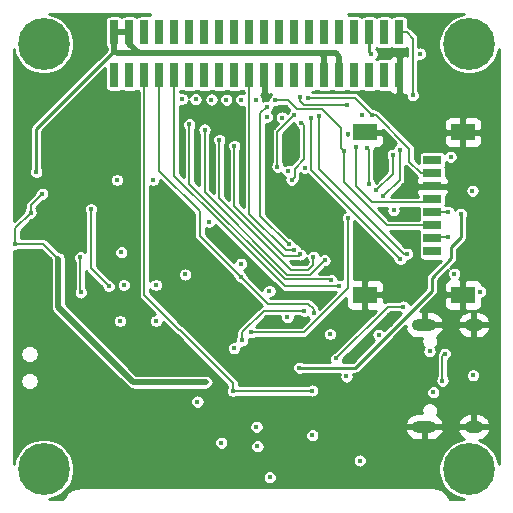
<source format=gbr>
G04 #@! TF.GenerationSoftware,KiCad,Pcbnew,(5.1.6)-1*
G04 #@! TF.CreationDate,2020-10-14T11:51:14+02:00*
G04 #@! TF.ProjectId,DynOSSAT-EDU-OBC,44796e4f-5353-4415-942d-4544552d4f42,rev?*
G04 #@! TF.SameCoordinates,Original*
G04 #@! TF.FileFunction,Copper,L4,Bot*
G04 #@! TF.FilePolarity,Positive*
%FSLAX46Y46*%
G04 Gerber Fmt 4.6, Leading zero omitted, Abs format (unit mm)*
G04 Created by KiCad (PCBNEW (5.1.6)-1) date 2020-10-14 11:51:14*
%MOMM*%
%LPD*%
G01*
G04 APERTURE LIST*
G04 #@! TA.AperFunction,SMDPad,CuDef*
%ADD10R,0.750000X2.100000*%
G04 #@! TD*
G04 #@! TA.AperFunction,SMDPad,CuDef*
%ADD11R,2.000000X1.450000*%
G04 #@! TD*
G04 #@! TA.AperFunction,SMDPad,CuDef*
%ADD12R,1.500000X0.800000*%
G04 #@! TD*
G04 #@! TA.AperFunction,ComponentPad*
%ADD13O,2.100000X1.000000*%
G04 #@! TD*
G04 #@! TA.AperFunction,ComponentPad*
%ADD14O,1.600000X1.000000*%
G04 #@! TD*
G04 #@! TA.AperFunction,ComponentPad*
%ADD15C,4.400000*%
G04 #@! TD*
G04 #@! TA.AperFunction,ComponentPad*
%ADD16C,0.700000*%
G04 #@! TD*
G04 #@! TA.AperFunction,ViaPad*
%ADD17C,0.450000*%
G04 #@! TD*
G04 #@! TA.AperFunction,Conductor*
%ADD18C,0.200000*%
G04 #@! TD*
G04 #@! TA.AperFunction,Conductor*
%ADD19C,0.250000*%
G04 #@! TD*
G04 #@! TA.AperFunction,Conductor*
%ADD20C,0.500000*%
G04 #@! TD*
G04 #@! TA.AperFunction,Conductor*
%ADD21C,0.300000*%
G04 #@! TD*
G04 #@! TA.AperFunction,Conductor*
%ADD22C,0.254000*%
G04 #@! TD*
G04 APERTURE END LIST*
D10*
X139471400Y-68275200D03*
X139471400Y-71875200D03*
X138201400Y-68275200D03*
X138201400Y-71875200D03*
X136931400Y-68275200D03*
X136931400Y-71875200D03*
X135661400Y-68275200D03*
X135661400Y-71875200D03*
X134391400Y-68275200D03*
X134391400Y-71875200D03*
X133121400Y-68275200D03*
X133121400Y-71875200D03*
X131851400Y-68275200D03*
X131851400Y-71875200D03*
X130581400Y-68275200D03*
X130581400Y-71875200D03*
X129311400Y-68275200D03*
X129311400Y-71875200D03*
X128041400Y-68275200D03*
X128041400Y-71875200D03*
X126771400Y-68275200D03*
X126771400Y-71875200D03*
X125501400Y-68275200D03*
X125501400Y-71875200D03*
X124231400Y-68275200D03*
X124231400Y-71875200D03*
X122961400Y-68275200D03*
X122961400Y-71875200D03*
X121691400Y-68275200D03*
X121691400Y-71875200D03*
X120421400Y-68275200D03*
X120421400Y-71875200D03*
X119151400Y-68275200D03*
X119151400Y-71875200D03*
X117881400Y-68275200D03*
X117881400Y-71875200D03*
X116611400Y-68275200D03*
X116611400Y-71875200D03*
X115341400Y-68275200D03*
X115341400Y-71875200D03*
D11*
X144866000Y-76741800D03*
X144866000Y-90491800D03*
X136566000Y-90491800D03*
X136566000Y-76741800D03*
D12*
X142266000Y-79116800D03*
X142266000Y-80216800D03*
X142266000Y-81316800D03*
X142266000Y-82416800D03*
X142266000Y-83516800D03*
X142266000Y-84616800D03*
X142266000Y-85716800D03*
X142266000Y-86816800D03*
D13*
X141590600Y-101672200D03*
D14*
X145770600Y-93036200D03*
D13*
X141590600Y-93032200D03*
D14*
X145770600Y-101676200D03*
D15*
X109370400Y-69263000D03*
D16*
X111020400Y-69263000D03*
X110537126Y-70429726D03*
X109370400Y-70913000D03*
X108203674Y-70429726D03*
X107720400Y-69263000D03*
X108203674Y-68096274D03*
X109370400Y-67613000D03*
X110537126Y-68096274D03*
X146537526Y-68096274D03*
X145370800Y-67613000D03*
X144204074Y-68096274D03*
X143720800Y-69263000D03*
X144204074Y-70429726D03*
X145370800Y-70913000D03*
X146537526Y-70429726D03*
X147020800Y-69263000D03*
D15*
X145370800Y-69263000D03*
X109370400Y-105260400D03*
D16*
X111020400Y-105260400D03*
X110537126Y-106427126D03*
X109370400Y-106910400D03*
X108203674Y-106427126D03*
X107720400Y-105260400D03*
X108203674Y-104093674D03*
X109370400Y-103610400D03*
X110537126Y-104093674D03*
X146537526Y-104093674D03*
X145370800Y-103610400D03*
X144204074Y-104093674D03*
X143720800Y-105260400D03*
X144204074Y-106427126D03*
X145370800Y-106910400D03*
X146537526Y-106427126D03*
X147020800Y-105260400D03*
D15*
X145370800Y-105260400D03*
D17*
X108229400Y-85521800D03*
X122326400Y-78917800D03*
X118821200Y-85801200D03*
X119913400Y-88036400D03*
X114376200Y-91338400D03*
X118872000Y-94310200D03*
X131216400Y-85267800D03*
X142468600Y-74066400D03*
X114757200Y-81991200D03*
X132054600Y-103378000D03*
X139471400Y-72181000D03*
X134391400Y-68281000D03*
X119151400Y-68281000D03*
X109728000Y-91694000D03*
X110667800Y-75463400D03*
X110667800Y-72415400D03*
X114007900Y-79552800D03*
X112598200Y-103784400D03*
X115646200Y-103784400D03*
X118694200Y-103784400D03*
X121742200Y-103784400D03*
X139598400Y-105638600D03*
X138785600Y-94665800D03*
X124171000Y-86325000D03*
X124841000Y-90932000D03*
X120777000Y-83388200D03*
X109042200Y-83566000D03*
X145719800Y-83820000D03*
X123317000Y-87147400D03*
X128041400Y-72181000D03*
X136906000Y-76733400D03*
X130860800Y-76835000D03*
X133146800Y-82118200D03*
X131521200Y-87858600D03*
X130167994Y-90753653D03*
X128375900Y-92375498D03*
X139700000Y-83540600D03*
X122758200Y-93040200D03*
X125425200Y-93726000D03*
X140741400Y-86182200D03*
X144703800Y-86842600D03*
X136575800Y-89128600D03*
X136566032Y-92618168D03*
X138607800Y-92176600D03*
X142113000Y-67513200D03*
X135128000Y-76860402D03*
X144221200Y-79425800D03*
X108254800Y-87503000D03*
X109753400Y-88747600D03*
X136931400Y-68281000D03*
X131013200Y-96672400D03*
X144678400Y-83642200D03*
X137109200Y-70104000D03*
X141224000Y-70078600D03*
X117881400Y-68281000D03*
X131453400Y-79742381D03*
X128244600Y-75438000D03*
X120421400Y-68281000D03*
X121081800Y-73914000D03*
X121691400Y-68281000D03*
X122224800Y-73939388D03*
X122961400Y-68281000D03*
X123571000Y-73964800D03*
X138201400Y-72181000D03*
X124231400Y-68281000D03*
X124815600Y-73990200D03*
X125501400Y-68281000D03*
X126085600Y-73990200D03*
X126771400Y-72181000D03*
X130581400Y-86664800D03*
X126771400Y-68281000D03*
X127330200Y-73964800D03*
X120421400Y-72181000D03*
X134391400Y-89738200D03*
X121691400Y-72181000D03*
X133731000Y-89254005D03*
X121691400Y-76047600D03*
X131851400Y-72181000D03*
X131191000Y-75920600D03*
X130352800Y-80746600D03*
X130581400Y-72181000D03*
X130565774Y-75295374D03*
X129159000Y-79654400D03*
X138201400Y-68281000D03*
X139471400Y-68281000D03*
X140614400Y-73609200D03*
X108254800Y-83540600D03*
X106934000Y-86182200D03*
X121335800Y-88773000D03*
X109245400Y-81940400D03*
X110606727Y-87441927D03*
X126076200Y-87868000D03*
X123367800Y-84302600D03*
X123113800Y-97891600D03*
X124396500Y-103022400D03*
X142036800Y-95275400D03*
X142345811Y-98750989D03*
X135661400Y-68281000D03*
X126949200Y-93675200D03*
X135128000Y-83997800D03*
X136880600Y-81102200D03*
X136779000Y-78054200D03*
X136310461Y-75261376D03*
X135661400Y-72181000D03*
X137541000Y-81610200D03*
X138912600Y-78638400D03*
X112471200Y-87325200D03*
X112496600Y-90297000D03*
X114884200Y-89763600D03*
X113372900Y-83248500D03*
X136931400Y-72181000D03*
X138099800Y-82143600D03*
X139496800Y-78206600D03*
X131419600Y-91871800D03*
X126161804Y-94361000D03*
X143129000Y-97764600D03*
X143337000Y-95484768D03*
X129311400Y-68275200D03*
X135785461Y-78000453D03*
X131090775Y-73782497D03*
X135026400Y-74447400D03*
X134137400Y-95885000D03*
X139801600Y-91490800D03*
X122961400Y-72181000D03*
X122986800Y-76504800D03*
X133146800Y-87575701D03*
X124231400Y-72181000D03*
X124232888Y-77392312D03*
X132207000Y-87274400D03*
X125501400Y-72181000D03*
X125501400Y-77901800D03*
X131080745Y-87080921D03*
X119151400Y-72181000D03*
X132232400Y-92049600D03*
X126034800Y-88950804D03*
X143611600Y-85598000D03*
X129311400Y-72181000D03*
X130098800Y-86207600D03*
X128256207Y-74578575D03*
X116611400Y-72181000D03*
X115341400Y-72180976D03*
X122377200Y-99542600D03*
X136118600Y-104533700D03*
X115570000Y-80772000D03*
X118618000Y-80772000D03*
X115824000Y-92710000D03*
X118872000Y-92710000D03*
X118872000Y-89662000D03*
X116154200Y-89662000D03*
X108737400Y-80111600D03*
X133121400Y-72180990D03*
X134391400Y-72181000D03*
X115341400Y-68275200D03*
X116611400Y-68275200D03*
X132105400Y-102387400D03*
X146329400Y-90220796D03*
X115925600Y-86893400D03*
X127381000Y-101676200D03*
X127457200Y-103327200D03*
X137718800Y-93878400D03*
X130073400Y-80035400D03*
X143611600Y-83489800D03*
X138988800Y-83337400D03*
X129540000Y-75488800D03*
X128473200Y-90170000D03*
X129997200Y-92396810D03*
X133604000Y-93827600D03*
X143814800Y-78816200D03*
X125476000Y-95021400D03*
X135001000Y-97409000D03*
X144119600Y-88722200D03*
X145669000Y-81686400D03*
X128498500Y-105943290D03*
X125387100Y-98640900D03*
X132092700Y-98602800D03*
X117881400Y-72186800D03*
X131851400Y-68281000D03*
X139547600Y-87477600D03*
X131978400Y-75539600D03*
X133121400Y-68281000D03*
X140131800Y-87020400D03*
X132715000Y-75328010D03*
X145719800Y-97307400D03*
X130581400Y-68275200D03*
X131774677Y-73806000D03*
X137160000Y-75260200D03*
X128041400Y-68275200D03*
X128981200Y-74015600D03*
X134772400Y-78308200D03*
D18*
X128041400Y-71875200D02*
X128041400Y-72181000D01*
X136566000Y-76741800D02*
X136897600Y-76741800D01*
X136897600Y-76741800D02*
X136906000Y-76733400D01*
X136566000Y-90491800D02*
X136566000Y-89138400D01*
X136566000Y-89138400D02*
X136575800Y-89128600D01*
X136931400Y-68275200D02*
X136931400Y-68281000D01*
D19*
X135738802Y-96672400D02*
X139014200Y-93397002D01*
X131013200Y-96672400D02*
X135738802Y-96672400D01*
X139014200Y-93397002D02*
X139014200Y-93395800D01*
X139014200Y-93395800D02*
X142240000Y-90170000D01*
X142240000Y-90170000D02*
X142240000Y-89052400D01*
X143891000Y-87401400D02*
X143891000Y-86410800D01*
X142240000Y-89052400D02*
X143891000Y-87401400D01*
X143891000Y-86410800D02*
X144678400Y-85623400D01*
X144678400Y-85623400D02*
X144678400Y-83642200D01*
X136931400Y-68281000D02*
X136931400Y-69926200D01*
X136931400Y-69926200D02*
X137109200Y-70104000D01*
D18*
X120421400Y-68275200D02*
X120421400Y-68281000D01*
X121691400Y-68275200D02*
X121691400Y-68281000D01*
X122961400Y-68275200D02*
X122961400Y-68281000D01*
X138201400Y-71875200D02*
X138201400Y-72181000D01*
X124231400Y-68275200D02*
X124231400Y-68281000D01*
X125501400Y-68275200D02*
X125501400Y-68281000D01*
X126771400Y-71875200D02*
X126771400Y-72181000D01*
X129846799Y-86732601D02*
X130513599Y-86732601D01*
X130513599Y-86732601D02*
X130581400Y-86664800D01*
X126771400Y-71875200D02*
X126771400Y-83657202D01*
X126771400Y-83657202D02*
X129846799Y-86732601D01*
X126771400Y-68275200D02*
X126771400Y-68281000D01*
X120421400Y-71875200D02*
X120421400Y-72181000D01*
X134350594Y-89779006D02*
X129784006Y-89779006D01*
X134391400Y-89738200D02*
X134350594Y-89779006D01*
X124282200Y-84258698D02*
X120421400Y-80397898D01*
X120421400Y-80397898D02*
X120421400Y-71875200D01*
X124282200Y-84277200D02*
X124282200Y-84258698D01*
X129784006Y-89779006D02*
X124282200Y-84277200D01*
X121691400Y-71875200D02*
X121691400Y-72181000D01*
X121691400Y-76047600D02*
X121691400Y-81102200D01*
X133660616Y-89183621D02*
X133731000Y-89254005D01*
X129772821Y-89183621D02*
X133660616Y-89183621D01*
X121691400Y-81102200D02*
X129772821Y-89183621D01*
X131415999Y-79002780D02*
X130603199Y-79815580D01*
X130603199Y-80496201D02*
X130352800Y-80746600D01*
X130603199Y-79815580D02*
X130603199Y-80496201D01*
X131415999Y-76145599D02*
X131415999Y-79002780D01*
X131191000Y-75920600D02*
X131415999Y-76145599D01*
X130581400Y-71875200D02*
X130581400Y-72181000D01*
X129159000Y-76702148D02*
X129159000Y-79654400D01*
X130565774Y-75295374D02*
X129159000Y-76702148D01*
X138201400Y-68275200D02*
X138201400Y-68281000D01*
X139471400Y-68275200D02*
X139471400Y-68281000D01*
X140614400Y-73609200D02*
X140614400Y-68808600D01*
X140086800Y-68281000D02*
X139471400Y-68281000D01*
X140614400Y-68808600D02*
X140086800Y-68281000D01*
X108254800Y-83540600D02*
X108254800Y-82931000D01*
X108254800Y-82931000D02*
X109245400Y-81940400D01*
X109347000Y-86182200D02*
X110606727Y-87441927D01*
X106934000Y-86182200D02*
X109347000Y-86182200D01*
X106934000Y-84861400D02*
X108254800Y-83540600D01*
X106934000Y-86182200D02*
X106934000Y-84861400D01*
D20*
X110606727Y-91556727D02*
X116941600Y-97891600D01*
X116941600Y-97891600D02*
X123113800Y-97891600D01*
X110606727Y-87441927D02*
X110606727Y-91556727D01*
X135661400Y-68431000D02*
X135661400Y-68281000D01*
D18*
X135661400Y-68275200D02*
X135661400Y-68281000D01*
X131383802Y-93675200D02*
X135128000Y-89931002D01*
X126949200Y-93675200D02*
X131383802Y-93675200D01*
X135128000Y-89931002D02*
X135128000Y-83997800D01*
X136880600Y-81102200D02*
X136880600Y-78155800D01*
X136880600Y-78155800D02*
X136779000Y-78054200D01*
X135661400Y-71875200D02*
X135661400Y-72181000D01*
X138912600Y-78638400D02*
X138912600Y-80238600D01*
X138912600Y-80238600D02*
X137541000Y-81610200D01*
X112471200Y-87325200D02*
X112471200Y-88290400D01*
X112471200Y-88290400D02*
X112471200Y-90271600D01*
X112471200Y-90271600D02*
X112496600Y-90297000D01*
X114884200Y-89763600D02*
X113372900Y-88252300D01*
X113372900Y-88252300D02*
X113372900Y-83248500D01*
X136931400Y-71875200D02*
X136931400Y-72181000D01*
X138099800Y-82143600D02*
X139496800Y-80746600D01*
X139496800Y-80746600D02*
X139496800Y-78206600D01*
X126161804Y-93685594D02*
X126161804Y-94361000D01*
X127996901Y-91850497D02*
X126161804Y-93685594D01*
X131398297Y-91850497D02*
X127996901Y-91850497D01*
X131419600Y-91871800D02*
X131398297Y-91850497D01*
X143129000Y-97764600D02*
X143129000Y-95692768D01*
X143129000Y-95692768D02*
X143337000Y-95484768D01*
X135785461Y-81251661D02*
X135785461Y-78000453D01*
X137202401Y-82668601D02*
X135785461Y-81251661D01*
X142266000Y-82416800D02*
X142014199Y-82668601D01*
X142014199Y-82668601D02*
X137202401Y-82668601D01*
X131090775Y-74100695D02*
X131390281Y-74400201D01*
X131090775Y-73782497D02*
X131090775Y-74100695D01*
X134979201Y-74400201D02*
X135026400Y-74447400D01*
X131390281Y-74400201D02*
X134979201Y-74400201D01*
X134137400Y-95885000D02*
X138531600Y-91490800D01*
X138531600Y-91490800D02*
X139801600Y-91490800D01*
X122961400Y-71875200D02*
X122961400Y-72181000D01*
X122986800Y-76504800D02*
X122986800Y-81788000D01*
X131938890Y-88783611D02*
X133146800Y-87575701D01*
X122986800Y-81788000D02*
X129982411Y-88783611D01*
X129982411Y-88783611D02*
X131938890Y-88783611D01*
X124231400Y-71875200D02*
X124231400Y-72181000D01*
X124232888Y-77392312D02*
X124232888Y-82322888D01*
X131773201Y-88383601D02*
X132207000Y-87949802D01*
X124232888Y-82322888D02*
X130293601Y-88383601D01*
X132207000Y-87949802D02*
X132207000Y-87274400D01*
X130293601Y-88383601D02*
X131773201Y-88383601D01*
X125501400Y-71875200D02*
X125501400Y-72181000D01*
X129738300Y-87189801D02*
X130971865Y-87189801D01*
X125501400Y-77901800D02*
X125501400Y-82952901D01*
X130971865Y-87189801D02*
X131080745Y-87080921D01*
X125501400Y-82952901D02*
X129738300Y-87189801D01*
X119151400Y-79984600D02*
X122593100Y-83426300D01*
X131779652Y-91278654D02*
X128362650Y-91278654D01*
X119151400Y-71875200D02*
X119151400Y-79984600D01*
X132232400Y-91731402D02*
X131779652Y-91278654D01*
X128362650Y-91278654D02*
X126034800Y-88950804D01*
X132232400Y-92049600D02*
X132232400Y-91731402D01*
X122593100Y-85509104D02*
X126034800Y-88950804D01*
X122593100Y-83426300D02*
X122593100Y-85509104D01*
X142384800Y-85598000D02*
X142266000Y-85716800D01*
X143611600Y-85598000D02*
X142384800Y-85598000D01*
X129311400Y-71875200D02*
X129311400Y-72181000D01*
X130098800Y-86207600D02*
X127719599Y-83828399D01*
X127719599Y-83828399D02*
X127719599Y-75115183D01*
X127719599Y-75115183D02*
X128256207Y-74578575D01*
D21*
X134391400Y-71875200D02*
X134391400Y-72181000D01*
D20*
X116611400Y-69240202D02*
X116611400Y-68275200D01*
X117398998Y-70027800D02*
X116611400Y-69240202D01*
X132824000Y-70027800D02*
X117398998Y-70027800D01*
X133121400Y-71875200D02*
X133121400Y-70325200D01*
X133121400Y-70325200D02*
X132824000Y-70027800D01*
X115341400Y-68275200D02*
X116611400Y-68275200D01*
X115341400Y-69825200D02*
X115341400Y-68275200D01*
X115544000Y-70027800D02*
X115341400Y-69825200D01*
X117398998Y-70027800D02*
X115544000Y-70027800D01*
X134391400Y-70325200D02*
X134391400Y-71875200D01*
X134094000Y-70027800D02*
X134391400Y-70325200D01*
X132824000Y-70027800D02*
X134094000Y-70027800D01*
D19*
X108737400Y-80111600D02*
X108737400Y-76441300D01*
X115150900Y-70027800D02*
X115544000Y-70027800D01*
X108737400Y-76441300D02*
X115150900Y-70027800D01*
D18*
X142266000Y-83516800D02*
X143584600Y-83516800D01*
X143584600Y-83516800D02*
X143611600Y-83489800D01*
X125387100Y-97995558D02*
X120990542Y-93599000D01*
X125387100Y-98640900D02*
X125387100Y-97995558D01*
X120990542Y-93599000D02*
X120760799Y-93369257D01*
X125387100Y-98640900D02*
X132054600Y-98640900D01*
D21*
X132054600Y-98640900D02*
X132092700Y-98602800D01*
D18*
X117881400Y-71875200D02*
X117881400Y-72186800D01*
X117881400Y-90489858D02*
X120760799Y-93369257D01*
X117881400Y-71875200D02*
X117881400Y-90489858D01*
X131851400Y-68275200D02*
X131851400Y-68281000D01*
X131978400Y-79908400D02*
X131978400Y-75539600D01*
X139547600Y-87477600D02*
X131978400Y-79908400D01*
X133121400Y-68275200D02*
X133121400Y-68281000D01*
X139903200Y-87020400D02*
X140131800Y-87020400D01*
X132715000Y-75328010D02*
X132715000Y-79832200D01*
X132715000Y-79832200D02*
X139903200Y-87020400D01*
X141316000Y-80216800D02*
X140335000Y-79235800D01*
X140335000Y-78117002D02*
X137478198Y-75260200D01*
X137478198Y-75260200D02*
X137160000Y-75260200D01*
X131774677Y-73806000D02*
X135705800Y-73806000D01*
X140335000Y-79235800D02*
X140335000Y-78117002D01*
X135705800Y-73806000D02*
X137160000Y-75260200D01*
X142266000Y-80216800D02*
X141316000Y-80216800D01*
X134772400Y-80949800D02*
X134772400Y-78308200D01*
X142266000Y-84616800D02*
X138439400Y-84616800D01*
X138439400Y-84616800D02*
X134772400Y-80949800D01*
X130048000Y-74015600D02*
X130835400Y-74803000D01*
X134547401Y-78083201D02*
X134772400Y-78308200D01*
X130835400Y-74803000D02*
X132953998Y-74803000D01*
X134547401Y-76396403D02*
X134547401Y-78083201D01*
X128981200Y-74015600D02*
X130048000Y-74015600D01*
X132953998Y-74803000D02*
X134547401Y-76396403D01*
D22*
G36*
X144617950Y-66781187D02*
G01*
X144148238Y-66975748D01*
X143725509Y-67258207D01*
X143366007Y-67617709D01*
X143083548Y-68040438D01*
X142888987Y-68510150D01*
X142789800Y-69008794D01*
X142789800Y-69517206D01*
X142888987Y-70015850D01*
X143083548Y-70485562D01*
X143366007Y-70908291D01*
X143725509Y-71267793D01*
X144148238Y-71550252D01*
X144617950Y-71744813D01*
X145116594Y-71844000D01*
X145625006Y-71844000D01*
X146123650Y-71744813D01*
X146593362Y-71550252D01*
X147016091Y-71267793D01*
X147375593Y-70908291D01*
X147658052Y-70485562D01*
X147852613Y-70015850D01*
X147916400Y-69695173D01*
X147916401Y-104828232D01*
X147852613Y-104507550D01*
X147658052Y-104037838D01*
X147375593Y-103615109D01*
X147016091Y-103255607D01*
X146593362Y-102973148D01*
X146200761Y-102810528D01*
X146416587Y-102764615D01*
X146622278Y-102676203D01*
X146806769Y-102549361D01*
X146962969Y-102388964D01*
X147084876Y-102201176D01*
X147164719Y-101978074D01*
X147038554Y-101803200D01*
X145897600Y-101803200D01*
X145897600Y-101823200D01*
X145643600Y-101823200D01*
X145643600Y-101803200D01*
X144502646Y-101803200D01*
X144376481Y-101978074D01*
X144456324Y-102201176D01*
X144578231Y-102388964D01*
X144734431Y-102549361D01*
X144918922Y-102676203D01*
X144986544Y-102705269D01*
X144617950Y-102778587D01*
X144148238Y-102973148D01*
X143725509Y-103255607D01*
X143366007Y-103615109D01*
X143083548Y-104037838D01*
X142888987Y-104507550D01*
X142789800Y-105006194D01*
X142789800Y-105514606D01*
X142888987Y-106013250D01*
X143083548Y-106482962D01*
X143366007Y-106905691D01*
X143725509Y-107265193D01*
X144148238Y-107547652D01*
X144617950Y-107742213D01*
X144957731Y-107809800D01*
X143750411Y-107809800D01*
X143729870Y-107743442D01*
X143713859Y-107705352D01*
X143698373Y-107667022D01*
X143695383Y-107661400D01*
X143695383Y-107661399D01*
X143695380Y-107661395D01*
X143602558Y-107489723D01*
X143579442Y-107455451D01*
X143556816Y-107420875D01*
X143552799Y-107415950D01*
X143552793Y-107415942D01*
X143552786Y-107415935D01*
X143428387Y-107265563D01*
X143399057Y-107236437D01*
X143370146Y-107206913D01*
X143365245Y-107202859D01*
X143365239Y-107202853D01*
X143365232Y-107202849D01*
X143213997Y-107079504D01*
X143179553Y-107056619D01*
X143145472Y-107033283D01*
X143139879Y-107030259D01*
X143139871Y-107030254D01*
X143139863Y-107030251D01*
X142967549Y-106938630D01*
X142929354Y-106922887D01*
X142891351Y-106906599D01*
X142885269Y-106904716D01*
X142698432Y-106848307D01*
X142657907Y-106840283D01*
X142617464Y-106831686D01*
X142611132Y-106831021D01*
X142416898Y-106811976D01*
X142416892Y-106811976D01*
X142394798Y-106809800D01*
X112348256Y-106809803D01*
X112328670Y-106811732D01*
X112324089Y-106811700D01*
X112317752Y-106812322D01*
X112123656Y-106832723D01*
X112083167Y-106841034D01*
X112042575Y-106848777D01*
X112036481Y-106850617D01*
X112036475Y-106850619D01*
X111850042Y-106908330D01*
X111811952Y-106924341D01*
X111773622Y-106939827D01*
X111768004Y-106942815D01*
X111767999Y-106942817D01*
X111767995Y-106942820D01*
X111596323Y-107035642D01*
X111562051Y-107058758D01*
X111527475Y-107081384D01*
X111522550Y-107085401D01*
X111522542Y-107085407D01*
X111522535Y-107085414D01*
X111372163Y-107209813D01*
X111343037Y-107239143D01*
X111313513Y-107268054D01*
X111309459Y-107272955D01*
X111309453Y-107272961D01*
X111309449Y-107272968D01*
X111186104Y-107424203D01*
X111163219Y-107458647D01*
X111139883Y-107492728D01*
X111136859Y-107498321D01*
X111136854Y-107498329D01*
X111136851Y-107498337D01*
X111045230Y-107670651D01*
X111029487Y-107708846D01*
X111013199Y-107746849D01*
X111011316Y-107752931D01*
X110994146Y-107809800D01*
X109783469Y-107809800D01*
X110123250Y-107742213D01*
X110592962Y-107547652D01*
X111015691Y-107265193D01*
X111375193Y-106905691D01*
X111657652Y-106482962D01*
X111852213Y-106013250D01*
X111878001Y-105883604D01*
X127892500Y-105883604D01*
X127892500Y-106002976D01*
X127915788Y-106120054D01*
X127961470Y-106230339D01*
X128027789Y-106329592D01*
X128112198Y-106414001D01*
X128211451Y-106480320D01*
X128321736Y-106526002D01*
X128438814Y-106549290D01*
X128558186Y-106549290D01*
X128675264Y-106526002D01*
X128785549Y-106480320D01*
X128884802Y-106414001D01*
X128969211Y-106329592D01*
X129035530Y-106230339D01*
X129081212Y-106120054D01*
X129104500Y-106002976D01*
X129104500Y-105883604D01*
X129081212Y-105766526D01*
X129035530Y-105656241D01*
X128969211Y-105556988D01*
X128884802Y-105472579D01*
X128785549Y-105406260D01*
X128675264Y-105360578D01*
X128558186Y-105337290D01*
X128438814Y-105337290D01*
X128321736Y-105360578D01*
X128211451Y-105406260D01*
X128112198Y-105472579D01*
X128027789Y-105556988D01*
X127961470Y-105656241D01*
X127915788Y-105766526D01*
X127892500Y-105883604D01*
X111878001Y-105883604D01*
X111951400Y-105514606D01*
X111951400Y-105006194D01*
X111852213Y-104507550D01*
X111838322Y-104474014D01*
X135512600Y-104474014D01*
X135512600Y-104593386D01*
X135535888Y-104710464D01*
X135581570Y-104820749D01*
X135647889Y-104920002D01*
X135732298Y-105004411D01*
X135831551Y-105070730D01*
X135941836Y-105116412D01*
X136058914Y-105139700D01*
X136178286Y-105139700D01*
X136295364Y-105116412D01*
X136405649Y-105070730D01*
X136504902Y-105004411D01*
X136589311Y-104920002D01*
X136655630Y-104820749D01*
X136701312Y-104710464D01*
X136724600Y-104593386D01*
X136724600Y-104474014D01*
X136701312Y-104356936D01*
X136655630Y-104246651D01*
X136589311Y-104147398D01*
X136504902Y-104062989D01*
X136405649Y-103996670D01*
X136295364Y-103950988D01*
X136178286Y-103927700D01*
X136058914Y-103927700D01*
X135941836Y-103950988D01*
X135831551Y-103996670D01*
X135732298Y-104062989D01*
X135647889Y-104147398D01*
X135581570Y-104246651D01*
X135535888Y-104356936D01*
X135512600Y-104474014D01*
X111838322Y-104474014D01*
X111657652Y-104037838D01*
X111375193Y-103615109D01*
X111015691Y-103255607D01*
X110592962Y-102973148D01*
X110567773Y-102962714D01*
X123790500Y-102962714D01*
X123790500Y-103082086D01*
X123813788Y-103199164D01*
X123859470Y-103309449D01*
X123925789Y-103408702D01*
X124010198Y-103493111D01*
X124109451Y-103559430D01*
X124219736Y-103605112D01*
X124336814Y-103628400D01*
X124456186Y-103628400D01*
X124573264Y-103605112D01*
X124683549Y-103559430D01*
X124782802Y-103493111D01*
X124867211Y-103408702D01*
X124933530Y-103309449D01*
X124950900Y-103267514D01*
X126851200Y-103267514D01*
X126851200Y-103386886D01*
X126874488Y-103503964D01*
X126920170Y-103614249D01*
X126986489Y-103713502D01*
X127070898Y-103797911D01*
X127170151Y-103864230D01*
X127280436Y-103909912D01*
X127397514Y-103933200D01*
X127516886Y-103933200D01*
X127633964Y-103909912D01*
X127744249Y-103864230D01*
X127843502Y-103797911D01*
X127927911Y-103713502D01*
X127994230Y-103614249D01*
X128039912Y-103503964D01*
X128063200Y-103386886D01*
X128063200Y-103267514D01*
X128039912Y-103150436D01*
X127994230Y-103040151D01*
X127927911Y-102940898D01*
X127843502Y-102856489D01*
X127744249Y-102790170D01*
X127633964Y-102744488D01*
X127516886Y-102721200D01*
X127397514Y-102721200D01*
X127280436Y-102744488D01*
X127170151Y-102790170D01*
X127070898Y-102856489D01*
X126986489Y-102940898D01*
X126920170Y-103040151D01*
X126874488Y-103150436D01*
X126851200Y-103267514D01*
X124950900Y-103267514D01*
X124979212Y-103199164D01*
X125002500Y-103082086D01*
X125002500Y-102962714D01*
X124979212Y-102845636D01*
X124933530Y-102735351D01*
X124867211Y-102636098D01*
X124782802Y-102551689D01*
X124683549Y-102485370D01*
X124573264Y-102439688D01*
X124456186Y-102416400D01*
X124336814Y-102416400D01*
X124219736Y-102439688D01*
X124109451Y-102485370D01*
X124010198Y-102551689D01*
X123925789Y-102636098D01*
X123859470Y-102735351D01*
X123813788Y-102845636D01*
X123790500Y-102962714D01*
X110567773Y-102962714D01*
X110123250Y-102778587D01*
X109624606Y-102679400D01*
X109116194Y-102679400D01*
X108617550Y-102778587D01*
X108147838Y-102973148D01*
X107725109Y-103255607D01*
X107365607Y-103615109D01*
X107083148Y-104037838D01*
X106888587Y-104507550D01*
X106828400Y-104810129D01*
X106828400Y-102327714D01*
X131499400Y-102327714D01*
X131499400Y-102447086D01*
X131522688Y-102564164D01*
X131568370Y-102674449D01*
X131634689Y-102773702D01*
X131719098Y-102858111D01*
X131818351Y-102924430D01*
X131928636Y-102970112D01*
X132045714Y-102993400D01*
X132165086Y-102993400D01*
X132282164Y-102970112D01*
X132392449Y-102924430D01*
X132491702Y-102858111D01*
X132576111Y-102773702D01*
X132642430Y-102674449D01*
X132688112Y-102564164D01*
X132711400Y-102447086D01*
X132711400Y-102327714D01*
X132688112Y-102210636D01*
X132642430Y-102100351D01*
X132576111Y-102001098D01*
X132549087Y-101974074D01*
X139946481Y-101974074D01*
X140026324Y-102197176D01*
X140148231Y-102384964D01*
X140304431Y-102545361D01*
X140488922Y-102672203D01*
X140694613Y-102760615D01*
X140913600Y-102807200D01*
X141463600Y-102807200D01*
X141463600Y-101799200D01*
X141717600Y-101799200D01*
X141717600Y-102807200D01*
X142267600Y-102807200D01*
X142486587Y-102760615D01*
X142692278Y-102672203D01*
X142876769Y-102545361D01*
X143032969Y-102384964D01*
X143154876Y-102197176D01*
X143234719Y-101974074D01*
X143108554Y-101799200D01*
X141717600Y-101799200D01*
X141463600Y-101799200D01*
X140072646Y-101799200D01*
X139946481Y-101974074D01*
X132549087Y-101974074D01*
X132491702Y-101916689D01*
X132392449Y-101850370D01*
X132282164Y-101804688D01*
X132165086Y-101781400D01*
X132045714Y-101781400D01*
X131928636Y-101804688D01*
X131818351Y-101850370D01*
X131719098Y-101916689D01*
X131634689Y-102001098D01*
X131568370Y-102100351D01*
X131522688Y-102210636D01*
X131499400Y-102327714D01*
X106828400Y-102327714D01*
X106828400Y-101616514D01*
X126775000Y-101616514D01*
X126775000Y-101735886D01*
X126798288Y-101852964D01*
X126843970Y-101963249D01*
X126910289Y-102062502D01*
X126994698Y-102146911D01*
X127093951Y-102213230D01*
X127204236Y-102258912D01*
X127321314Y-102282200D01*
X127440686Y-102282200D01*
X127557764Y-102258912D01*
X127668049Y-102213230D01*
X127767302Y-102146911D01*
X127851711Y-102062502D01*
X127918030Y-101963249D01*
X127963712Y-101852964D01*
X127987000Y-101735886D01*
X127987000Y-101616514D01*
X127963712Y-101499436D01*
X127918030Y-101389151D01*
X127905452Y-101370326D01*
X139946481Y-101370326D01*
X140072646Y-101545200D01*
X141463600Y-101545200D01*
X141463600Y-101525200D01*
X141717600Y-101525200D01*
X141717600Y-101545200D01*
X143108554Y-101545200D01*
X143231833Y-101374326D01*
X144376481Y-101374326D01*
X144502646Y-101549200D01*
X145643600Y-101549200D01*
X145643600Y-100541200D01*
X145897600Y-100541200D01*
X145897600Y-101549200D01*
X147038554Y-101549200D01*
X147164719Y-101374326D01*
X147084876Y-101151224D01*
X146962969Y-100963436D01*
X146806769Y-100803039D01*
X146622278Y-100676197D01*
X146416587Y-100587785D01*
X146197600Y-100541200D01*
X145897600Y-100541200D01*
X145643600Y-100541200D01*
X145343600Y-100541200D01*
X145124613Y-100587785D01*
X144918922Y-100676197D01*
X144734431Y-100803039D01*
X144578231Y-100963436D01*
X144456324Y-101151224D01*
X144376481Y-101374326D01*
X143231833Y-101374326D01*
X143234719Y-101370326D01*
X143154876Y-101147224D01*
X143032969Y-100959436D01*
X142876769Y-100799039D01*
X142692278Y-100672197D01*
X142635299Y-100647706D01*
X142660749Y-100609616D01*
X142713969Y-100481133D01*
X142741100Y-100344735D01*
X142741100Y-100205665D01*
X142713969Y-100069267D01*
X142660749Y-99940784D01*
X142583486Y-99825151D01*
X142485149Y-99726814D01*
X142369516Y-99649551D01*
X142241033Y-99596331D01*
X142104635Y-99569200D01*
X141965565Y-99569200D01*
X141829167Y-99596331D01*
X141700684Y-99649551D01*
X141585051Y-99726814D01*
X141486714Y-99825151D01*
X141409451Y-99940784D01*
X141356231Y-100069267D01*
X141329100Y-100205665D01*
X141329100Y-100344735D01*
X141356231Y-100481133D01*
X141379455Y-100537200D01*
X140913600Y-100537200D01*
X140694613Y-100583785D01*
X140488922Y-100672197D01*
X140304431Y-100799039D01*
X140148231Y-100959436D01*
X140026324Y-101147224D01*
X139946481Y-101370326D01*
X127905452Y-101370326D01*
X127851711Y-101289898D01*
X127767302Y-101205489D01*
X127668049Y-101139170D01*
X127557764Y-101093488D01*
X127440686Y-101070200D01*
X127321314Y-101070200D01*
X127204236Y-101093488D01*
X127093951Y-101139170D01*
X126994698Y-101205489D01*
X126910289Y-101289898D01*
X126843970Y-101389151D01*
X126798288Y-101499436D01*
X126775000Y-101616514D01*
X106828400Y-101616514D01*
X106828400Y-99482914D01*
X121771200Y-99482914D01*
X121771200Y-99602286D01*
X121794488Y-99719364D01*
X121840170Y-99829649D01*
X121906489Y-99928902D01*
X121990898Y-100013311D01*
X122090151Y-100079630D01*
X122200436Y-100125312D01*
X122317514Y-100148600D01*
X122436886Y-100148600D01*
X122553964Y-100125312D01*
X122664249Y-100079630D01*
X122763502Y-100013311D01*
X122847911Y-99928902D01*
X122914230Y-99829649D01*
X122959912Y-99719364D01*
X122983200Y-99602286D01*
X122983200Y-99482914D01*
X122959912Y-99365836D01*
X122914230Y-99255551D01*
X122847911Y-99156298D01*
X122763502Y-99071889D01*
X122664249Y-99005570D01*
X122553964Y-98959888D01*
X122436886Y-98936600D01*
X122317514Y-98936600D01*
X122200436Y-98959888D01*
X122090151Y-99005570D01*
X121990898Y-99071889D01*
X121906489Y-99156298D01*
X121840170Y-99255551D01*
X121794488Y-99365836D01*
X121771200Y-99482914D01*
X106828400Y-99482914D01*
X106828400Y-97720078D01*
X107391400Y-97720078D01*
X107391400Y-97873922D01*
X107421413Y-98024809D01*
X107480287Y-98166942D01*
X107565758Y-98294859D01*
X107674541Y-98403642D01*
X107802458Y-98489113D01*
X107944591Y-98547987D01*
X108095478Y-98578000D01*
X108249322Y-98578000D01*
X108400209Y-98547987D01*
X108542342Y-98489113D01*
X108670259Y-98403642D01*
X108779042Y-98294859D01*
X108864513Y-98166942D01*
X108923387Y-98024809D01*
X108953400Y-97873922D01*
X108953400Y-97720078D01*
X108923387Y-97569191D01*
X108864513Y-97427058D01*
X108779042Y-97299141D01*
X108670259Y-97190358D01*
X108542342Y-97104887D01*
X108400209Y-97046013D01*
X108249322Y-97016000D01*
X108095478Y-97016000D01*
X107944591Y-97046013D01*
X107802458Y-97104887D01*
X107674541Y-97190358D01*
X107565758Y-97299141D01*
X107480287Y-97427058D01*
X107421413Y-97569191D01*
X107391400Y-97720078D01*
X106828400Y-97720078D01*
X106828400Y-95420078D01*
X107391400Y-95420078D01*
X107391400Y-95573922D01*
X107421413Y-95724809D01*
X107480287Y-95866942D01*
X107565758Y-95994859D01*
X107674541Y-96103642D01*
X107802458Y-96189113D01*
X107944591Y-96247987D01*
X108095478Y-96278000D01*
X108249322Y-96278000D01*
X108400209Y-96247987D01*
X108542342Y-96189113D01*
X108670259Y-96103642D01*
X108779042Y-95994859D01*
X108864513Y-95866942D01*
X108923387Y-95724809D01*
X108953400Y-95573922D01*
X108953400Y-95420078D01*
X108923387Y-95269191D01*
X108864513Y-95127058D01*
X108779042Y-94999141D01*
X108670259Y-94890358D01*
X108542342Y-94804887D01*
X108400209Y-94746013D01*
X108249322Y-94716000D01*
X108095478Y-94716000D01*
X107944591Y-94746013D01*
X107802458Y-94804887D01*
X107674541Y-94890358D01*
X107565758Y-94999141D01*
X107480287Y-95127058D01*
X107421413Y-95269191D01*
X107391400Y-95420078D01*
X106828400Y-95420078D01*
X106828400Y-86779067D01*
X106874314Y-86788200D01*
X106993686Y-86788200D01*
X107110764Y-86764912D01*
X107221049Y-86719230D01*
X107304903Y-86663200D01*
X109147764Y-86663200D01*
X109975727Y-87491164D01*
X109975728Y-91525727D01*
X109972675Y-91556727D01*
X109984857Y-91680424D01*
X110020938Y-91799368D01*
X110079531Y-91908987D01*
X110138624Y-91980992D01*
X110138627Y-91980995D01*
X110158385Y-92005070D01*
X110182460Y-92024828D01*
X116473499Y-98315868D01*
X116493257Y-98339943D01*
X116589339Y-98418796D01*
X116698958Y-98477389D01*
X116817902Y-98513470D01*
X116910602Y-98522600D01*
X116910611Y-98522600D01*
X116941599Y-98525652D01*
X116972587Y-98522600D01*
X123144798Y-98522600D01*
X123237498Y-98513470D01*
X123356442Y-98477389D01*
X123466061Y-98418796D01*
X123562143Y-98339943D01*
X123640996Y-98243861D01*
X123699589Y-98134242D01*
X123735670Y-98015298D01*
X123747853Y-97891600D01*
X123735670Y-97767902D01*
X123699589Y-97648958D01*
X123640996Y-97539339D01*
X123562143Y-97443257D01*
X123466061Y-97364404D01*
X123356442Y-97305811D01*
X123237498Y-97269730D01*
X123144798Y-97260600D01*
X117202969Y-97260600D01*
X112592683Y-92650314D01*
X115218000Y-92650314D01*
X115218000Y-92769686D01*
X115241288Y-92886764D01*
X115286970Y-92997049D01*
X115353289Y-93096302D01*
X115437698Y-93180711D01*
X115536951Y-93247030D01*
X115647236Y-93292712D01*
X115764314Y-93316000D01*
X115883686Y-93316000D01*
X116000764Y-93292712D01*
X116111049Y-93247030D01*
X116210302Y-93180711D01*
X116294711Y-93096302D01*
X116361030Y-92997049D01*
X116406712Y-92886764D01*
X116430000Y-92769686D01*
X116430000Y-92650314D01*
X116406712Y-92533236D01*
X116361030Y-92422951D01*
X116294711Y-92323698D01*
X116210302Y-92239289D01*
X116111049Y-92172970D01*
X116000764Y-92127288D01*
X115883686Y-92104000D01*
X115764314Y-92104000D01*
X115647236Y-92127288D01*
X115536951Y-92172970D01*
X115437698Y-92239289D01*
X115353289Y-92323698D01*
X115286970Y-92422951D01*
X115241288Y-92533236D01*
X115218000Y-92650314D01*
X112592683Y-92650314D01*
X111237727Y-91295359D01*
X111237727Y-87410929D01*
X111228597Y-87318229D01*
X111212607Y-87265514D01*
X111865200Y-87265514D01*
X111865200Y-87384886D01*
X111888488Y-87501964D01*
X111934170Y-87612249D01*
X111990200Y-87696104D01*
X111990201Y-88266765D01*
X111990200Y-88266775D01*
X111990201Y-89964109D01*
X111959570Y-90009951D01*
X111913888Y-90120236D01*
X111890600Y-90237314D01*
X111890600Y-90356686D01*
X111913888Y-90473764D01*
X111959570Y-90584049D01*
X112025889Y-90683302D01*
X112110298Y-90767711D01*
X112209551Y-90834030D01*
X112319836Y-90879712D01*
X112436914Y-90903000D01*
X112556286Y-90903000D01*
X112673364Y-90879712D01*
X112783649Y-90834030D01*
X112882902Y-90767711D01*
X112967311Y-90683302D01*
X113033630Y-90584049D01*
X113079312Y-90473764D01*
X113102600Y-90356686D01*
X113102600Y-90237314D01*
X113079312Y-90120236D01*
X113033630Y-90009951D01*
X112967311Y-89910698D01*
X112952200Y-89895587D01*
X112952200Y-88485597D01*
X112971028Y-88520822D01*
X113031136Y-88594064D01*
X113049494Y-88609130D01*
X114281813Y-89841450D01*
X114301488Y-89940364D01*
X114347170Y-90050649D01*
X114413489Y-90149902D01*
X114497898Y-90234311D01*
X114597151Y-90300630D01*
X114707436Y-90346312D01*
X114824514Y-90369600D01*
X114943886Y-90369600D01*
X115060964Y-90346312D01*
X115171249Y-90300630D01*
X115270502Y-90234311D01*
X115354911Y-90149902D01*
X115421230Y-90050649D01*
X115466912Y-89940364D01*
X115490200Y-89823286D01*
X115490200Y-89703914D01*
X115469991Y-89602314D01*
X115548200Y-89602314D01*
X115548200Y-89721686D01*
X115571488Y-89838764D01*
X115617170Y-89949049D01*
X115683489Y-90048302D01*
X115767898Y-90132711D01*
X115867151Y-90199030D01*
X115977436Y-90244712D01*
X116094514Y-90268000D01*
X116213886Y-90268000D01*
X116330964Y-90244712D01*
X116441249Y-90199030D01*
X116540502Y-90132711D01*
X116624911Y-90048302D01*
X116691230Y-89949049D01*
X116736912Y-89838764D01*
X116760200Y-89721686D01*
X116760200Y-89602314D01*
X116736912Y-89485236D01*
X116691230Y-89374951D01*
X116624911Y-89275698D01*
X116540502Y-89191289D01*
X116441249Y-89124970D01*
X116330964Y-89079288D01*
X116213886Y-89056000D01*
X116094514Y-89056000D01*
X115977436Y-89079288D01*
X115867151Y-89124970D01*
X115767898Y-89191289D01*
X115683489Y-89275698D01*
X115617170Y-89374951D01*
X115571488Y-89485236D01*
X115548200Y-89602314D01*
X115469991Y-89602314D01*
X115466912Y-89586836D01*
X115421230Y-89476551D01*
X115354911Y-89377298D01*
X115270502Y-89292889D01*
X115171249Y-89226570D01*
X115060964Y-89180888D01*
X114962050Y-89161213D01*
X113853900Y-88053064D01*
X113853900Y-86833714D01*
X115319600Y-86833714D01*
X115319600Y-86953086D01*
X115342888Y-87070164D01*
X115388570Y-87180449D01*
X115454889Y-87279702D01*
X115539298Y-87364111D01*
X115638551Y-87430430D01*
X115748836Y-87476112D01*
X115865914Y-87499400D01*
X115985286Y-87499400D01*
X116102364Y-87476112D01*
X116212649Y-87430430D01*
X116311902Y-87364111D01*
X116396311Y-87279702D01*
X116462630Y-87180449D01*
X116508312Y-87070164D01*
X116531600Y-86953086D01*
X116531600Y-86833714D01*
X116508312Y-86716636D01*
X116462630Y-86606351D01*
X116396311Y-86507098D01*
X116311902Y-86422689D01*
X116212649Y-86356370D01*
X116102364Y-86310688D01*
X115985286Y-86287400D01*
X115865914Y-86287400D01*
X115748836Y-86310688D01*
X115638551Y-86356370D01*
X115539298Y-86422689D01*
X115454889Y-86507098D01*
X115388570Y-86606351D01*
X115342888Y-86716636D01*
X115319600Y-86833714D01*
X113853900Y-86833714D01*
X113853900Y-83619403D01*
X113909930Y-83535549D01*
X113955612Y-83425264D01*
X113978900Y-83308186D01*
X113978900Y-83188814D01*
X113955612Y-83071736D01*
X113909930Y-82961451D01*
X113843611Y-82862198D01*
X113759202Y-82777789D01*
X113659949Y-82711470D01*
X113549664Y-82665788D01*
X113432586Y-82642500D01*
X113313214Y-82642500D01*
X113196136Y-82665788D01*
X113085851Y-82711470D01*
X112986598Y-82777789D01*
X112902189Y-82862198D01*
X112835870Y-82961451D01*
X112790188Y-83071736D01*
X112766900Y-83188814D01*
X112766900Y-83308186D01*
X112790188Y-83425264D01*
X112835870Y-83535549D01*
X112891901Y-83619405D01*
X112891900Y-86888887D01*
X112857502Y-86854489D01*
X112758249Y-86788170D01*
X112647964Y-86742488D01*
X112530886Y-86719200D01*
X112411514Y-86719200D01*
X112294436Y-86742488D01*
X112184151Y-86788170D01*
X112084898Y-86854489D01*
X112000489Y-86938898D01*
X111934170Y-87038151D01*
X111888488Y-87148436D01*
X111865200Y-87265514D01*
X111212607Y-87265514D01*
X111192516Y-87199285D01*
X111133923Y-87089666D01*
X111055070Y-86993584D01*
X110958987Y-86914731D01*
X110849368Y-86856138D01*
X110730424Y-86820057D01*
X110657956Y-86812920D01*
X109703830Y-85858794D01*
X109688764Y-85840436D01*
X109615522Y-85780328D01*
X109531961Y-85735664D01*
X109441292Y-85708160D01*
X109370626Y-85701200D01*
X109347000Y-85698873D01*
X109323374Y-85701200D01*
X107415000Y-85701200D01*
X107415000Y-85060636D01*
X108332650Y-84142987D01*
X108431564Y-84123312D01*
X108541849Y-84077630D01*
X108641102Y-84011311D01*
X108725511Y-83926902D01*
X108791830Y-83827649D01*
X108837512Y-83717364D01*
X108860800Y-83600286D01*
X108860800Y-83480914D01*
X108837512Y-83363836D01*
X108791830Y-83253551D01*
X108735800Y-83169697D01*
X108735800Y-83130236D01*
X109323250Y-82542787D01*
X109422164Y-82523112D01*
X109532449Y-82477430D01*
X109631702Y-82411111D01*
X109716111Y-82326702D01*
X109782430Y-82227449D01*
X109828112Y-82117164D01*
X109851400Y-82000086D01*
X109851400Y-81880714D01*
X109828112Y-81763636D01*
X109782430Y-81653351D01*
X109716111Y-81554098D01*
X109631702Y-81469689D01*
X109532449Y-81403370D01*
X109422164Y-81357688D01*
X109305086Y-81334400D01*
X109185714Y-81334400D01*
X109068636Y-81357688D01*
X108958351Y-81403370D01*
X108859098Y-81469689D01*
X108774689Y-81554098D01*
X108708370Y-81653351D01*
X108662688Y-81763636D01*
X108643013Y-81862550D01*
X107931389Y-82574175D01*
X107913037Y-82589236D01*
X107897976Y-82607588D01*
X107852929Y-82662478D01*
X107808265Y-82746039D01*
X107780760Y-82836708D01*
X107771473Y-82931000D01*
X107773801Y-82954636D01*
X107773801Y-83169696D01*
X107717770Y-83253551D01*
X107672088Y-83363836D01*
X107652413Y-83462750D01*
X106828400Y-84286764D01*
X106828400Y-69713271D01*
X106888587Y-70015850D01*
X107083148Y-70485562D01*
X107365607Y-70908291D01*
X107725109Y-71267793D01*
X108147838Y-71550252D01*
X108617550Y-71744813D01*
X109116194Y-71844000D01*
X109624606Y-71844000D01*
X110123250Y-71744813D01*
X110592962Y-71550252D01*
X111015691Y-71267793D01*
X111375193Y-70908291D01*
X111657652Y-70485562D01*
X111852213Y-70015850D01*
X111951400Y-69517206D01*
X111951400Y-69008794D01*
X111852213Y-68510150D01*
X111657652Y-68040438D01*
X111375193Y-67617709D01*
X111015691Y-67258207D01*
X110592962Y-66975748D01*
X110123250Y-66781187D01*
X109824718Y-66721805D01*
X118388835Y-66721803D01*
X118325215Y-66774015D01*
X118268176Y-66843517D01*
X118256400Y-66842357D01*
X117506400Y-66842357D01*
X117431711Y-66849713D01*
X117359892Y-66871499D01*
X117293704Y-66906878D01*
X117246400Y-66945699D01*
X117199096Y-66906878D01*
X117132908Y-66871499D01*
X117061089Y-66849713D01*
X116986400Y-66842357D01*
X116236400Y-66842357D01*
X116161711Y-66849713D01*
X116089892Y-66871499D01*
X116023704Y-66906878D01*
X115976400Y-66945699D01*
X115929096Y-66906878D01*
X115862908Y-66871499D01*
X115791089Y-66849713D01*
X115716400Y-66842357D01*
X114966400Y-66842357D01*
X114891711Y-66849713D01*
X114819892Y-66871499D01*
X114753704Y-66906878D01*
X114695689Y-66954489D01*
X114648078Y-67012504D01*
X114612699Y-67078692D01*
X114590913Y-67150511D01*
X114583557Y-67225200D01*
X114583557Y-69325200D01*
X114590913Y-69399889D01*
X114612699Y-69471708D01*
X114648078Y-69537896D01*
X114695689Y-69595911D01*
X114710400Y-69607984D01*
X114710400Y-69752708D01*
X108397181Y-76065928D01*
X108377874Y-76081773D01*
X108314642Y-76158821D01*
X108298446Y-76189122D01*
X108267655Y-76246726D01*
X108238722Y-76342108D01*
X108228953Y-76441300D01*
X108231401Y-76466156D01*
X108231400Y-79778111D01*
X108200370Y-79824551D01*
X108154688Y-79934836D01*
X108131400Y-80051914D01*
X108131400Y-80171286D01*
X108154688Y-80288364D01*
X108200370Y-80398649D01*
X108266689Y-80497902D01*
X108351098Y-80582311D01*
X108450351Y-80648630D01*
X108560636Y-80694312D01*
X108677714Y-80717600D01*
X108797086Y-80717600D01*
X108823660Y-80712314D01*
X114964000Y-80712314D01*
X114964000Y-80831686D01*
X114987288Y-80948764D01*
X115032970Y-81059049D01*
X115099289Y-81158302D01*
X115183698Y-81242711D01*
X115282951Y-81309030D01*
X115393236Y-81354712D01*
X115510314Y-81378000D01*
X115629686Y-81378000D01*
X115746764Y-81354712D01*
X115857049Y-81309030D01*
X115956302Y-81242711D01*
X116040711Y-81158302D01*
X116107030Y-81059049D01*
X116152712Y-80948764D01*
X116176000Y-80831686D01*
X116176000Y-80712314D01*
X116152712Y-80595236D01*
X116107030Y-80484951D01*
X116040711Y-80385698D01*
X115956302Y-80301289D01*
X115857049Y-80234970D01*
X115746764Y-80189288D01*
X115629686Y-80166000D01*
X115510314Y-80166000D01*
X115393236Y-80189288D01*
X115282951Y-80234970D01*
X115183698Y-80301289D01*
X115099289Y-80385698D01*
X115032970Y-80484951D01*
X114987288Y-80595236D01*
X114964000Y-80712314D01*
X108823660Y-80712314D01*
X108914164Y-80694312D01*
X109024449Y-80648630D01*
X109123702Y-80582311D01*
X109208111Y-80497902D01*
X109274430Y-80398649D01*
X109320112Y-80288364D01*
X109343400Y-80171286D01*
X109343400Y-80051914D01*
X109320112Y-79934836D01*
X109274430Y-79824551D01*
X109243400Y-79778112D01*
X109243400Y-76650891D01*
X114583557Y-71310735D01*
X114583557Y-72925200D01*
X114590913Y-72999889D01*
X114612699Y-73071708D01*
X114648078Y-73137896D01*
X114695689Y-73195911D01*
X114753704Y-73243522D01*
X114819892Y-73278901D01*
X114891711Y-73300687D01*
X114966400Y-73308043D01*
X115716400Y-73308043D01*
X115791089Y-73300687D01*
X115862908Y-73278901D01*
X115929096Y-73243522D01*
X115976400Y-73204701D01*
X116023704Y-73243522D01*
X116089892Y-73278901D01*
X116161711Y-73300687D01*
X116236400Y-73308043D01*
X116986400Y-73308043D01*
X117061089Y-73300687D01*
X117132908Y-73278901D01*
X117199096Y-73243522D01*
X117246400Y-73204701D01*
X117293704Y-73243522D01*
X117359892Y-73278901D01*
X117400400Y-73291189D01*
X117400401Y-90466222D01*
X117398073Y-90489858D01*
X117407360Y-90584150D01*
X117428496Y-90653824D01*
X117434865Y-90674819D01*
X117479529Y-90758380D01*
X117539637Y-90831622D01*
X117557989Y-90846683D01*
X118815306Y-92104000D01*
X118812314Y-92104000D01*
X118695236Y-92127288D01*
X118584951Y-92172970D01*
X118485698Y-92239289D01*
X118401289Y-92323698D01*
X118334970Y-92422951D01*
X118289288Y-92533236D01*
X118266000Y-92650314D01*
X118266000Y-92769686D01*
X118289288Y-92886764D01*
X118334970Y-92997049D01*
X118401289Y-93096302D01*
X118485698Y-93180711D01*
X118584951Y-93247030D01*
X118695236Y-93292712D01*
X118812314Y-93316000D01*
X118931686Y-93316000D01*
X119048764Y-93292712D01*
X119159049Y-93247030D01*
X119258302Y-93180711D01*
X119342711Y-93096302D01*
X119409030Y-92997049D01*
X119454712Y-92886764D01*
X119478000Y-92769686D01*
X119478000Y-92766695D01*
X120437386Y-93726081D01*
X120437392Y-93726086D01*
X120633718Y-93922412D01*
X124906101Y-98194796D01*
X124906101Y-98269996D01*
X124850070Y-98353851D01*
X124804388Y-98464136D01*
X124781100Y-98581214D01*
X124781100Y-98700586D01*
X124804388Y-98817664D01*
X124850070Y-98927949D01*
X124916389Y-99027202D01*
X125000798Y-99111611D01*
X125100051Y-99177930D01*
X125210336Y-99223612D01*
X125327414Y-99246900D01*
X125446786Y-99246900D01*
X125563864Y-99223612D01*
X125674149Y-99177930D01*
X125758003Y-99121900D01*
X131778817Y-99121900D01*
X131805651Y-99139830D01*
X131915936Y-99185512D01*
X132033014Y-99208800D01*
X132152386Y-99208800D01*
X132269464Y-99185512D01*
X132379749Y-99139830D01*
X132479002Y-99073511D01*
X132563411Y-98989102D01*
X132629730Y-98889849D01*
X132675412Y-98779564D01*
X132692968Y-98691303D01*
X141739811Y-98691303D01*
X141739811Y-98810675D01*
X141763099Y-98927753D01*
X141808781Y-99038038D01*
X141875100Y-99137291D01*
X141959509Y-99221700D01*
X142058762Y-99288019D01*
X142169047Y-99333701D01*
X142286125Y-99356989D01*
X142405497Y-99356989D01*
X142522575Y-99333701D01*
X142632860Y-99288019D01*
X142732113Y-99221700D01*
X142816522Y-99137291D01*
X142882841Y-99038038D01*
X142928523Y-98927753D01*
X142951811Y-98810675D01*
X142951811Y-98691303D01*
X142928523Y-98574225D01*
X142882841Y-98463940D01*
X142816522Y-98364687D01*
X142732113Y-98280278D01*
X142632860Y-98213959D01*
X142522575Y-98168277D01*
X142405497Y-98144989D01*
X142286125Y-98144989D01*
X142169047Y-98168277D01*
X142058762Y-98213959D01*
X141959509Y-98280278D01*
X141875100Y-98364687D01*
X141808781Y-98463940D01*
X141763099Y-98574225D01*
X141739811Y-98691303D01*
X132692968Y-98691303D01*
X132698700Y-98662486D01*
X132698700Y-98543114D01*
X132675412Y-98426036D01*
X132629730Y-98315751D01*
X132563411Y-98216498D01*
X132479002Y-98132089D01*
X132379749Y-98065770D01*
X132269464Y-98020088D01*
X132152386Y-97996800D01*
X132033014Y-97996800D01*
X131915936Y-98020088D01*
X131805651Y-98065770D01*
X131706398Y-98132089D01*
X131678587Y-98159900D01*
X125868100Y-98159900D01*
X125868100Y-98019184D01*
X125870427Y-97995558D01*
X125861140Y-97901265D01*
X125837788Y-97824286D01*
X125833636Y-97810597D01*
X125788972Y-97727036D01*
X125728864Y-97653794D01*
X125710512Y-97638733D01*
X121313954Y-93242176D01*
X121117628Y-93045850D01*
X121117623Y-93045844D01*
X118362400Y-90290622D01*
X118362400Y-89990101D01*
X118401289Y-90048302D01*
X118485698Y-90132711D01*
X118584951Y-90199030D01*
X118695236Y-90244712D01*
X118812314Y-90268000D01*
X118931686Y-90268000D01*
X119048764Y-90244712D01*
X119159049Y-90199030D01*
X119258302Y-90132711D01*
X119342711Y-90048302D01*
X119409030Y-89949049D01*
X119454712Y-89838764D01*
X119478000Y-89721686D01*
X119478000Y-89602314D01*
X119454712Y-89485236D01*
X119409030Y-89374951D01*
X119342711Y-89275698D01*
X119258302Y-89191289D01*
X119159049Y-89124970D01*
X119048764Y-89079288D01*
X118931686Y-89056000D01*
X118812314Y-89056000D01*
X118695236Y-89079288D01*
X118584951Y-89124970D01*
X118485698Y-89191289D01*
X118401289Y-89275698D01*
X118362400Y-89333899D01*
X118362400Y-88713314D01*
X120729800Y-88713314D01*
X120729800Y-88832686D01*
X120753088Y-88949764D01*
X120798770Y-89060049D01*
X120865089Y-89159302D01*
X120949498Y-89243711D01*
X121048751Y-89310030D01*
X121159036Y-89355712D01*
X121276114Y-89379000D01*
X121395486Y-89379000D01*
X121512564Y-89355712D01*
X121622849Y-89310030D01*
X121722102Y-89243711D01*
X121806511Y-89159302D01*
X121872830Y-89060049D01*
X121918512Y-88949764D01*
X121941800Y-88832686D01*
X121941800Y-88713314D01*
X121918512Y-88596236D01*
X121872830Y-88485951D01*
X121806511Y-88386698D01*
X121722102Y-88302289D01*
X121622849Y-88235970D01*
X121512564Y-88190288D01*
X121395486Y-88167000D01*
X121276114Y-88167000D01*
X121159036Y-88190288D01*
X121048751Y-88235970D01*
X120949498Y-88302289D01*
X120865089Y-88386698D01*
X120798770Y-88485951D01*
X120753088Y-88596236D01*
X120729800Y-88713314D01*
X118362400Y-88713314D01*
X118362400Y-81322057D01*
X118441236Y-81354712D01*
X118558314Y-81378000D01*
X118677686Y-81378000D01*
X118794764Y-81354712D01*
X118905049Y-81309030D01*
X119004302Y-81242711D01*
X119088711Y-81158302D01*
X119155030Y-81059049D01*
X119200712Y-80948764D01*
X119224000Y-80831686D01*
X119224000Y-80737436D01*
X122112100Y-83625537D01*
X122112101Y-85485468D01*
X122109773Y-85509104D01*
X122119060Y-85603396D01*
X122139438Y-85670570D01*
X122146565Y-85694065D01*
X122191229Y-85777626D01*
X122251337Y-85850868D01*
X122269689Y-85865929D01*
X125432413Y-89028654D01*
X125452088Y-89127568D01*
X125497770Y-89237853D01*
X125564089Y-89337106D01*
X125648498Y-89421515D01*
X125747751Y-89487834D01*
X125858036Y-89533516D01*
X125956951Y-89553191D01*
X127809190Y-91405431D01*
X127728379Y-91448625D01*
X127655137Y-91508733D01*
X127640076Y-91527085D01*
X125838398Y-93328764D01*
X125820040Y-93343830D01*
X125759932Y-93417072D01*
X125715268Y-93500634D01*
X125699014Y-93554218D01*
X125687764Y-93591302D01*
X125678477Y-93685594D01*
X125680804Y-93709221D01*
X125680804Y-93990096D01*
X125624774Y-94073951D01*
X125579092Y-94184236D01*
X125555804Y-94301314D01*
X125555804Y-94419402D01*
X125535686Y-94415400D01*
X125416314Y-94415400D01*
X125299236Y-94438688D01*
X125188951Y-94484370D01*
X125089698Y-94550689D01*
X125005289Y-94635098D01*
X124938970Y-94734351D01*
X124893288Y-94844636D01*
X124870000Y-94961714D01*
X124870000Y-95081086D01*
X124893288Y-95198164D01*
X124938970Y-95308449D01*
X125005289Y-95407702D01*
X125089698Y-95492111D01*
X125188951Y-95558430D01*
X125299236Y-95604112D01*
X125416314Y-95627400D01*
X125535686Y-95627400D01*
X125652764Y-95604112D01*
X125763049Y-95558430D01*
X125862302Y-95492111D01*
X125946711Y-95407702D01*
X126013030Y-95308449D01*
X126058712Y-95198164D01*
X126082000Y-95081086D01*
X126082000Y-94962998D01*
X126102118Y-94967000D01*
X126221490Y-94967000D01*
X126338568Y-94943712D01*
X126448853Y-94898030D01*
X126548106Y-94831711D01*
X126632515Y-94747302D01*
X126698834Y-94648049D01*
X126744516Y-94537764D01*
X126767804Y-94420686D01*
X126767804Y-94301314D01*
X126757980Y-94251924D01*
X126772436Y-94257912D01*
X126889514Y-94281200D01*
X127008886Y-94281200D01*
X127125964Y-94257912D01*
X127236249Y-94212230D01*
X127320103Y-94156200D01*
X131360176Y-94156200D01*
X131383802Y-94158527D01*
X131407428Y-94156200D01*
X131478094Y-94149240D01*
X131568763Y-94121736D01*
X131652324Y-94077072D01*
X131725566Y-94016964D01*
X131740632Y-93998606D01*
X131971324Y-93767914D01*
X132998000Y-93767914D01*
X132998000Y-93887286D01*
X133021288Y-94004364D01*
X133066970Y-94114649D01*
X133133289Y-94213902D01*
X133217698Y-94298311D01*
X133316951Y-94364630D01*
X133427236Y-94410312D01*
X133544314Y-94433600D01*
X133663686Y-94433600D01*
X133780764Y-94410312D01*
X133891049Y-94364630D01*
X133990302Y-94298311D01*
X134074711Y-94213902D01*
X134141030Y-94114649D01*
X134186712Y-94004364D01*
X134210000Y-93887286D01*
X134210000Y-93767914D01*
X134186712Y-93650836D01*
X134141030Y-93540551D01*
X134074711Y-93441298D01*
X133990302Y-93356889D01*
X133891049Y-93290570D01*
X133780764Y-93244888D01*
X133663686Y-93221600D01*
X133544314Y-93221600D01*
X133427236Y-93244888D01*
X133316951Y-93290570D01*
X133217698Y-93356889D01*
X133133289Y-93441298D01*
X133066970Y-93540551D01*
X133021288Y-93650836D01*
X132998000Y-93767914D01*
X131971324Y-93767914D01*
X134930784Y-90808454D01*
X134927928Y-91216800D01*
X134940188Y-91341282D01*
X134976498Y-91460980D01*
X135035463Y-91571294D01*
X135114815Y-91667985D01*
X135211506Y-91747337D01*
X135321820Y-91806302D01*
X135441518Y-91842612D01*
X135566000Y-91854872D01*
X136280250Y-91851800D01*
X136439000Y-91693050D01*
X136439000Y-90618800D01*
X136419000Y-90618800D01*
X136419000Y-90364800D01*
X136439000Y-90364800D01*
X136439000Y-89290550D01*
X136693000Y-89290550D01*
X136693000Y-90364800D01*
X138042250Y-90364800D01*
X138201000Y-90206050D01*
X138204072Y-89766800D01*
X138191812Y-89642318D01*
X138155502Y-89522620D01*
X138096537Y-89412306D01*
X138017185Y-89315615D01*
X137920494Y-89236263D01*
X137810180Y-89177298D01*
X137690482Y-89140988D01*
X137566000Y-89128728D01*
X136851750Y-89131800D01*
X136693000Y-89290550D01*
X136439000Y-89290550D01*
X136280250Y-89131800D01*
X135609000Y-89128913D01*
X135609000Y-84368703D01*
X135665030Y-84284849D01*
X135667837Y-84278073D01*
X138945213Y-87555450D01*
X138964888Y-87654364D01*
X139010570Y-87764649D01*
X139076889Y-87863902D01*
X139161298Y-87948311D01*
X139260551Y-88014630D01*
X139370836Y-88060312D01*
X139487914Y-88083600D01*
X139607286Y-88083600D01*
X139724364Y-88060312D01*
X139834649Y-88014630D01*
X139933902Y-87948311D01*
X140018311Y-87863902D01*
X140084630Y-87764649D01*
X140130312Y-87654364D01*
X140135874Y-87626400D01*
X140191486Y-87626400D01*
X140308564Y-87603112D01*
X140418849Y-87557430D01*
X140518102Y-87491111D01*
X140602511Y-87406702D01*
X140668830Y-87307449D01*
X140714512Y-87197164D01*
X140737800Y-87080086D01*
X140737800Y-86960714D01*
X140714512Y-86843636D01*
X140668830Y-86733351D01*
X140602511Y-86634098D01*
X140518102Y-86549689D01*
X140418849Y-86483370D01*
X140308564Y-86437688D01*
X140191486Y-86414400D01*
X140072114Y-86414400D01*
X139993145Y-86430108D01*
X138660837Y-85097800D01*
X141142427Y-85097800D01*
X141162299Y-85163308D01*
X141164166Y-85166800D01*
X141162299Y-85170292D01*
X141140513Y-85242111D01*
X141133157Y-85316800D01*
X141133157Y-86116800D01*
X141140513Y-86191489D01*
X141162299Y-86263308D01*
X141164166Y-86266800D01*
X141162299Y-86270292D01*
X141140513Y-86342111D01*
X141133157Y-86416800D01*
X141133157Y-87216800D01*
X141140513Y-87291489D01*
X141162299Y-87363308D01*
X141197678Y-87429496D01*
X141245289Y-87487511D01*
X141303304Y-87535122D01*
X141369492Y-87570501D01*
X141441311Y-87592287D01*
X141516000Y-87599643D01*
X142977165Y-87599643D01*
X141899780Y-88677028D01*
X141880474Y-88692873D01*
X141817242Y-88769921D01*
X141792127Y-88816908D01*
X141770255Y-88857826D01*
X141741322Y-88953208D01*
X141731553Y-89052400D01*
X141734001Y-89077256D01*
X141734000Y-89960408D01*
X140383158Y-91311250D01*
X140338630Y-91203751D01*
X140272311Y-91104498D01*
X140187902Y-91020089D01*
X140088649Y-90953770D01*
X139978364Y-90908088D01*
X139861286Y-90884800D01*
X139741914Y-90884800D01*
X139624836Y-90908088D01*
X139514551Y-90953770D01*
X139430697Y-91009800D01*
X138555223Y-91009800D01*
X138531599Y-91007473D01*
X138507975Y-91009800D01*
X138507974Y-91009800D01*
X138437308Y-91016760D01*
X138346639Y-91044264D01*
X138263078Y-91088928D01*
X138203520Y-91137806D01*
X138201000Y-90777550D01*
X138042250Y-90618800D01*
X136693000Y-90618800D01*
X136693000Y-91693050D01*
X136851750Y-91851800D01*
X137487628Y-91854535D01*
X134059551Y-95282613D01*
X133960636Y-95302288D01*
X133850351Y-95347970D01*
X133751098Y-95414289D01*
X133666689Y-95498698D01*
X133600370Y-95597951D01*
X133554688Y-95708236D01*
X133531400Y-95825314D01*
X133531400Y-95944686D01*
X133554688Y-96061764D01*
X133598030Y-96166400D01*
X131346688Y-96166400D01*
X131300249Y-96135370D01*
X131189964Y-96089688D01*
X131072886Y-96066400D01*
X130953514Y-96066400D01*
X130836436Y-96089688D01*
X130726151Y-96135370D01*
X130626898Y-96201689D01*
X130542489Y-96286098D01*
X130476170Y-96385351D01*
X130430488Y-96495636D01*
X130407200Y-96612714D01*
X130407200Y-96732086D01*
X130430488Y-96849164D01*
X130476170Y-96959449D01*
X130542489Y-97058702D01*
X130626898Y-97143111D01*
X130726151Y-97209430D01*
X130836436Y-97255112D01*
X130953514Y-97278400D01*
X131072886Y-97278400D01*
X131189964Y-97255112D01*
X131300249Y-97209430D01*
X131346688Y-97178400D01*
X134440588Y-97178400D01*
X134418288Y-97232236D01*
X134395000Y-97349314D01*
X134395000Y-97468686D01*
X134418288Y-97585764D01*
X134463970Y-97696049D01*
X134530289Y-97795302D01*
X134614698Y-97879711D01*
X134713951Y-97946030D01*
X134824236Y-97991712D01*
X134941314Y-98015000D01*
X135060686Y-98015000D01*
X135177764Y-97991712D01*
X135288049Y-97946030D01*
X135387302Y-97879711D01*
X135471711Y-97795302D01*
X135532106Y-97704914D01*
X142523000Y-97704914D01*
X142523000Y-97824286D01*
X142546288Y-97941364D01*
X142591970Y-98051649D01*
X142658289Y-98150902D01*
X142742698Y-98235311D01*
X142841951Y-98301630D01*
X142952236Y-98347312D01*
X143069314Y-98370600D01*
X143188686Y-98370600D01*
X143305764Y-98347312D01*
X143416049Y-98301630D01*
X143515302Y-98235311D01*
X143599711Y-98150902D01*
X143666030Y-98051649D01*
X143711712Y-97941364D01*
X143735000Y-97824286D01*
X143735000Y-97704914D01*
X143711712Y-97587836D01*
X143666030Y-97477551D01*
X143610000Y-97393697D01*
X143610000Y-97247714D01*
X145113800Y-97247714D01*
X145113800Y-97367086D01*
X145137088Y-97484164D01*
X145182770Y-97594449D01*
X145249089Y-97693702D01*
X145333498Y-97778111D01*
X145432751Y-97844430D01*
X145543036Y-97890112D01*
X145660114Y-97913400D01*
X145779486Y-97913400D01*
X145896564Y-97890112D01*
X146006849Y-97844430D01*
X146106102Y-97778111D01*
X146190511Y-97693702D01*
X146256830Y-97594449D01*
X146302512Y-97484164D01*
X146325800Y-97367086D01*
X146325800Y-97247714D01*
X146302512Y-97130636D01*
X146256830Y-97020351D01*
X146190511Y-96921098D01*
X146106102Y-96836689D01*
X146006849Y-96770370D01*
X145896564Y-96724688D01*
X145779486Y-96701400D01*
X145660114Y-96701400D01*
X145543036Y-96724688D01*
X145432751Y-96770370D01*
X145333498Y-96836689D01*
X145249089Y-96921098D01*
X145182770Y-97020351D01*
X145137088Y-97130636D01*
X145113800Y-97247714D01*
X143610000Y-97247714D01*
X143610000Y-96027617D01*
X143624049Y-96021798D01*
X143723302Y-95955479D01*
X143807711Y-95871070D01*
X143874030Y-95771817D01*
X143919712Y-95661532D01*
X143943000Y-95544454D01*
X143943000Y-95425082D01*
X143919712Y-95308004D01*
X143874030Y-95197719D01*
X143807711Y-95098466D01*
X143723302Y-95014057D01*
X143624049Y-94947738D01*
X143513764Y-94902056D01*
X143396686Y-94878768D01*
X143277314Y-94878768D01*
X143160236Y-94902056D01*
X143049951Y-94947738D01*
X142950698Y-95014057D01*
X142866289Y-95098466D01*
X142799970Y-95197719D01*
X142754288Y-95308004D01*
X142732458Y-95417753D01*
X142727129Y-95424246D01*
X142682465Y-95507807D01*
X142654960Y-95598476D01*
X142645673Y-95692768D01*
X142648001Y-95716404D01*
X142648000Y-97393696D01*
X142591970Y-97477551D01*
X142546288Y-97587836D01*
X142523000Y-97704914D01*
X135532106Y-97704914D01*
X135538030Y-97696049D01*
X135583712Y-97585764D01*
X135607000Y-97468686D01*
X135607000Y-97349314D01*
X135583712Y-97232236D01*
X135561412Y-97178400D01*
X135713956Y-97178400D01*
X135738802Y-97180847D01*
X135763648Y-97178400D01*
X135763656Y-97178400D01*
X135837995Y-97171078D01*
X135933377Y-97142145D01*
X136021281Y-97095159D01*
X136098329Y-97031927D01*
X136114178Y-97012615D01*
X139354420Y-93772374D01*
X139373727Y-93756529D01*
X139395077Y-93730514D01*
X139966389Y-93159202D01*
X140072645Y-93159202D01*
X139946481Y-93334074D01*
X140026324Y-93557176D01*
X140148231Y-93744964D01*
X140304431Y-93905361D01*
X140488922Y-94032203D01*
X140694613Y-94120615D01*
X140913600Y-94167200D01*
X141381112Y-94167200D01*
X141356231Y-94227267D01*
X141329100Y-94363665D01*
X141329100Y-94502735D01*
X141356231Y-94639133D01*
X141409451Y-94767616D01*
X141486714Y-94883249D01*
X141536639Y-94933174D01*
X141499770Y-94988351D01*
X141454088Y-95098636D01*
X141430800Y-95215714D01*
X141430800Y-95335086D01*
X141454088Y-95452164D01*
X141499770Y-95562449D01*
X141566089Y-95661702D01*
X141650498Y-95746111D01*
X141749751Y-95812430D01*
X141860036Y-95858112D01*
X141977114Y-95881400D01*
X142096486Y-95881400D01*
X142213564Y-95858112D01*
X142323849Y-95812430D01*
X142423102Y-95746111D01*
X142507511Y-95661702D01*
X142573830Y-95562449D01*
X142619512Y-95452164D01*
X142642800Y-95335086D01*
X142642800Y-95215714D01*
X142619512Y-95098636D01*
X142573830Y-94988351D01*
X142535600Y-94931135D01*
X142583486Y-94883249D01*
X142660749Y-94767616D01*
X142713969Y-94639133D01*
X142741100Y-94502735D01*
X142741100Y-94363665D01*
X142713969Y-94227267D01*
X142660749Y-94098784D01*
X142633222Y-94057587D01*
X142692278Y-94032203D01*
X142876769Y-93905361D01*
X143032969Y-93744964D01*
X143154876Y-93557176D01*
X143233287Y-93338074D01*
X144376481Y-93338074D01*
X144456324Y-93561176D01*
X144578231Y-93748964D01*
X144734431Y-93909361D01*
X144918922Y-94036203D01*
X145124613Y-94124615D01*
X145343600Y-94171200D01*
X145643600Y-94171200D01*
X145643600Y-93163200D01*
X145897600Y-93163200D01*
X145897600Y-94171200D01*
X146197600Y-94171200D01*
X146416587Y-94124615D01*
X146622278Y-94036203D01*
X146806769Y-93909361D01*
X146962969Y-93748964D01*
X147084876Y-93561176D01*
X147164719Y-93338074D01*
X147038554Y-93163200D01*
X145897600Y-93163200D01*
X145643600Y-93163200D01*
X144502646Y-93163200D01*
X144376481Y-93338074D01*
X143233287Y-93338074D01*
X143234719Y-93334074D01*
X143108554Y-93159200D01*
X141717600Y-93159200D01*
X141717600Y-93179200D01*
X141463600Y-93179200D01*
X141463600Y-93159200D01*
X141443600Y-93159200D01*
X141443600Y-92905200D01*
X141463600Y-92905200D01*
X141463600Y-91897200D01*
X141717600Y-91897200D01*
X141717600Y-92905200D01*
X143108554Y-92905200D01*
X143231833Y-92734326D01*
X144376481Y-92734326D01*
X144502646Y-92909200D01*
X145643600Y-92909200D01*
X145643600Y-91901200D01*
X145897600Y-91901200D01*
X145897600Y-92909200D01*
X147038554Y-92909200D01*
X147164719Y-92734326D01*
X147084876Y-92511224D01*
X146962969Y-92323436D01*
X146806769Y-92163039D01*
X146622278Y-92036197D01*
X146416587Y-91947785D01*
X146197600Y-91901200D01*
X145897600Y-91901200D01*
X145643600Y-91901200D01*
X145343600Y-91901200D01*
X145124613Y-91947785D01*
X144918922Y-92036197D01*
X144734431Y-92163039D01*
X144578231Y-92323436D01*
X144456324Y-92511224D01*
X144376481Y-92734326D01*
X143231833Y-92734326D01*
X143234719Y-92730326D01*
X143154876Y-92507224D01*
X143032969Y-92319436D01*
X142876769Y-92159039D01*
X142692278Y-92032197D01*
X142486587Y-91943785D01*
X142267600Y-91897200D01*
X141717600Y-91897200D01*
X141463600Y-91897200D01*
X141228392Y-91897200D01*
X141908792Y-91216800D01*
X143227928Y-91216800D01*
X143240188Y-91341282D01*
X143276498Y-91460980D01*
X143335463Y-91571294D01*
X143414815Y-91667985D01*
X143511506Y-91747337D01*
X143621820Y-91806302D01*
X143741518Y-91842612D01*
X143866000Y-91854872D01*
X144580250Y-91851800D01*
X144739000Y-91693050D01*
X144739000Y-90618800D01*
X143389750Y-90618800D01*
X143231000Y-90777550D01*
X143227928Y-91216800D01*
X141908792Y-91216800D01*
X142580220Y-90545372D01*
X142599527Y-90529527D01*
X142662759Y-90452479D01*
X142709745Y-90364575D01*
X142729142Y-90300630D01*
X142738678Y-90269194D01*
X142741818Y-90237314D01*
X142746000Y-90194854D01*
X142746000Y-90194847D01*
X142748447Y-90170001D01*
X142746000Y-90145155D01*
X142746000Y-89261991D01*
X143602162Y-88405830D01*
X143582570Y-88435151D01*
X143536888Y-88545436D01*
X143513600Y-88662514D01*
X143513600Y-88781886D01*
X143536888Y-88898964D01*
X143582570Y-89009249D01*
X143648889Y-89108502D01*
X143695373Y-89154986D01*
X143621820Y-89177298D01*
X143511506Y-89236263D01*
X143414815Y-89315615D01*
X143335463Y-89412306D01*
X143276498Y-89522620D01*
X143240188Y-89642318D01*
X143227928Y-89766800D01*
X143231000Y-90206050D01*
X143389750Y-90364800D01*
X144739000Y-90364800D01*
X144739000Y-89290550D01*
X144993000Y-89290550D01*
X144993000Y-90364800D01*
X145013000Y-90364800D01*
X145013000Y-90618800D01*
X144993000Y-90618800D01*
X144993000Y-91693050D01*
X145151750Y-91851800D01*
X145866000Y-91854872D01*
X145990482Y-91842612D01*
X146110180Y-91806302D01*
X146220494Y-91747337D01*
X146317185Y-91667985D01*
X146396537Y-91571294D01*
X146455502Y-91460980D01*
X146491812Y-91341282D01*
X146504072Y-91216800D01*
X146501188Y-90804498D01*
X146506164Y-90803508D01*
X146616449Y-90757826D01*
X146715702Y-90691507D01*
X146800111Y-90607098D01*
X146866430Y-90507845D01*
X146912112Y-90397560D01*
X146935400Y-90280482D01*
X146935400Y-90161110D01*
X146912112Y-90044032D01*
X146866430Y-89933747D01*
X146800111Y-89834494D01*
X146715702Y-89750085D01*
X146616449Y-89683766D01*
X146506164Y-89638084D01*
X146489524Y-89634774D01*
X146455502Y-89522620D01*
X146396537Y-89412306D01*
X146317185Y-89315615D01*
X146220494Y-89236263D01*
X146110180Y-89177298D01*
X145990482Y-89140988D01*
X145866000Y-89128728D01*
X145151750Y-89131800D01*
X144993000Y-89290550D01*
X144739000Y-89290550D01*
X144580250Y-89131800D01*
X144567070Y-89131743D01*
X144590311Y-89108502D01*
X144656630Y-89009249D01*
X144702312Y-88898964D01*
X144725600Y-88781886D01*
X144725600Y-88662514D01*
X144702312Y-88545436D01*
X144656630Y-88435151D01*
X144590311Y-88335898D01*
X144505902Y-88251489D01*
X144406649Y-88185170D01*
X144296364Y-88139488D01*
X144179286Y-88116200D01*
X144059914Y-88116200D01*
X143942836Y-88139488D01*
X143832551Y-88185170D01*
X143803230Y-88204762D01*
X144231220Y-87776772D01*
X144250527Y-87760927D01*
X144313759Y-87683879D01*
X144360745Y-87595975D01*
X144389678Y-87500593D01*
X144393841Y-87458323D01*
X144399448Y-87401400D01*
X144397000Y-87376546D01*
X144397000Y-86620391D01*
X145018620Y-85998772D01*
X145037927Y-85982927D01*
X145101159Y-85905879D01*
X145148145Y-85817975D01*
X145177078Y-85722593D01*
X145184400Y-85648254D01*
X145184400Y-85648253D01*
X145186848Y-85623400D01*
X145184400Y-85598546D01*
X145184400Y-83975688D01*
X145215430Y-83929249D01*
X145261112Y-83818964D01*
X145284400Y-83701886D01*
X145284400Y-83582514D01*
X145261112Y-83465436D01*
X145215430Y-83355151D01*
X145149111Y-83255898D01*
X145064702Y-83171489D01*
X144965449Y-83105170D01*
X144855164Y-83059488D01*
X144738086Y-83036200D01*
X144618714Y-83036200D01*
X144501636Y-83059488D01*
X144391351Y-83105170D01*
X144292098Y-83171489D01*
X144207689Y-83255898D01*
X144184821Y-83290123D01*
X144148630Y-83202751D01*
X144082311Y-83103498D01*
X143997902Y-83019089D01*
X143898649Y-82952770D01*
X143788364Y-82907088D01*
X143671286Y-82883800D01*
X143551914Y-82883800D01*
X143434836Y-82907088D01*
X143379845Y-82929866D01*
X143391487Y-82891489D01*
X143398843Y-82816800D01*
X143398843Y-82224072D01*
X143467185Y-82167985D01*
X143546537Y-82071294D01*
X143605502Y-81960980D01*
X143641812Y-81841282D01*
X143654072Y-81716800D01*
X143651650Y-81626714D01*
X145063000Y-81626714D01*
X145063000Y-81746086D01*
X145086288Y-81863164D01*
X145131970Y-81973449D01*
X145198289Y-82072702D01*
X145282698Y-82157111D01*
X145381951Y-82223430D01*
X145492236Y-82269112D01*
X145609314Y-82292400D01*
X145728686Y-82292400D01*
X145845764Y-82269112D01*
X145956049Y-82223430D01*
X146055302Y-82157111D01*
X146139711Y-82072702D01*
X146206030Y-81973449D01*
X146251712Y-81863164D01*
X146275000Y-81746086D01*
X146275000Y-81626714D01*
X146251712Y-81509636D01*
X146206030Y-81399351D01*
X146139711Y-81300098D01*
X146055302Y-81215689D01*
X145956049Y-81149370D01*
X145845764Y-81103688D01*
X145728686Y-81080400D01*
X145609314Y-81080400D01*
X145492236Y-81103688D01*
X145381951Y-81149370D01*
X145282698Y-81215689D01*
X145198289Y-81300098D01*
X145131970Y-81399351D01*
X145086288Y-81509636D01*
X145063000Y-81626714D01*
X143651650Y-81626714D01*
X143651000Y-81602550D01*
X143492250Y-81443800D01*
X142393000Y-81443800D01*
X142393000Y-81463800D01*
X142139000Y-81463800D01*
X142139000Y-81443800D01*
X141039750Y-81443800D01*
X140881000Y-81602550D01*
X140877928Y-81716800D01*
X140890188Y-81841282D01*
X140926498Y-81960980D01*
X140985463Y-82071294D01*
X141064815Y-82167985D01*
X141088717Y-82187601D01*
X138736035Y-82187601D01*
X139820213Y-81103424D01*
X139838564Y-81088364D01*
X139898672Y-81015122D01*
X139943336Y-80931561D01*
X139970840Y-80840892D01*
X139977800Y-80770226D01*
X139977800Y-80770225D01*
X139980127Y-80746601D01*
X139977800Y-80722977D01*
X139977800Y-79558755D01*
X139993236Y-79577564D01*
X140011594Y-79592630D01*
X140959170Y-80540206D01*
X140974236Y-80558564D01*
X140983430Y-80566109D01*
X140926498Y-80672620D01*
X140890188Y-80792318D01*
X140877928Y-80916800D01*
X140881000Y-81031050D01*
X141039750Y-81189800D01*
X142139000Y-81189800D01*
X142139000Y-81169800D01*
X142393000Y-81169800D01*
X142393000Y-81189800D01*
X143492250Y-81189800D01*
X143651000Y-81031050D01*
X143654072Y-80916800D01*
X143641812Y-80792318D01*
X143605502Y-80672620D01*
X143546537Y-80562306D01*
X143467185Y-80465615D01*
X143398843Y-80409528D01*
X143398843Y-79816800D01*
X143391487Y-79742111D01*
X143369701Y-79670292D01*
X143367834Y-79666800D01*
X143369701Y-79663308D01*
X143391487Y-79591489D01*
X143398843Y-79516800D01*
X143398843Y-79257256D01*
X143428498Y-79286911D01*
X143527751Y-79353230D01*
X143638036Y-79398912D01*
X143755114Y-79422200D01*
X143874486Y-79422200D01*
X143991564Y-79398912D01*
X144101849Y-79353230D01*
X144201102Y-79286911D01*
X144285511Y-79202502D01*
X144351830Y-79103249D01*
X144397512Y-78992964D01*
X144420800Y-78875886D01*
X144420800Y-78756514D01*
X144397512Y-78639436D01*
X144351830Y-78529151D01*
X144285511Y-78429898D01*
X144201102Y-78345489D01*
X144101849Y-78279170D01*
X143991564Y-78233488D01*
X143874486Y-78210200D01*
X143755114Y-78210200D01*
X143638036Y-78233488D01*
X143527751Y-78279170D01*
X143428498Y-78345489D01*
X143344089Y-78429898D01*
X143312375Y-78477361D01*
X143286711Y-78446089D01*
X143228696Y-78398478D01*
X143162508Y-78363099D01*
X143090689Y-78341313D01*
X143016000Y-78333957D01*
X141516000Y-78333957D01*
X141441311Y-78341313D01*
X141369492Y-78363099D01*
X141303304Y-78398478D01*
X141245289Y-78446089D01*
X141197678Y-78504104D01*
X141162299Y-78570292D01*
X141140513Y-78642111D01*
X141133157Y-78716800D01*
X141133157Y-79353721D01*
X140816000Y-79036564D01*
X140816000Y-78140628D01*
X140818327Y-78117001D01*
X140809040Y-78022709D01*
X140798787Y-77988909D01*
X140781536Y-77932041D01*
X140736872Y-77848480D01*
X140676764Y-77775238D01*
X140658412Y-77760177D01*
X140365035Y-77466800D01*
X143227928Y-77466800D01*
X143240188Y-77591282D01*
X143276498Y-77710980D01*
X143335463Y-77821294D01*
X143414815Y-77917985D01*
X143511506Y-77997337D01*
X143621820Y-78056302D01*
X143741518Y-78092612D01*
X143866000Y-78104872D01*
X144580250Y-78101800D01*
X144739000Y-77943050D01*
X144739000Y-76868800D01*
X144993000Y-76868800D01*
X144993000Y-77943050D01*
X145151750Y-78101800D01*
X145866000Y-78104872D01*
X145990482Y-78092612D01*
X146110180Y-78056302D01*
X146220494Y-77997337D01*
X146317185Y-77917985D01*
X146396537Y-77821294D01*
X146455502Y-77710980D01*
X146491812Y-77591282D01*
X146504072Y-77466800D01*
X146501000Y-77027550D01*
X146342250Y-76868800D01*
X144993000Y-76868800D01*
X144739000Y-76868800D01*
X143389750Y-76868800D01*
X143231000Y-77027550D01*
X143227928Y-77466800D01*
X140365035Y-77466800D01*
X138915035Y-76016800D01*
X143227928Y-76016800D01*
X143231000Y-76456050D01*
X143389750Y-76614800D01*
X144739000Y-76614800D01*
X144739000Y-75540550D01*
X144993000Y-75540550D01*
X144993000Y-76614800D01*
X146342250Y-76614800D01*
X146501000Y-76456050D01*
X146504072Y-76016800D01*
X146491812Y-75892318D01*
X146455502Y-75772620D01*
X146396537Y-75662306D01*
X146317185Y-75565615D01*
X146220494Y-75486263D01*
X146110180Y-75427298D01*
X145990482Y-75390988D01*
X145866000Y-75378728D01*
X145151750Y-75381800D01*
X144993000Y-75540550D01*
X144739000Y-75540550D01*
X144580250Y-75381800D01*
X143866000Y-75378728D01*
X143741518Y-75390988D01*
X143621820Y-75427298D01*
X143511506Y-75486263D01*
X143414815Y-75565615D01*
X143335463Y-75662306D01*
X143276498Y-75772620D01*
X143240188Y-75892318D01*
X143227928Y-76016800D01*
X138915035Y-76016800D01*
X137835028Y-74936794D01*
X137819962Y-74918436D01*
X137746720Y-74858328D01*
X137663159Y-74813664D01*
X137572490Y-74786160D01*
X137535931Y-74782559D01*
X137447049Y-74723170D01*
X137336764Y-74677488D01*
X137237850Y-74657813D01*
X136062630Y-73482594D01*
X136047564Y-73464236D01*
X135974322Y-73404128D01*
X135890761Y-73359464D01*
X135800092Y-73331960D01*
X135729426Y-73325000D01*
X135705800Y-73322673D01*
X135682174Y-73325000D01*
X132145580Y-73325000D01*
X132120203Y-73308043D01*
X132226400Y-73308043D01*
X132301089Y-73300687D01*
X132372908Y-73278901D01*
X132439096Y-73243522D01*
X132486400Y-73204701D01*
X132533704Y-73243522D01*
X132599892Y-73278901D01*
X132671711Y-73300687D01*
X132746400Y-73308043D01*
X133496400Y-73308043D01*
X133571089Y-73300687D01*
X133642908Y-73278901D01*
X133709096Y-73243522D01*
X133756400Y-73204701D01*
X133803704Y-73243522D01*
X133869892Y-73278901D01*
X133941711Y-73300687D01*
X134016400Y-73308043D01*
X134766400Y-73308043D01*
X134841089Y-73300687D01*
X134912908Y-73278901D01*
X134979096Y-73243522D01*
X135026400Y-73204701D01*
X135073704Y-73243522D01*
X135139892Y-73278901D01*
X135211711Y-73300687D01*
X135286400Y-73308043D01*
X136036400Y-73308043D01*
X136111089Y-73300687D01*
X136182908Y-73278901D01*
X136249096Y-73243522D01*
X136296400Y-73204701D01*
X136343704Y-73243522D01*
X136409892Y-73278901D01*
X136481711Y-73300687D01*
X136556400Y-73308043D01*
X137306400Y-73308043D01*
X137381089Y-73300687D01*
X137452908Y-73278901D01*
X137519096Y-73243522D01*
X137566400Y-73204701D01*
X137613704Y-73243522D01*
X137679892Y-73278901D01*
X137751711Y-73300687D01*
X137826400Y-73308043D01*
X138576400Y-73308043D01*
X138588176Y-73306883D01*
X138645215Y-73376385D01*
X138741906Y-73455737D01*
X138852220Y-73514702D01*
X138971918Y-73551012D01*
X139096400Y-73563272D01*
X139185650Y-73560200D01*
X139344400Y-73401450D01*
X139344400Y-72002200D01*
X139324400Y-72002200D01*
X139324400Y-71748200D01*
X139344400Y-71748200D01*
X139344400Y-70348950D01*
X139185650Y-70190200D01*
X139096400Y-70187128D01*
X138971918Y-70199388D01*
X138852220Y-70235698D01*
X138741906Y-70294663D01*
X138645215Y-70374015D01*
X138588176Y-70443517D01*
X138576400Y-70442357D01*
X137826400Y-70442357D01*
X137751711Y-70449713D01*
X137679892Y-70471499D01*
X137613704Y-70506878D01*
X137566400Y-70545699D01*
X137543394Y-70526819D01*
X137579911Y-70490302D01*
X137646230Y-70391049D01*
X137691912Y-70280764D01*
X137715200Y-70163686D01*
X137715200Y-70044314D01*
X137691912Y-69927236D01*
X137646230Y-69816951D01*
X137579911Y-69717698D01*
X137510389Y-69648176D01*
X137519096Y-69643522D01*
X137566400Y-69604701D01*
X137613704Y-69643522D01*
X137679892Y-69678901D01*
X137751711Y-69700687D01*
X137826400Y-69708043D01*
X138576400Y-69708043D01*
X138651089Y-69700687D01*
X138722908Y-69678901D01*
X138789096Y-69643522D01*
X138836400Y-69604701D01*
X138883704Y-69643522D01*
X138949892Y-69678901D01*
X139021711Y-69700687D01*
X139096400Y-69708043D01*
X139846400Y-69708043D01*
X139921089Y-69700687D01*
X139992908Y-69678901D01*
X140059096Y-69643522D01*
X140117111Y-69595911D01*
X140133401Y-69576061D01*
X140133401Y-70258587D01*
X140090580Y-70235698D01*
X139970882Y-70199388D01*
X139846400Y-70187128D01*
X139757150Y-70190200D01*
X139598400Y-70348950D01*
X139598400Y-71748200D01*
X139618400Y-71748200D01*
X139618400Y-72002200D01*
X139598400Y-72002200D01*
X139598400Y-73401450D01*
X139757150Y-73560200D01*
X139846400Y-73563272D01*
X139970882Y-73551012D01*
X140010492Y-73538996D01*
X140008400Y-73549514D01*
X140008400Y-73668886D01*
X140031688Y-73785964D01*
X140077370Y-73896249D01*
X140143689Y-73995502D01*
X140228098Y-74079911D01*
X140327351Y-74146230D01*
X140437636Y-74191912D01*
X140554714Y-74215200D01*
X140674086Y-74215200D01*
X140791164Y-74191912D01*
X140901449Y-74146230D01*
X141000702Y-74079911D01*
X141085111Y-73995502D01*
X141151430Y-73896249D01*
X141197112Y-73785964D01*
X141220400Y-73668886D01*
X141220400Y-73549514D01*
X141197112Y-73432436D01*
X141151430Y-73322151D01*
X141095400Y-73238297D01*
X141095400Y-70670892D01*
X141164314Y-70684600D01*
X141283686Y-70684600D01*
X141400764Y-70661312D01*
X141511049Y-70615630D01*
X141610302Y-70549311D01*
X141694711Y-70464902D01*
X141761030Y-70365649D01*
X141806712Y-70255364D01*
X141830000Y-70138286D01*
X141830000Y-70018914D01*
X141806712Y-69901836D01*
X141761030Y-69791551D01*
X141694711Y-69692298D01*
X141610302Y-69607889D01*
X141511049Y-69541570D01*
X141400764Y-69495888D01*
X141283686Y-69472600D01*
X141164314Y-69472600D01*
X141095400Y-69486308D01*
X141095400Y-68832226D01*
X141097727Y-68808599D01*
X141088440Y-68714307D01*
X141073203Y-68664079D01*
X141060936Y-68623639D01*
X141016272Y-68540078D01*
X140956164Y-68466836D01*
X140937811Y-68451774D01*
X140443630Y-67957594D01*
X140428564Y-67939236D01*
X140355322Y-67879128D01*
X140271761Y-67834464D01*
X140229243Y-67821566D01*
X140229243Y-67225200D01*
X140221887Y-67150511D01*
X140200101Y-67078692D01*
X140164722Y-67012504D01*
X140117111Y-66954489D01*
X140059096Y-66906878D01*
X139992908Y-66871499D01*
X139921089Y-66849713D01*
X139846400Y-66842357D01*
X139096400Y-66842357D01*
X139021711Y-66849713D01*
X138949892Y-66871499D01*
X138883704Y-66906878D01*
X138836400Y-66945699D01*
X138789096Y-66906878D01*
X138722908Y-66871499D01*
X138651089Y-66849713D01*
X138576400Y-66842357D01*
X137826400Y-66842357D01*
X137751711Y-66849713D01*
X137679892Y-66871499D01*
X137613704Y-66906878D01*
X137566400Y-66945699D01*
X137519096Y-66906878D01*
X137452908Y-66871499D01*
X137381089Y-66849713D01*
X137306400Y-66842357D01*
X136556400Y-66842357D01*
X136481711Y-66849713D01*
X136409892Y-66871499D01*
X136343704Y-66906878D01*
X136296400Y-66945699D01*
X136249096Y-66906878D01*
X136182908Y-66871499D01*
X136111089Y-66849713D01*
X136036400Y-66842357D01*
X135286400Y-66842357D01*
X135274624Y-66843517D01*
X135217585Y-66774015D01*
X135153961Y-66721801D01*
X144916512Y-66721799D01*
X144617950Y-66781187D01*
G37*
X144617950Y-66781187D02*
X144148238Y-66975748D01*
X143725509Y-67258207D01*
X143366007Y-67617709D01*
X143083548Y-68040438D01*
X142888987Y-68510150D01*
X142789800Y-69008794D01*
X142789800Y-69517206D01*
X142888987Y-70015850D01*
X143083548Y-70485562D01*
X143366007Y-70908291D01*
X143725509Y-71267793D01*
X144148238Y-71550252D01*
X144617950Y-71744813D01*
X145116594Y-71844000D01*
X145625006Y-71844000D01*
X146123650Y-71744813D01*
X146593362Y-71550252D01*
X147016091Y-71267793D01*
X147375593Y-70908291D01*
X147658052Y-70485562D01*
X147852613Y-70015850D01*
X147916400Y-69695173D01*
X147916401Y-104828232D01*
X147852613Y-104507550D01*
X147658052Y-104037838D01*
X147375593Y-103615109D01*
X147016091Y-103255607D01*
X146593362Y-102973148D01*
X146200761Y-102810528D01*
X146416587Y-102764615D01*
X146622278Y-102676203D01*
X146806769Y-102549361D01*
X146962969Y-102388964D01*
X147084876Y-102201176D01*
X147164719Y-101978074D01*
X147038554Y-101803200D01*
X145897600Y-101803200D01*
X145897600Y-101823200D01*
X145643600Y-101823200D01*
X145643600Y-101803200D01*
X144502646Y-101803200D01*
X144376481Y-101978074D01*
X144456324Y-102201176D01*
X144578231Y-102388964D01*
X144734431Y-102549361D01*
X144918922Y-102676203D01*
X144986544Y-102705269D01*
X144617950Y-102778587D01*
X144148238Y-102973148D01*
X143725509Y-103255607D01*
X143366007Y-103615109D01*
X143083548Y-104037838D01*
X142888987Y-104507550D01*
X142789800Y-105006194D01*
X142789800Y-105514606D01*
X142888987Y-106013250D01*
X143083548Y-106482962D01*
X143366007Y-106905691D01*
X143725509Y-107265193D01*
X144148238Y-107547652D01*
X144617950Y-107742213D01*
X144957731Y-107809800D01*
X143750411Y-107809800D01*
X143729870Y-107743442D01*
X143713859Y-107705352D01*
X143698373Y-107667022D01*
X143695383Y-107661400D01*
X143695383Y-107661399D01*
X143695380Y-107661395D01*
X143602558Y-107489723D01*
X143579442Y-107455451D01*
X143556816Y-107420875D01*
X143552799Y-107415950D01*
X143552793Y-107415942D01*
X143552786Y-107415935D01*
X143428387Y-107265563D01*
X143399057Y-107236437D01*
X143370146Y-107206913D01*
X143365245Y-107202859D01*
X143365239Y-107202853D01*
X143365232Y-107202849D01*
X143213997Y-107079504D01*
X143179553Y-107056619D01*
X143145472Y-107033283D01*
X143139879Y-107030259D01*
X143139871Y-107030254D01*
X143139863Y-107030251D01*
X142967549Y-106938630D01*
X142929354Y-106922887D01*
X142891351Y-106906599D01*
X142885269Y-106904716D01*
X142698432Y-106848307D01*
X142657907Y-106840283D01*
X142617464Y-106831686D01*
X142611132Y-106831021D01*
X142416898Y-106811976D01*
X142416892Y-106811976D01*
X142394798Y-106809800D01*
X112348256Y-106809803D01*
X112328670Y-106811732D01*
X112324089Y-106811700D01*
X112317752Y-106812322D01*
X112123656Y-106832723D01*
X112083167Y-106841034D01*
X112042575Y-106848777D01*
X112036481Y-106850617D01*
X112036475Y-106850619D01*
X111850042Y-106908330D01*
X111811952Y-106924341D01*
X111773622Y-106939827D01*
X111768004Y-106942815D01*
X111767999Y-106942817D01*
X111767995Y-106942820D01*
X111596323Y-107035642D01*
X111562051Y-107058758D01*
X111527475Y-107081384D01*
X111522550Y-107085401D01*
X111522542Y-107085407D01*
X111522535Y-107085414D01*
X111372163Y-107209813D01*
X111343037Y-107239143D01*
X111313513Y-107268054D01*
X111309459Y-107272955D01*
X111309453Y-107272961D01*
X111309449Y-107272968D01*
X111186104Y-107424203D01*
X111163219Y-107458647D01*
X111139883Y-107492728D01*
X111136859Y-107498321D01*
X111136854Y-107498329D01*
X111136851Y-107498337D01*
X111045230Y-107670651D01*
X111029487Y-107708846D01*
X111013199Y-107746849D01*
X111011316Y-107752931D01*
X110994146Y-107809800D01*
X109783469Y-107809800D01*
X110123250Y-107742213D01*
X110592962Y-107547652D01*
X111015691Y-107265193D01*
X111375193Y-106905691D01*
X111657652Y-106482962D01*
X111852213Y-106013250D01*
X111878001Y-105883604D01*
X127892500Y-105883604D01*
X127892500Y-106002976D01*
X127915788Y-106120054D01*
X127961470Y-106230339D01*
X128027789Y-106329592D01*
X128112198Y-106414001D01*
X128211451Y-106480320D01*
X128321736Y-106526002D01*
X128438814Y-106549290D01*
X128558186Y-106549290D01*
X128675264Y-106526002D01*
X128785549Y-106480320D01*
X128884802Y-106414001D01*
X128969211Y-106329592D01*
X129035530Y-106230339D01*
X129081212Y-106120054D01*
X129104500Y-106002976D01*
X129104500Y-105883604D01*
X129081212Y-105766526D01*
X129035530Y-105656241D01*
X128969211Y-105556988D01*
X128884802Y-105472579D01*
X128785549Y-105406260D01*
X128675264Y-105360578D01*
X128558186Y-105337290D01*
X128438814Y-105337290D01*
X128321736Y-105360578D01*
X128211451Y-105406260D01*
X128112198Y-105472579D01*
X128027789Y-105556988D01*
X127961470Y-105656241D01*
X127915788Y-105766526D01*
X127892500Y-105883604D01*
X111878001Y-105883604D01*
X111951400Y-105514606D01*
X111951400Y-105006194D01*
X111852213Y-104507550D01*
X111838322Y-104474014D01*
X135512600Y-104474014D01*
X135512600Y-104593386D01*
X135535888Y-104710464D01*
X135581570Y-104820749D01*
X135647889Y-104920002D01*
X135732298Y-105004411D01*
X135831551Y-105070730D01*
X135941836Y-105116412D01*
X136058914Y-105139700D01*
X136178286Y-105139700D01*
X136295364Y-105116412D01*
X136405649Y-105070730D01*
X136504902Y-105004411D01*
X136589311Y-104920002D01*
X136655630Y-104820749D01*
X136701312Y-104710464D01*
X136724600Y-104593386D01*
X136724600Y-104474014D01*
X136701312Y-104356936D01*
X136655630Y-104246651D01*
X136589311Y-104147398D01*
X136504902Y-104062989D01*
X136405649Y-103996670D01*
X136295364Y-103950988D01*
X136178286Y-103927700D01*
X136058914Y-103927700D01*
X135941836Y-103950988D01*
X135831551Y-103996670D01*
X135732298Y-104062989D01*
X135647889Y-104147398D01*
X135581570Y-104246651D01*
X135535888Y-104356936D01*
X135512600Y-104474014D01*
X111838322Y-104474014D01*
X111657652Y-104037838D01*
X111375193Y-103615109D01*
X111015691Y-103255607D01*
X110592962Y-102973148D01*
X110567773Y-102962714D01*
X123790500Y-102962714D01*
X123790500Y-103082086D01*
X123813788Y-103199164D01*
X123859470Y-103309449D01*
X123925789Y-103408702D01*
X124010198Y-103493111D01*
X124109451Y-103559430D01*
X124219736Y-103605112D01*
X124336814Y-103628400D01*
X124456186Y-103628400D01*
X124573264Y-103605112D01*
X124683549Y-103559430D01*
X124782802Y-103493111D01*
X124867211Y-103408702D01*
X124933530Y-103309449D01*
X124950900Y-103267514D01*
X126851200Y-103267514D01*
X126851200Y-103386886D01*
X126874488Y-103503964D01*
X126920170Y-103614249D01*
X126986489Y-103713502D01*
X127070898Y-103797911D01*
X127170151Y-103864230D01*
X127280436Y-103909912D01*
X127397514Y-103933200D01*
X127516886Y-103933200D01*
X127633964Y-103909912D01*
X127744249Y-103864230D01*
X127843502Y-103797911D01*
X127927911Y-103713502D01*
X127994230Y-103614249D01*
X128039912Y-103503964D01*
X128063200Y-103386886D01*
X128063200Y-103267514D01*
X128039912Y-103150436D01*
X127994230Y-103040151D01*
X127927911Y-102940898D01*
X127843502Y-102856489D01*
X127744249Y-102790170D01*
X127633964Y-102744488D01*
X127516886Y-102721200D01*
X127397514Y-102721200D01*
X127280436Y-102744488D01*
X127170151Y-102790170D01*
X127070898Y-102856489D01*
X126986489Y-102940898D01*
X126920170Y-103040151D01*
X126874488Y-103150436D01*
X126851200Y-103267514D01*
X124950900Y-103267514D01*
X124979212Y-103199164D01*
X125002500Y-103082086D01*
X125002500Y-102962714D01*
X124979212Y-102845636D01*
X124933530Y-102735351D01*
X124867211Y-102636098D01*
X124782802Y-102551689D01*
X124683549Y-102485370D01*
X124573264Y-102439688D01*
X124456186Y-102416400D01*
X124336814Y-102416400D01*
X124219736Y-102439688D01*
X124109451Y-102485370D01*
X124010198Y-102551689D01*
X123925789Y-102636098D01*
X123859470Y-102735351D01*
X123813788Y-102845636D01*
X123790500Y-102962714D01*
X110567773Y-102962714D01*
X110123250Y-102778587D01*
X109624606Y-102679400D01*
X109116194Y-102679400D01*
X108617550Y-102778587D01*
X108147838Y-102973148D01*
X107725109Y-103255607D01*
X107365607Y-103615109D01*
X107083148Y-104037838D01*
X106888587Y-104507550D01*
X106828400Y-104810129D01*
X106828400Y-102327714D01*
X131499400Y-102327714D01*
X131499400Y-102447086D01*
X131522688Y-102564164D01*
X131568370Y-102674449D01*
X131634689Y-102773702D01*
X131719098Y-102858111D01*
X131818351Y-102924430D01*
X131928636Y-102970112D01*
X132045714Y-102993400D01*
X132165086Y-102993400D01*
X132282164Y-102970112D01*
X132392449Y-102924430D01*
X132491702Y-102858111D01*
X132576111Y-102773702D01*
X132642430Y-102674449D01*
X132688112Y-102564164D01*
X132711400Y-102447086D01*
X132711400Y-102327714D01*
X132688112Y-102210636D01*
X132642430Y-102100351D01*
X132576111Y-102001098D01*
X132549087Y-101974074D01*
X139946481Y-101974074D01*
X140026324Y-102197176D01*
X140148231Y-102384964D01*
X140304431Y-102545361D01*
X140488922Y-102672203D01*
X140694613Y-102760615D01*
X140913600Y-102807200D01*
X141463600Y-102807200D01*
X141463600Y-101799200D01*
X141717600Y-101799200D01*
X141717600Y-102807200D01*
X142267600Y-102807200D01*
X142486587Y-102760615D01*
X142692278Y-102672203D01*
X142876769Y-102545361D01*
X143032969Y-102384964D01*
X143154876Y-102197176D01*
X143234719Y-101974074D01*
X143108554Y-101799200D01*
X141717600Y-101799200D01*
X141463600Y-101799200D01*
X140072646Y-101799200D01*
X139946481Y-101974074D01*
X132549087Y-101974074D01*
X132491702Y-101916689D01*
X132392449Y-101850370D01*
X132282164Y-101804688D01*
X132165086Y-101781400D01*
X132045714Y-101781400D01*
X131928636Y-101804688D01*
X131818351Y-101850370D01*
X131719098Y-101916689D01*
X131634689Y-102001098D01*
X131568370Y-102100351D01*
X131522688Y-102210636D01*
X131499400Y-102327714D01*
X106828400Y-102327714D01*
X106828400Y-101616514D01*
X126775000Y-101616514D01*
X126775000Y-101735886D01*
X126798288Y-101852964D01*
X126843970Y-101963249D01*
X126910289Y-102062502D01*
X126994698Y-102146911D01*
X127093951Y-102213230D01*
X127204236Y-102258912D01*
X127321314Y-102282200D01*
X127440686Y-102282200D01*
X127557764Y-102258912D01*
X127668049Y-102213230D01*
X127767302Y-102146911D01*
X127851711Y-102062502D01*
X127918030Y-101963249D01*
X127963712Y-101852964D01*
X127987000Y-101735886D01*
X127987000Y-101616514D01*
X127963712Y-101499436D01*
X127918030Y-101389151D01*
X127905452Y-101370326D01*
X139946481Y-101370326D01*
X140072646Y-101545200D01*
X141463600Y-101545200D01*
X141463600Y-101525200D01*
X141717600Y-101525200D01*
X141717600Y-101545200D01*
X143108554Y-101545200D01*
X143231833Y-101374326D01*
X144376481Y-101374326D01*
X144502646Y-101549200D01*
X145643600Y-101549200D01*
X145643600Y-100541200D01*
X145897600Y-100541200D01*
X145897600Y-101549200D01*
X147038554Y-101549200D01*
X147164719Y-101374326D01*
X147084876Y-101151224D01*
X146962969Y-100963436D01*
X146806769Y-100803039D01*
X146622278Y-100676197D01*
X146416587Y-100587785D01*
X146197600Y-100541200D01*
X145897600Y-100541200D01*
X145643600Y-100541200D01*
X145343600Y-100541200D01*
X145124613Y-100587785D01*
X144918922Y-100676197D01*
X144734431Y-100803039D01*
X144578231Y-100963436D01*
X144456324Y-101151224D01*
X144376481Y-101374326D01*
X143231833Y-101374326D01*
X143234719Y-101370326D01*
X143154876Y-101147224D01*
X143032969Y-100959436D01*
X142876769Y-100799039D01*
X142692278Y-100672197D01*
X142635299Y-100647706D01*
X142660749Y-100609616D01*
X142713969Y-100481133D01*
X142741100Y-100344735D01*
X142741100Y-100205665D01*
X142713969Y-100069267D01*
X142660749Y-99940784D01*
X142583486Y-99825151D01*
X142485149Y-99726814D01*
X142369516Y-99649551D01*
X142241033Y-99596331D01*
X142104635Y-99569200D01*
X141965565Y-99569200D01*
X141829167Y-99596331D01*
X141700684Y-99649551D01*
X141585051Y-99726814D01*
X141486714Y-99825151D01*
X141409451Y-99940784D01*
X141356231Y-100069267D01*
X141329100Y-100205665D01*
X141329100Y-100344735D01*
X141356231Y-100481133D01*
X141379455Y-100537200D01*
X140913600Y-100537200D01*
X140694613Y-100583785D01*
X140488922Y-100672197D01*
X140304431Y-100799039D01*
X140148231Y-100959436D01*
X140026324Y-101147224D01*
X139946481Y-101370326D01*
X127905452Y-101370326D01*
X127851711Y-101289898D01*
X127767302Y-101205489D01*
X127668049Y-101139170D01*
X127557764Y-101093488D01*
X127440686Y-101070200D01*
X127321314Y-101070200D01*
X127204236Y-101093488D01*
X127093951Y-101139170D01*
X126994698Y-101205489D01*
X126910289Y-101289898D01*
X126843970Y-101389151D01*
X126798288Y-101499436D01*
X126775000Y-101616514D01*
X106828400Y-101616514D01*
X106828400Y-99482914D01*
X121771200Y-99482914D01*
X121771200Y-99602286D01*
X121794488Y-99719364D01*
X121840170Y-99829649D01*
X121906489Y-99928902D01*
X121990898Y-100013311D01*
X122090151Y-100079630D01*
X122200436Y-100125312D01*
X122317514Y-100148600D01*
X122436886Y-100148600D01*
X122553964Y-100125312D01*
X122664249Y-100079630D01*
X122763502Y-100013311D01*
X122847911Y-99928902D01*
X122914230Y-99829649D01*
X122959912Y-99719364D01*
X122983200Y-99602286D01*
X122983200Y-99482914D01*
X122959912Y-99365836D01*
X122914230Y-99255551D01*
X122847911Y-99156298D01*
X122763502Y-99071889D01*
X122664249Y-99005570D01*
X122553964Y-98959888D01*
X122436886Y-98936600D01*
X122317514Y-98936600D01*
X122200436Y-98959888D01*
X122090151Y-99005570D01*
X121990898Y-99071889D01*
X121906489Y-99156298D01*
X121840170Y-99255551D01*
X121794488Y-99365836D01*
X121771200Y-99482914D01*
X106828400Y-99482914D01*
X106828400Y-97720078D01*
X107391400Y-97720078D01*
X107391400Y-97873922D01*
X107421413Y-98024809D01*
X107480287Y-98166942D01*
X107565758Y-98294859D01*
X107674541Y-98403642D01*
X107802458Y-98489113D01*
X107944591Y-98547987D01*
X108095478Y-98578000D01*
X108249322Y-98578000D01*
X108400209Y-98547987D01*
X108542342Y-98489113D01*
X108670259Y-98403642D01*
X108779042Y-98294859D01*
X108864513Y-98166942D01*
X108923387Y-98024809D01*
X108953400Y-97873922D01*
X108953400Y-97720078D01*
X108923387Y-97569191D01*
X108864513Y-97427058D01*
X108779042Y-97299141D01*
X108670259Y-97190358D01*
X108542342Y-97104887D01*
X108400209Y-97046013D01*
X108249322Y-97016000D01*
X108095478Y-97016000D01*
X107944591Y-97046013D01*
X107802458Y-97104887D01*
X107674541Y-97190358D01*
X107565758Y-97299141D01*
X107480287Y-97427058D01*
X107421413Y-97569191D01*
X107391400Y-97720078D01*
X106828400Y-97720078D01*
X106828400Y-95420078D01*
X107391400Y-95420078D01*
X107391400Y-95573922D01*
X107421413Y-95724809D01*
X107480287Y-95866942D01*
X107565758Y-95994859D01*
X107674541Y-96103642D01*
X107802458Y-96189113D01*
X107944591Y-96247987D01*
X108095478Y-96278000D01*
X108249322Y-96278000D01*
X108400209Y-96247987D01*
X108542342Y-96189113D01*
X108670259Y-96103642D01*
X108779042Y-95994859D01*
X108864513Y-95866942D01*
X108923387Y-95724809D01*
X108953400Y-95573922D01*
X108953400Y-95420078D01*
X108923387Y-95269191D01*
X108864513Y-95127058D01*
X108779042Y-94999141D01*
X108670259Y-94890358D01*
X108542342Y-94804887D01*
X108400209Y-94746013D01*
X108249322Y-94716000D01*
X108095478Y-94716000D01*
X107944591Y-94746013D01*
X107802458Y-94804887D01*
X107674541Y-94890358D01*
X107565758Y-94999141D01*
X107480287Y-95127058D01*
X107421413Y-95269191D01*
X107391400Y-95420078D01*
X106828400Y-95420078D01*
X106828400Y-86779067D01*
X106874314Y-86788200D01*
X106993686Y-86788200D01*
X107110764Y-86764912D01*
X107221049Y-86719230D01*
X107304903Y-86663200D01*
X109147764Y-86663200D01*
X109975727Y-87491164D01*
X109975728Y-91525727D01*
X109972675Y-91556727D01*
X109984857Y-91680424D01*
X110020938Y-91799368D01*
X110079531Y-91908987D01*
X110138624Y-91980992D01*
X110138627Y-91980995D01*
X110158385Y-92005070D01*
X110182460Y-92024828D01*
X116473499Y-98315868D01*
X116493257Y-98339943D01*
X116589339Y-98418796D01*
X116698958Y-98477389D01*
X116817902Y-98513470D01*
X116910602Y-98522600D01*
X116910611Y-98522600D01*
X116941599Y-98525652D01*
X116972587Y-98522600D01*
X123144798Y-98522600D01*
X123237498Y-98513470D01*
X123356442Y-98477389D01*
X123466061Y-98418796D01*
X123562143Y-98339943D01*
X123640996Y-98243861D01*
X123699589Y-98134242D01*
X123735670Y-98015298D01*
X123747853Y-97891600D01*
X123735670Y-97767902D01*
X123699589Y-97648958D01*
X123640996Y-97539339D01*
X123562143Y-97443257D01*
X123466061Y-97364404D01*
X123356442Y-97305811D01*
X123237498Y-97269730D01*
X123144798Y-97260600D01*
X117202969Y-97260600D01*
X112592683Y-92650314D01*
X115218000Y-92650314D01*
X115218000Y-92769686D01*
X115241288Y-92886764D01*
X115286970Y-92997049D01*
X115353289Y-93096302D01*
X115437698Y-93180711D01*
X115536951Y-93247030D01*
X115647236Y-93292712D01*
X115764314Y-93316000D01*
X115883686Y-93316000D01*
X116000764Y-93292712D01*
X116111049Y-93247030D01*
X116210302Y-93180711D01*
X116294711Y-93096302D01*
X116361030Y-92997049D01*
X116406712Y-92886764D01*
X116430000Y-92769686D01*
X116430000Y-92650314D01*
X116406712Y-92533236D01*
X116361030Y-92422951D01*
X116294711Y-92323698D01*
X116210302Y-92239289D01*
X116111049Y-92172970D01*
X116000764Y-92127288D01*
X115883686Y-92104000D01*
X115764314Y-92104000D01*
X115647236Y-92127288D01*
X115536951Y-92172970D01*
X115437698Y-92239289D01*
X115353289Y-92323698D01*
X115286970Y-92422951D01*
X115241288Y-92533236D01*
X115218000Y-92650314D01*
X112592683Y-92650314D01*
X111237727Y-91295359D01*
X111237727Y-87410929D01*
X111228597Y-87318229D01*
X111212607Y-87265514D01*
X111865200Y-87265514D01*
X111865200Y-87384886D01*
X111888488Y-87501964D01*
X111934170Y-87612249D01*
X111990200Y-87696104D01*
X111990201Y-88266765D01*
X111990200Y-88266775D01*
X111990201Y-89964109D01*
X111959570Y-90009951D01*
X111913888Y-90120236D01*
X111890600Y-90237314D01*
X111890600Y-90356686D01*
X111913888Y-90473764D01*
X111959570Y-90584049D01*
X112025889Y-90683302D01*
X112110298Y-90767711D01*
X112209551Y-90834030D01*
X112319836Y-90879712D01*
X112436914Y-90903000D01*
X112556286Y-90903000D01*
X112673364Y-90879712D01*
X112783649Y-90834030D01*
X112882902Y-90767711D01*
X112967311Y-90683302D01*
X113033630Y-90584049D01*
X113079312Y-90473764D01*
X113102600Y-90356686D01*
X113102600Y-90237314D01*
X113079312Y-90120236D01*
X113033630Y-90009951D01*
X112967311Y-89910698D01*
X112952200Y-89895587D01*
X112952200Y-88485597D01*
X112971028Y-88520822D01*
X113031136Y-88594064D01*
X113049494Y-88609130D01*
X114281813Y-89841450D01*
X114301488Y-89940364D01*
X114347170Y-90050649D01*
X114413489Y-90149902D01*
X114497898Y-90234311D01*
X114597151Y-90300630D01*
X114707436Y-90346312D01*
X114824514Y-90369600D01*
X114943886Y-90369600D01*
X115060964Y-90346312D01*
X115171249Y-90300630D01*
X115270502Y-90234311D01*
X115354911Y-90149902D01*
X115421230Y-90050649D01*
X115466912Y-89940364D01*
X115490200Y-89823286D01*
X115490200Y-89703914D01*
X115469991Y-89602314D01*
X115548200Y-89602314D01*
X115548200Y-89721686D01*
X115571488Y-89838764D01*
X115617170Y-89949049D01*
X115683489Y-90048302D01*
X115767898Y-90132711D01*
X115867151Y-90199030D01*
X115977436Y-90244712D01*
X116094514Y-90268000D01*
X116213886Y-90268000D01*
X116330964Y-90244712D01*
X116441249Y-90199030D01*
X116540502Y-90132711D01*
X116624911Y-90048302D01*
X116691230Y-89949049D01*
X116736912Y-89838764D01*
X116760200Y-89721686D01*
X116760200Y-89602314D01*
X116736912Y-89485236D01*
X116691230Y-89374951D01*
X116624911Y-89275698D01*
X116540502Y-89191289D01*
X116441249Y-89124970D01*
X116330964Y-89079288D01*
X116213886Y-89056000D01*
X116094514Y-89056000D01*
X115977436Y-89079288D01*
X115867151Y-89124970D01*
X115767898Y-89191289D01*
X115683489Y-89275698D01*
X115617170Y-89374951D01*
X115571488Y-89485236D01*
X115548200Y-89602314D01*
X115469991Y-89602314D01*
X115466912Y-89586836D01*
X115421230Y-89476551D01*
X115354911Y-89377298D01*
X115270502Y-89292889D01*
X115171249Y-89226570D01*
X115060964Y-89180888D01*
X114962050Y-89161213D01*
X113853900Y-88053064D01*
X113853900Y-86833714D01*
X115319600Y-86833714D01*
X115319600Y-86953086D01*
X115342888Y-87070164D01*
X115388570Y-87180449D01*
X115454889Y-87279702D01*
X115539298Y-87364111D01*
X115638551Y-87430430D01*
X115748836Y-87476112D01*
X115865914Y-87499400D01*
X115985286Y-87499400D01*
X116102364Y-87476112D01*
X116212649Y-87430430D01*
X116311902Y-87364111D01*
X116396311Y-87279702D01*
X116462630Y-87180449D01*
X116508312Y-87070164D01*
X116531600Y-86953086D01*
X116531600Y-86833714D01*
X116508312Y-86716636D01*
X116462630Y-86606351D01*
X116396311Y-86507098D01*
X116311902Y-86422689D01*
X116212649Y-86356370D01*
X116102364Y-86310688D01*
X115985286Y-86287400D01*
X115865914Y-86287400D01*
X115748836Y-86310688D01*
X115638551Y-86356370D01*
X115539298Y-86422689D01*
X115454889Y-86507098D01*
X115388570Y-86606351D01*
X115342888Y-86716636D01*
X115319600Y-86833714D01*
X113853900Y-86833714D01*
X113853900Y-83619403D01*
X113909930Y-83535549D01*
X113955612Y-83425264D01*
X113978900Y-83308186D01*
X113978900Y-83188814D01*
X113955612Y-83071736D01*
X113909930Y-82961451D01*
X113843611Y-82862198D01*
X113759202Y-82777789D01*
X113659949Y-82711470D01*
X113549664Y-82665788D01*
X113432586Y-82642500D01*
X113313214Y-82642500D01*
X113196136Y-82665788D01*
X113085851Y-82711470D01*
X112986598Y-82777789D01*
X112902189Y-82862198D01*
X112835870Y-82961451D01*
X112790188Y-83071736D01*
X112766900Y-83188814D01*
X112766900Y-83308186D01*
X112790188Y-83425264D01*
X112835870Y-83535549D01*
X112891901Y-83619405D01*
X112891900Y-86888887D01*
X112857502Y-86854489D01*
X112758249Y-86788170D01*
X112647964Y-86742488D01*
X112530886Y-86719200D01*
X112411514Y-86719200D01*
X112294436Y-86742488D01*
X112184151Y-86788170D01*
X112084898Y-86854489D01*
X112000489Y-86938898D01*
X111934170Y-87038151D01*
X111888488Y-87148436D01*
X111865200Y-87265514D01*
X111212607Y-87265514D01*
X111192516Y-87199285D01*
X111133923Y-87089666D01*
X111055070Y-86993584D01*
X110958987Y-86914731D01*
X110849368Y-86856138D01*
X110730424Y-86820057D01*
X110657956Y-86812920D01*
X109703830Y-85858794D01*
X109688764Y-85840436D01*
X109615522Y-85780328D01*
X109531961Y-85735664D01*
X109441292Y-85708160D01*
X109370626Y-85701200D01*
X109347000Y-85698873D01*
X109323374Y-85701200D01*
X107415000Y-85701200D01*
X107415000Y-85060636D01*
X108332650Y-84142987D01*
X108431564Y-84123312D01*
X108541849Y-84077630D01*
X108641102Y-84011311D01*
X108725511Y-83926902D01*
X108791830Y-83827649D01*
X108837512Y-83717364D01*
X108860800Y-83600286D01*
X108860800Y-83480914D01*
X108837512Y-83363836D01*
X108791830Y-83253551D01*
X108735800Y-83169697D01*
X108735800Y-83130236D01*
X109323250Y-82542787D01*
X109422164Y-82523112D01*
X109532449Y-82477430D01*
X109631702Y-82411111D01*
X109716111Y-82326702D01*
X109782430Y-82227449D01*
X109828112Y-82117164D01*
X109851400Y-82000086D01*
X109851400Y-81880714D01*
X109828112Y-81763636D01*
X109782430Y-81653351D01*
X109716111Y-81554098D01*
X109631702Y-81469689D01*
X109532449Y-81403370D01*
X109422164Y-81357688D01*
X109305086Y-81334400D01*
X109185714Y-81334400D01*
X109068636Y-81357688D01*
X108958351Y-81403370D01*
X108859098Y-81469689D01*
X108774689Y-81554098D01*
X108708370Y-81653351D01*
X108662688Y-81763636D01*
X108643013Y-81862550D01*
X107931389Y-82574175D01*
X107913037Y-82589236D01*
X107897976Y-82607588D01*
X107852929Y-82662478D01*
X107808265Y-82746039D01*
X107780760Y-82836708D01*
X107771473Y-82931000D01*
X107773801Y-82954636D01*
X107773801Y-83169696D01*
X107717770Y-83253551D01*
X107672088Y-83363836D01*
X107652413Y-83462750D01*
X106828400Y-84286764D01*
X106828400Y-69713271D01*
X106888587Y-70015850D01*
X107083148Y-70485562D01*
X107365607Y-70908291D01*
X107725109Y-71267793D01*
X108147838Y-71550252D01*
X108617550Y-71744813D01*
X109116194Y-71844000D01*
X109624606Y-71844000D01*
X110123250Y-71744813D01*
X110592962Y-71550252D01*
X111015691Y-71267793D01*
X111375193Y-70908291D01*
X111657652Y-70485562D01*
X111852213Y-70015850D01*
X111951400Y-69517206D01*
X111951400Y-69008794D01*
X111852213Y-68510150D01*
X111657652Y-68040438D01*
X111375193Y-67617709D01*
X111015691Y-67258207D01*
X110592962Y-66975748D01*
X110123250Y-66781187D01*
X109824718Y-66721805D01*
X118388835Y-66721803D01*
X118325215Y-66774015D01*
X118268176Y-66843517D01*
X118256400Y-66842357D01*
X117506400Y-66842357D01*
X117431711Y-66849713D01*
X117359892Y-66871499D01*
X117293704Y-66906878D01*
X117246400Y-66945699D01*
X117199096Y-66906878D01*
X117132908Y-66871499D01*
X117061089Y-66849713D01*
X116986400Y-66842357D01*
X116236400Y-66842357D01*
X116161711Y-66849713D01*
X116089892Y-66871499D01*
X116023704Y-66906878D01*
X115976400Y-66945699D01*
X115929096Y-66906878D01*
X115862908Y-66871499D01*
X115791089Y-66849713D01*
X115716400Y-66842357D01*
X114966400Y-66842357D01*
X114891711Y-66849713D01*
X114819892Y-66871499D01*
X114753704Y-66906878D01*
X114695689Y-66954489D01*
X114648078Y-67012504D01*
X114612699Y-67078692D01*
X114590913Y-67150511D01*
X114583557Y-67225200D01*
X114583557Y-69325200D01*
X114590913Y-69399889D01*
X114612699Y-69471708D01*
X114648078Y-69537896D01*
X114695689Y-69595911D01*
X114710400Y-69607984D01*
X114710400Y-69752708D01*
X108397181Y-76065928D01*
X108377874Y-76081773D01*
X108314642Y-76158821D01*
X108298446Y-76189122D01*
X108267655Y-76246726D01*
X108238722Y-76342108D01*
X108228953Y-76441300D01*
X108231401Y-76466156D01*
X108231400Y-79778111D01*
X108200370Y-79824551D01*
X108154688Y-79934836D01*
X108131400Y-80051914D01*
X108131400Y-80171286D01*
X108154688Y-80288364D01*
X108200370Y-80398649D01*
X108266689Y-80497902D01*
X108351098Y-80582311D01*
X108450351Y-80648630D01*
X108560636Y-80694312D01*
X108677714Y-80717600D01*
X108797086Y-80717600D01*
X108823660Y-80712314D01*
X114964000Y-80712314D01*
X114964000Y-80831686D01*
X114987288Y-80948764D01*
X115032970Y-81059049D01*
X115099289Y-81158302D01*
X115183698Y-81242711D01*
X115282951Y-81309030D01*
X115393236Y-81354712D01*
X115510314Y-81378000D01*
X115629686Y-81378000D01*
X115746764Y-81354712D01*
X115857049Y-81309030D01*
X115956302Y-81242711D01*
X116040711Y-81158302D01*
X116107030Y-81059049D01*
X116152712Y-80948764D01*
X116176000Y-80831686D01*
X116176000Y-80712314D01*
X116152712Y-80595236D01*
X116107030Y-80484951D01*
X116040711Y-80385698D01*
X115956302Y-80301289D01*
X115857049Y-80234970D01*
X115746764Y-80189288D01*
X115629686Y-80166000D01*
X115510314Y-80166000D01*
X115393236Y-80189288D01*
X115282951Y-80234970D01*
X115183698Y-80301289D01*
X115099289Y-80385698D01*
X115032970Y-80484951D01*
X114987288Y-80595236D01*
X114964000Y-80712314D01*
X108823660Y-80712314D01*
X108914164Y-80694312D01*
X109024449Y-80648630D01*
X109123702Y-80582311D01*
X109208111Y-80497902D01*
X109274430Y-80398649D01*
X109320112Y-80288364D01*
X109343400Y-80171286D01*
X109343400Y-80051914D01*
X109320112Y-79934836D01*
X109274430Y-79824551D01*
X109243400Y-79778112D01*
X109243400Y-76650891D01*
X114583557Y-71310735D01*
X114583557Y-72925200D01*
X114590913Y-72999889D01*
X114612699Y-73071708D01*
X114648078Y-73137896D01*
X114695689Y-73195911D01*
X114753704Y-73243522D01*
X114819892Y-73278901D01*
X114891711Y-73300687D01*
X114966400Y-73308043D01*
X115716400Y-73308043D01*
X115791089Y-73300687D01*
X115862908Y-73278901D01*
X115929096Y-73243522D01*
X115976400Y-73204701D01*
X116023704Y-73243522D01*
X116089892Y-73278901D01*
X116161711Y-73300687D01*
X116236400Y-73308043D01*
X116986400Y-73308043D01*
X117061089Y-73300687D01*
X117132908Y-73278901D01*
X117199096Y-73243522D01*
X117246400Y-73204701D01*
X117293704Y-73243522D01*
X117359892Y-73278901D01*
X117400400Y-73291189D01*
X117400401Y-90466222D01*
X117398073Y-90489858D01*
X117407360Y-90584150D01*
X117428496Y-90653824D01*
X117434865Y-90674819D01*
X117479529Y-90758380D01*
X117539637Y-90831622D01*
X117557989Y-90846683D01*
X118815306Y-92104000D01*
X118812314Y-92104000D01*
X118695236Y-92127288D01*
X118584951Y-92172970D01*
X118485698Y-92239289D01*
X118401289Y-92323698D01*
X118334970Y-92422951D01*
X118289288Y-92533236D01*
X118266000Y-92650314D01*
X118266000Y-92769686D01*
X118289288Y-92886764D01*
X118334970Y-92997049D01*
X118401289Y-93096302D01*
X118485698Y-93180711D01*
X118584951Y-93247030D01*
X118695236Y-93292712D01*
X118812314Y-93316000D01*
X118931686Y-93316000D01*
X119048764Y-93292712D01*
X119159049Y-93247030D01*
X119258302Y-93180711D01*
X119342711Y-93096302D01*
X119409030Y-92997049D01*
X119454712Y-92886764D01*
X119478000Y-92769686D01*
X119478000Y-92766695D01*
X120437386Y-93726081D01*
X120437392Y-93726086D01*
X120633718Y-93922412D01*
X124906101Y-98194796D01*
X124906101Y-98269996D01*
X124850070Y-98353851D01*
X124804388Y-98464136D01*
X124781100Y-98581214D01*
X124781100Y-98700586D01*
X124804388Y-98817664D01*
X124850070Y-98927949D01*
X124916389Y-99027202D01*
X125000798Y-99111611D01*
X125100051Y-99177930D01*
X125210336Y-99223612D01*
X125327414Y-99246900D01*
X125446786Y-99246900D01*
X125563864Y-99223612D01*
X125674149Y-99177930D01*
X125758003Y-99121900D01*
X131778817Y-99121900D01*
X131805651Y-99139830D01*
X131915936Y-99185512D01*
X132033014Y-99208800D01*
X132152386Y-99208800D01*
X132269464Y-99185512D01*
X132379749Y-99139830D01*
X132479002Y-99073511D01*
X132563411Y-98989102D01*
X132629730Y-98889849D01*
X132675412Y-98779564D01*
X132692968Y-98691303D01*
X141739811Y-98691303D01*
X141739811Y-98810675D01*
X141763099Y-98927753D01*
X141808781Y-99038038D01*
X141875100Y-99137291D01*
X141959509Y-99221700D01*
X142058762Y-99288019D01*
X142169047Y-99333701D01*
X142286125Y-99356989D01*
X142405497Y-99356989D01*
X142522575Y-99333701D01*
X142632860Y-99288019D01*
X142732113Y-99221700D01*
X142816522Y-99137291D01*
X142882841Y-99038038D01*
X142928523Y-98927753D01*
X142951811Y-98810675D01*
X142951811Y-98691303D01*
X142928523Y-98574225D01*
X142882841Y-98463940D01*
X142816522Y-98364687D01*
X142732113Y-98280278D01*
X142632860Y-98213959D01*
X142522575Y-98168277D01*
X142405497Y-98144989D01*
X142286125Y-98144989D01*
X142169047Y-98168277D01*
X142058762Y-98213959D01*
X141959509Y-98280278D01*
X141875100Y-98364687D01*
X141808781Y-98463940D01*
X141763099Y-98574225D01*
X141739811Y-98691303D01*
X132692968Y-98691303D01*
X132698700Y-98662486D01*
X132698700Y-98543114D01*
X132675412Y-98426036D01*
X132629730Y-98315751D01*
X132563411Y-98216498D01*
X132479002Y-98132089D01*
X132379749Y-98065770D01*
X132269464Y-98020088D01*
X132152386Y-97996800D01*
X132033014Y-97996800D01*
X131915936Y-98020088D01*
X131805651Y-98065770D01*
X131706398Y-98132089D01*
X131678587Y-98159900D01*
X125868100Y-98159900D01*
X125868100Y-98019184D01*
X125870427Y-97995558D01*
X125861140Y-97901265D01*
X125837788Y-97824286D01*
X125833636Y-97810597D01*
X125788972Y-97727036D01*
X125728864Y-97653794D01*
X125710512Y-97638733D01*
X121313954Y-93242176D01*
X121117628Y-93045850D01*
X121117623Y-93045844D01*
X118362400Y-90290622D01*
X118362400Y-89990101D01*
X118401289Y-90048302D01*
X118485698Y-90132711D01*
X118584951Y-90199030D01*
X118695236Y-90244712D01*
X118812314Y-90268000D01*
X118931686Y-90268000D01*
X119048764Y-90244712D01*
X119159049Y-90199030D01*
X119258302Y-90132711D01*
X119342711Y-90048302D01*
X119409030Y-89949049D01*
X119454712Y-89838764D01*
X119478000Y-89721686D01*
X119478000Y-89602314D01*
X119454712Y-89485236D01*
X119409030Y-89374951D01*
X119342711Y-89275698D01*
X119258302Y-89191289D01*
X119159049Y-89124970D01*
X119048764Y-89079288D01*
X118931686Y-89056000D01*
X118812314Y-89056000D01*
X118695236Y-89079288D01*
X118584951Y-89124970D01*
X118485698Y-89191289D01*
X118401289Y-89275698D01*
X118362400Y-89333899D01*
X118362400Y-88713314D01*
X120729800Y-88713314D01*
X120729800Y-88832686D01*
X120753088Y-88949764D01*
X120798770Y-89060049D01*
X120865089Y-89159302D01*
X120949498Y-89243711D01*
X121048751Y-89310030D01*
X121159036Y-89355712D01*
X121276114Y-89379000D01*
X121395486Y-89379000D01*
X121512564Y-89355712D01*
X121622849Y-89310030D01*
X121722102Y-89243711D01*
X121806511Y-89159302D01*
X121872830Y-89060049D01*
X121918512Y-88949764D01*
X121941800Y-88832686D01*
X121941800Y-88713314D01*
X121918512Y-88596236D01*
X121872830Y-88485951D01*
X121806511Y-88386698D01*
X121722102Y-88302289D01*
X121622849Y-88235970D01*
X121512564Y-88190288D01*
X121395486Y-88167000D01*
X121276114Y-88167000D01*
X121159036Y-88190288D01*
X121048751Y-88235970D01*
X120949498Y-88302289D01*
X120865089Y-88386698D01*
X120798770Y-88485951D01*
X120753088Y-88596236D01*
X120729800Y-88713314D01*
X118362400Y-88713314D01*
X118362400Y-81322057D01*
X118441236Y-81354712D01*
X118558314Y-81378000D01*
X118677686Y-81378000D01*
X118794764Y-81354712D01*
X118905049Y-81309030D01*
X119004302Y-81242711D01*
X119088711Y-81158302D01*
X119155030Y-81059049D01*
X119200712Y-80948764D01*
X119224000Y-80831686D01*
X119224000Y-80737436D01*
X122112100Y-83625537D01*
X122112101Y-85485468D01*
X122109773Y-85509104D01*
X122119060Y-85603396D01*
X122139438Y-85670570D01*
X122146565Y-85694065D01*
X122191229Y-85777626D01*
X122251337Y-85850868D01*
X122269689Y-85865929D01*
X125432413Y-89028654D01*
X125452088Y-89127568D01*
X125497770Y-89237853D01*
X125564089Y-89337106D01*
X125648498Y-89421515D01*
X125747751Y-89487834D01*
X125858036Y-89533516D01*
X125956951Y-89553191D01*
X127809190Y-91405431D01*
X127728379Y-91448625D01*
X127655137Y-91508733D01*
X127640076Y-91527085D01*
X125838398Y-93328764D01*
X125820040Y-93343830D01*
X125759932Y-93417072D01*
X125715268Y-93500634D01*
X125699014Y-93554218D01*
X125687764Y-93591302D01*
X125678477Y-93685594D01*
X125680804Y-93709221D01*
X125680804Y-93990096D01*
X125624774Y-94073951D01*
X125579092Y-94184236D01*
X125555804Y-94301314D01*
X125555804Y-94419402D01*
X125535686Y-94415400D01*
X125416314Y-94415400D01*
X125299236Y-94438688D01*
X125188951Y-94484370D01*
X125089698Y-94550689D01*
X125005289Y-94635098D01*
X124938970Y-94734351D01*
X124893288Y-94844636D01*
X124870000Y-94961714D01*
X124870000Y-95081086D01*
X124893288Y-95198164D01*
X124938970Y-95308449D01*
X125005289Y-95407702D01*
X125089698Y-95492111D01*
X125188951Y-95558430D01*
X125299236Y-95604112D01*
X125416314Y-95627400D01*
X125535686Y-95627400D01*
X125652764Y-95604112D01*
X125763049Y-95558430D01*
X125862302Y-95492111D01*
X125946711Y-95407702D01*
X126013030Y-95308449D01*
X126058712Y-95198164D01*
X126082000Y-95081086D01*
X126082000Y-94962998D01*
X126102118Y-94967000D01*
X126221490Y-94967000D01*
X126338568Y-94943712D01*
X126448853Y-94898030D01*
X126548106Y-94831711D01*
X126632515Y-94747302D01*
X126698834Y-94648049D01*
X126744516Y-94537764D01*
X126767804Y-94420686D01*
X126767804Y-94301314D01*
X126757980Y-94251924D01*
X126772436Y-94257912D01*
X126889514Y-94281200D01*
X127008886Y-94281200D01*
X127125964Y-94257912D01*
X127236249Y-94212230D01*
X127320103Y-94156200D01*
X131360176Y-94156200D01*
X131383802Y-94158527D01*
X131407428Y-94156200D01*
X131478094Y-94149240D01*
X131568763Y-94121736D01*
X131652324Y-94077072D01*
X131725566Y-94016964D01*
X131740632Y-93998606D01*
X131971324Y-93767914D01*
X132998000Y-93767914D01*
X132998000Y-93887286D01*
X133021288Y-94004364D01*
X133066970Y-94114649D01*
X133133289Y-94213902D01*
X133217698Y-94298311D01*
X133316951Y-94364630D01*
X133427236Y-94410312D01*
X133544314Y-94433600D01*
X133663686Y-94433600D01*
X133780764Y-94410312D01*
X133891049Y-94364630D01*
X133990302Y-94298311D01*
X134074711Y-94213902D01*
X134141030Y-94114649D01*
X134186712Y-94004364D01*
X134210000Y-93887286D01*
X134210000Y-93767914D01*
X134186712Y-93650836D01*
X134141030Y-93540551D01*
X134074711Y-93441298D01*
X133990302Y-93356889D01*
X133891049Y-93290570D01*
X133780764Y-93244888D01*
X133663686Y-93221600D01*
X133544314Y-93221600D01*
X133427236Y-93244888D01*
X133316951Y-93290570D01*
X133217698Y-93356889D01*
X133133289Y-93441298D01*
X133066970Y-93540551D01*
X133021288Y-93650836D01*
X132998000Y-93767914D01*
X131971324Y-93767914D01*
X134930784Y-90808454D01*
X134927928Y-91216800D01*
X134940188Y-91341282D01*
X134976498Y-91460980D01*
X135035463Y-91571294D01*
X135114815Y-91667985D01*
X135211506Y-91747337D01*
X135321820Y-91806302D01*
X135441518Y-91842612D01*
X135566000Y-91854872D01*
X136280250Y-91851800D01*
X136439000Y-91693050D01*
X136439000Y-90618800D01*
X136419000Y-90618800D01*
X136419000Y-90364800D01*
X136439000Y-90364800D01*
X136439000Y-89290550D01*
X136693000Y-89290550D01*
X136693000Y-90364800D01*
X138042250Y-90364800D01*
X138201000Y-90206050D01*
X138204072Y-89766800D01*
X138191812Y-89642318D01*
X138155502Y-89522620D01*
X138096537Y-89412306D01*
X138017185Y-89315615D01*
X137920494Y-89236263D01*
X137810180Y-89177298D01*
X137690482Y-89140988D01*
X137566000Y-89128728D01*
X136851750Y-89131800D01*
X136693000Y-89290550D01*
X136439000Y-89290550D01*
X136280250Y-89131800D01*
X135609000Y-89128913D01*
X135609000Y-84368703D01*
X135665030Y-84284849D01*
X135667837Y-84278073D01*
X138945213Y-87555450D01*
X138964888Y-87654364D01*
X139010570Y-87764649D01*
X139076889Y-87863902D01*
X139161298Y-87948311D01*
X139260551Y-88014630D01*
X139370836Y-88060312D01*
X139487914Y-88083600D01*
X139607286Y-88083600D01*
X139724364Y-88060312D01*
X139834649Y-88014630D01*
X139933902Y-87948311D01*
X140018311Y-87863902D01*
X140084630Y-87764649D01*
X140130312Y-87654364D01*
X140135874Y-87626400D01*
X140191486Y-87626400D01*
X140308564Y-87603112D01*
X140418849Y-87557430D01*
X140518102Y-87491111D01*
X140602511Y-87406702D01*
X140668830Y-87307449D01*
X140714512Y-87197164D01*
X140737800Y-87080086D01*
X140737800Y-86960714D01*
X140714512Y-86843636D01*
X140668830Y-86733351D01*
X140602511Y-86634098D01*
X140518102Y-86549689D01*
X140418849Y-86483370D01*
X140308564Y-86437688D01*
X140191486Y-86414400D01*
X140072114Y-86414400D01*
X139993145Y-86430108D01*
X138660837Y-85097800D01*
X141142427Y-85097800D01*
X141162299Y-85163308D01*
X141164166Y-85166800D01*
X141162299Y-85170292D01*
X141140513Y-85242111D01*
X141133157Y-85316800D01*
X141133157Y-86116800D01*
X141140513Y-86191489D01*
X141162299Y-86263308D01*
X141164166Y-86266800D01*
X141162299Y-86270292D01*
X141140513Y-86342111D01*
X141133157Y-86416800D01*
X141133157Y-87216800D01*
X141140513Y-87291489D01*
X141162299Y-87363308D01*
X141197678Y-87429496D01*
X141245289Y-87487511D01*
X141303304Y-87535122D01*
X141369492Y-87570501D01*
X141441311Y-87592287D01*
X141516000Y-87599643D01*
X142977165Y-87599643D01*
X141899780Y-88677028D01*
X141880474Y-88692873D01*
X141817242Y-88769921D01*
X141792127Y-88816908D01*
X141770255Y-88857826D01*
X141741322Y-88953208D01*
X141731553Y-89052400D01*
X141734001Y-89077256D01*
X141734000Y-89960408D01*
X140383158Y-91311250D01*
X140338630Y-91203751D01*
X140272311Y-91104498D01*
X140187902Y-91020089D01*
X140088649Y-90953770D01*
X139978364Y-90908088D01*
X139861286Y-90884800D01*
X139741914Y-90884800D01*
X139624836Y-90908088D01*
X139514551Y-90953770D01*
X139430697Y-91009800D01*
X138555223Y-91009800D01*
X138531599Y-91007473D01*
X138507975Y-91009800D01*
X138507974Y-91009800D01*
X138437308Y-91016760D01*
X138346639Y-91044264D01*
X138263078Y-91088928D01*
X138203520Y-91137806D01*
X138201000Y-90777550D01*
X138042250Y-90618800D01*
X136693000Y-90618800D01*
X136693000Y-91693050D01*
X136851750Y-91851800D01*
X137487628Y-91854535D01*
X134059551Y-95282613D01*
X133960636Y-95302288D01*
X133850351Y-95347970D01*
X133751098Y-95414289D01*
X133666689Y-95498698D01*
X133600370Y-95597951D01*
X133554688Y-95708236D01*
X133531400Y-95825314D01*
X133531400Y-95944686D01*
X133554688Y-96061764D01*
X133598030Y-96166400D01*
X131346688Y-96166400D01*
X131300249Y-96135370D01*
X131189964Y-96089688D01*
X131072886Y-96066400D01*
X130953514Y-96066400D01*
X130836436Y-96089688D01*
X130726151Y-96135370D01*
X130626898Y-96201689D01*
X130542489Y-96286098D01*
X130476170Y-96385351D01*
X130430488Y-96495636D01*
X130407200Y-96612714D01*
X130407200Y-96732086D01*
X130430488Y-96849164D01*
X130476170Y-96959449D01*
X130542489Y-97058702D01*
X130626898Y-97143111D01*
X130726151Y-97209430D01*
X130836436Y-97255112D01*
X130953514Y-97278400D01*
X131072886Y-97278400D01*
X131189964Y-97255112D01*
X131300249Y-97209430D01*
X131346688Y-97178400D01*
X134440588Y-97178400D01*
X134418288Y-97232236D01*
X134395000Y-97349314D01*
X134395000Y-97468686D01*
X134418288Y-97585764D01*
X134463970Y-97696049D01*
X134530289Y-97795302D01*
X134614698Y-97879711D01*
X134713951Y-97946030D01*
X134824236Y-97991712D01*
X134941314Y-98015000D01*
X135060686Y-98015000D01*
X135177764Y-97991712D01*
X135288049Y-97946030D01*
X135387302Y-97879711D01*
X135471711Y-97795302D01*
X135532106Y-97704914D01*
X142523000Y-97704914D01*
X142523000Y-97824286D01*
X142546288Y-97941364D01*
X142591970Y-98051649D01*
X142658289Y-98150902D01*
X142742698Y-98235311D01*
X142841951Y-98301630D01*
X142952236Y-98347312D01*
X143069314Y-98370600D01*
X143188686Y-98370600D01*
X143305764Y-98347312D01*
X143416049Y-98301630D01*
X143515302Y-98235311D01*
X143599711Y-98150902D01*
X143666030Y-98051649D01*
X143711712Y-97941364D01*
X143735000Y-97824286D01*
X143735000Y-97704914D01*
X143711712Y-97587836D01*
X143666030Y-97477551D01*
X143610000Y-97393697D01*
X143610000Y-97247714D01*
X145113800Y-97247714D01*
X145113800Y-97367086D01*
X145137088Y-97484164D01*
X145182770Y-97594449D01*
X145249089Y-97693702D01*
X145333498Y-97778111D01*
X145432751Y-97844430D01*
X145543036Y-97890112D01*
X145660114Y-97913400D01*
X145779486Y-97913400D01*
X145896564Y-97890112D01*
X146006849Y-97844430D01*
X146106102Y-97778111D01*
X146190511Y-97693702D01*
X146256830Y-97594449D01*
X146302512Y-97484164D01*
X146325800Y-97367086D01*
X146325800Y-97247714D01*
X146302512Y-97130636D01*
X146256830Y-97020351D01*
X146190511Y-96921098D01*
X146106102Y-96836689D01*
X146006849Y-96770370D01*
X145896564Y-96724688D01*
X145779486Y-96701400D01*
X145660114Y-96701400D01*
X145543036Y-96724688D01*
X145432751Y-96770370D01*
X145333498Y-96836689D01*
X145249089Y-96921098D01*
X145182770Y-97020351D01*
X145137088Y-97130636D01*
X145113800Y-97247714D01*
X143610000Y-97247714D01*
X143610000Y-96027617D01*
X143624049Y-96021798D01*
X143723302Y-95955479D01*
X143807711Y-95871070D01*
X143874030Y-95771817D01*
X143919712Y-95661532D01*
X143943000Y-95544454D01*
X143943000Y-95425082D01*
X143919712Y-95308004D01*
X143874030Y-95197719D01*
X143807711Y-95098466D01*
X143723302Y-95014057D01*
X143624049Y-94947738D01*
X143513764Y-94902056D01*
X143396686Y-94878768D01*
X143277314Y-94878768D01*
X143160236Y-94902056D01*
X143049951Y-94947738D01*
X142950698Y-95014057D01*
X142866289Y-95098466D01*
X142799970Y-95197719D01*
X142754288Y-95308004D01*
X142732458Y-95417753D01*
X142727129Y-95424246D01*
X142682465Y-95507807D01*
X142654960Y-95598476D01*
X142645673Y-95692768D01*
X142648001Y-95716404D01*
X142648000Y-97393696D01*
X142591970Y-97477551D01*
X142546288Y-97587836D01*
X142523000Y-97704914D01*
X135532106Y-97704914D01*
X135538030Y-97696049D01*
X135583712Y-97585764D01*
X135607000Y-97468686D01*
X135607000Y-97349314D01*
X135583712Y-97232236D01*
X135561412Y-97178400D01*
X135713956Y-97178400D01*
X135738802Y-97180847D01*
X135763648Y-97178400D01*
X135763656Y-97178400D01*
X135837995Y-97171078D01*
X135933377Y-97142145D01*
X136021281Y-97095159D01*
X136098329Y-97031927D01*
X136114178Y-97012615D01*
X139354420Y-93772374D01*
X139373727Y-93756529D01*
X139395077Y-93730514D01*
X139966389Y-93159202D01*
X140072645Y-93159202D01*
X139946481Y-93334074D01*
X140026324Y-93557176D01*
X140148231Y-93744964D01*
X140304431Y-93905361D01*
X140488922Y-94032203D01*
X140694613Y-94120615D01*
X140913600Y-94167200D01*
X141381112Y-94167200D01*
X141356231Y-94227267D01*
X141329100Y-94363665D01*
X141329100Y-94502735D01*
X141356231Y-94639133D01*
X141409451Y-94767616D01*
X141486714Y-94883249D01*
X141536639Y-94933174D01*
X141499770Y-94988351D01*
X141454088Y-95098636D01*
X141430800Y-95215714D01*
X141430800Y-95335086D01*
X141454088Y-95452164D01*
X141499770Y-95562449D01*
X141566089Y-95661702D01*
X141650498Y-95746111D01*
X141749751Y-95812430D01*
X141860036Y-95858112D01*
X141977114Y-95881400D01*
X142096486Y-95881400D01*
X142213564Y-95858112D01*
X142323849Y-95812430D01*
X142423102Y-95746111D01*
X142507511Y-95661702D01*
X142573830Y-95562449D01*
X142619512Y-95452164D01*
X142642800Y-95335086D01*
X142642800Y-95215714D01*
X142619512Y-95098636D01*
X142573830Y-94988351D01*
X142535600Y-94931135D01*
X142583486Y-94883249D01*
X142660749Y-94767616D01*
X142713969Y-94639133D01*
X142741100Y-94502735D01*
X142741100Y-94363665D01*
X142713969Y-94227267D01*
X142660749Y-94098784D01*
X142633222Y-94057587D01*
X142692278Y-94032203D01*
X142876769Y-93905361D01*
X143032969Y-93744964D01*
X143154876Y-93557176D01*
X143233287Y-93338074D01*
X144376481Y-93338074D01*
X144456324Y-93561176D01*
X144578231Y-93748964D01*
X144734431Y-93909361D01*
X144918922Y-94036203D01*
X145124613Y-94124615D01*
X145343600Y-94171200D01*
X145643600Y-94171200D01*
X145643600Y-93163200D01*
X145897600Y-93163200D01*
X145897600Y-94171200D01*
X146197600Y-94171200D01*
X146416587Y-94124615D01*
X146622278Y-94036203D01*
X146806769Y-93909361D01*
X146962969Y-93748964D01*
X147084876Y-93561176D01*
X147164719Y-93338074D01*
X147038554Y-93163200D01*
X145897600Y-93163200D01*
X145643600Y-93163200D01*
X144502646Y-93163200D01*
X144376481Y-93338074D01*
X143233287Y-93338074D01*
X143234719Y-93334074D01*
X143108554Y-93159200D01*
X141717600Y-93159200D01*
X141717600Y-93179200D01*
X141463600Y-93179200D01*
X141463600Y-93159200D01*
X141443600Y-93159200D01*
X141443600Y-92905200D01*
X141463600Y-92905200D01*
X141463600Y-91897200D01*
X141717600Y-91897200D01*
X141717600Y-92905200D01*
X143108554Y-92905200D01*
X143231833Y-92734326D01*
X144376481Y-92734326D01*
X144502646Y-92909200D01*
X145643600Y-92909200D01*
X145643600Y-91901200D01*
X145897600Y-91901200D01*
X145897600Y-92909200D01*
X147038554Y-92909200D01*
X147164719Y-92734326D01*
X147084876Y-92511224D01*
X146962969Y-92323436D01*
X146806769Y-92163039D01*
X146622278Y-92036197D01*
X146416587Y-91947785D01*
X146197600Y-91901200D01*
X145897600Y-91901200D01*
X145643600Y-91901200D01*
X145343600Y-91901200D01*
X145124613Y-91947785D01*
X144918922Y-92036197D01*
X144734431Y-92163039D01*
X144578231Y-92323436D01*
X144456324Y-92511224D01*
X144376481Y-92734326D01*
X143231833Y-92734326D01*
X143234719Y-92730326D01*
X143154876Y-92507224D01*
X143032969Y-92319436D01*
X142876769Y-92159039D01*
X142692278Y-92032197D01*
X142486587Y-91943785D01*
X142267600Y-91897200D01*
X141717600Y-91897200D01*
X141463600Y-91897200D01*
X141228392Y-91897200D01*
X141908792Y-91216800D01*
X143227928Y-91216800D01*
X143240188Y-91341282D01*
X143276498Y-91460980D01*
X143335463Y-91571294D01*
X143414815Y-91667985D01*
X143511506Y-91747337D01*
X143621820Y-91806302D01*
X143741518Y-91842612D01*
X143866000Y-91854872D01*
X144580250Y-91851800D01*
X144739000Y-91693050D01*
X144739000Y-90618800D01*
X143389750Y-90618800D01*
X143231000Y-90777550D01*
X143227928Y-91216800D01*
X141908792Y-91216800D01*
X142580220Y-90545372D01*
X142599527Y-90529527D01*
X142662759Y-90452479D01*
X142709745Y-90364575D01*
X142729142Y-90300630D01*
X142738678Y-90269194D01*
X142741818Y-90237314D01*
X142746000Y-90194854D01*
X142746000Y-90194847D01*
X142748447Y-90170001D01*
X142746000Y-90145155D01*
X142746000Y-89261991D01*
X143602162Y-88405830D01*
X143582570Y-88435151D01*
X143536888Y-88545436D01*
X143513600Y-88662514D01*
X143513600Y-88781886D01*
X143536888Y-88898964D01*
X143582570Y-89009249D01*
X143648889Y-89108502D01*
X143695373Y-89154986D01*
X143621820Y-89177298D01*
X143511506Y-89236263D01*
X143414815Y-89315615D01*
X143335463Y-89412306D01*
X143276498Y-89522620D01*
X143240188Y-89642318D01*
X143227928Y-89766800D01*
X143231000Y-90206050D01*
X143389750Y-90364800D01*
X144739000Y-90364800D01*
X144739000Y-89290550D01*
X144993000Y-89290550D01*
X144993000Y-90364800D01*
X145013000Y-90364800D01*
X145013000Y-90618800D01*
X144993000Y-90618800D01*
X144993000Y-91693050D01*
X145151750Y-91851800D01*
X145866000Y-91854872D01*
X145990482Y-91842612D01*
X146110180Y-91806302D01*
X146220494Y-91747337D01*
X146317185Y-91667985D01*
X146396537Y-91571294D01*
X146455502Y-91460980D01*
X146491812Y-91341282D01*
X146504072Y-91216800D01*
X146501188Y-90804498D01*
X146506164Y-90803508D01*
X146616449Y-90757826D01*
X146715702Y-90691507D01*
X146800111Y-90607098D01*
X146866430Y-90507845D01*
X146912112Y-90397560D01*
X146935400Y-90280482D01*
X146935400Y-90161110D01*
X146912112Y-90044032D01*
X146866430Y-89933747D01*
X146800111Y-89834494D01*
X146715702Y-89750085D01*
X146616449Y-89683766D01*
X146506164Y-89638084D01*
X146489524Y-89634774D01*
X146455502Y-89522620D01*
X146396537Y-89412306D01*
X146317185Y-89315615D01*
X146220494Y-89236263D01*
X146110180Y-89177298D01*
X145990482Y-89140988D01*
X145866000Y-89128728D01*
X145151750Y-89131800D01*
X144993000Y-89290550D01*
X144739000Y-89290550D01*
X144580250Y-89131800D01*
X144567070Y-89131743D01*
X144590311Y-89108502D01*
X144656630Y-89009249D01*
X144702312Y-88898964D01*
X144725600Y-88781886D01*
X144725600Y-88662514D01*
X144702312Y-88545436D01*
X144656630Y-88435151D01*
X144590311Y-88335898D01*
X144505902Y-88251489D01*
X144406649Y-88185170D01*
X144296364Y-88139488D01*
X144179286Y-88116200D01*
X144059914Y-88116200D01*
X143942836Y-88139488D01*
X143832551Y-88185170D01*
X143803230Y-88204762D01*
X144231220Y-87776772D01*
X144250527Y-87760927D01*
X144313759Y-87683879D01*
X144360745Y-87595975D01*
X144389678Y-87500593D01*
X144393841Y-87458323D01*
X144399448Y-87401400D01*
X144397000Y-87376546D01*
X144397000Y-86620391D01*
X145018620Y-85998772D01*
X145037927Y-85982927D01*
X145101159Y-85905879D01*
X145148145Y-85817975D01*
X145177078Y-85722593D01*
X145184400Y-85648254D01*
X145184400Y-85648253D01*
X145186848Y-85623400D01*
X145184400Y-85598546D01*
X145184400Y-83975688D01*
X145215430Y-83929249D01*
X145261112Y-83818964D01*
X145284400Y-83701886D01*
X145284400Y-83582514D01*
X145261112Y-83465436D01*
X145215430Y-83355151D01*
X145149111Y-83255898D01*
X145064702Y-83171489D01*
X144965449Y-83105170D01*
X144855164Y-83059488D01*
X144738086Y-83036200D01*
X144618714Y-83036200D01*
X144501636Y-83059488D01*
X144391351Y-83105170D01*
X144292098Y-83171489D01*
X144207689Y-83255898D01*
X144184821Y-83290123D01*
X144148630Y-83202751D01*
X144082311Y-83103498D01*
X143997902Y-83019089D01*
X143898649Y-82952770D01*
X143788364Y-82907088D01*
X143671286Y-82883800D01*
X143551914Y-82883800D01*
X143434836Y-82907088D01*
X143379845Y-82929866D01*
X143391487Y-82891489D01*
X143398843Y-82816800D01*
X143398843Y-82224072D01*
X143467185Y-82167985D01*
X143546537Y-82071294D01*
X143605502Y-81960980D01*
X143641812Y-81841282D01*
X143654072Y-81716800D01*
X143651650Y-81626714D01*
X145063000Y-81626714D01*
X145063000Y-81746086D01*
X145086288Y-81863164D01*
X145131970Y-81973449D01*
X145198289Y-82072702D01*
X145282698Y-82157111D01*
X145381951Y-82223430D01*
X145492236Y-82269112D01*
X145609314Y-82292400D01*
X145728686Y-82292400D01*
X145845764Y-82269112D01*
X145956049Y-82223430D01*
X146055302Y-82157111D01*
X146139711Y-82072702D01*
X146206030Y-81973449D01*
X146251712Y-81863164D01*
X146275000Y-81746086D01*
X146275000Y-81626714D01*
X146251712Y-81509636D01*
X146206030Y-81399351D01*
X146139711Y-81300098D01*
X146055302Y-81215689D01*
X145956049Y-81149370D01*
X145845764Y-81103688D01*
X145728686Y-81080400D01*
X145609314Y-81080400D01*
X145492236Y-81103688D01*
X145381951Y-81149370D01*
X145282698Y-81215689D01*
X145198289Y-81300098D01*
X145131970Y-81399351D01*
X145086288Y-81509636D01*
X145063000Y-81626714D01*
X143651650Y-81626714D01*
X143651000Y-81602550D01*
X143492250Y-81443800D01*
X142393000Y-81443800D01*
X142393000Y-81463800D01*
X142139000Y-81463800D01*
X142139000Y-81443800D01*
X141039750Y-81443800D01*
X140881000Y-81602550D01*
X140877928Y-81716800D01*
X140890188Y-81841282D01*
X140926498Y-81960980D01*
X140985463Y-82071294D01*
X141064815Y-82167985D01*
X141088717Y-82187601D01*
X138736035Y-82187601D01*
X139820213Y-81103424D01*
X139838564Y-81088364D01*
X139898672Y-81015122D01*
X139943336Y-80931561D01*
X139970840Y-80840892D01*
X139977800Y-80770226D01*
X139977800Y-80770225D01*
X139980127Y-80746601D01*
X139977800Y-80722977D01*
X139977800Y-79558755D01*
X139993236Y-79577564D01*
X140011594Y-79592630D01*
X140959170Y-80540206D01*
X140974236Y-80558564D01*
X140983430Y-80566109D01*
X140926498Y-80672620D01*
X140890188Y-80792318D01*
X140877928Y-80916800D01*
X140881000Y-81031050D01*
X141039750Y-81189800D01*
X142139000Y-81189800D01*
X142139000Y-81169800D01*
X142393000Y-81169800D01*
X142393000Y-81189800D01*
X143492250Y-81189800D01*
X143651000Y-81031050D01*
X143654072Y-80916800D01*
X143641812Y-80792318D01*
X143605502Y-80672620D01*
X143546537Y-80562306D01*
X143467185Y-80465615D01*
X143398843Y-80409528D01*
X143398843Y-79816800D01*
X143391487Y-79742111D01*
X143369701Y-79670292D01*
X143367834Y-79666800D01*
X143369701Y-79663308D01*
X143391487Y-79591489D01*
X143398843Y-79516800D01*
X143398843Y-79257256D01*
X143428498Y-79286911D01*
X143527751Y-79353230D01*
X143638036Y-79398912D01*
X143755114Y-79422200D01*
X143874486Y-79422200D01*
X143991564Y-79398912D01*
X144101849Y-79353230D01*
X144201102Y-79286911D01*
X144285511Y-79202502D01*
X144351830Y-79103249D01*
X144397512Y-78992964D01*
X144420800Y-78875886D01*
X144420800Y-78756514D01*
X144397512Y-78639436D01*
X144351830Y-78529151D01*
X144285511Y-78429898D01*
X144201102Y-78345489D01*
X144101849Y-78279170D01*
X143991564Y-78233488D01*
X143874486Y-78210200D01*
X143755114Y-78210200D01*
X143638036Y-78233488D01*
X143527751Y-78279170D01*
X143428498Y-78345489D01*
X143344089Y-78429898D01*
X143312375Y-78477361D01*
X143286711Y-78446089D01*
X143228696Y-78398478D01*
X143162508Y-78363099D01*
X143090689Y-78341313D01*
X143016000Y-78333957D01*
X141516000Y-78333957D01*
X141441311Y-78341313D01*
X141369492Y-78363099D01*
X141303304Y-78398478D01*
X141245289Y-78446089D01*
X141197678Y-78504104D01*
X141162299Y-78570292D01*
X141140513Y-78642111D01*
X141133157Y-78716800D01*
X141133157Y-79353721D01*
X140816000Y-79036564D01*
X140816000Y-78140628D01*
X140818327Y-78117001D01*
X140809040Y-78022709D01*
X140798787Y-77988909D01*
X140781536Y-77932041D01*
X140736872Y-77848480D01*
X140676764Y-77775238D01*
X140658412Y-77760177D01*
X140365035Y-77466800D01*
X143227928Y-77466800D01*
X143240188Y-77591282D01*
X143276498Y-77710980D01*
X143335463Y-77821294D01*
X143414815Y-77917985D01*
X143511506Y-77997337D01*
X143621820Y-78056302D01*
X143741518Y-78092612D01*
X143866000Y-78104872D01*
X144580250Y-78101800D01*
X144739000Y-77943050D01*
X144739000Y-76868800D01*
X144993000Y-76868800D01*
X144993000Y-77943050D01*
X145151750Y-78101800D01*
X145866000Y-78104872D01*
X145990482Y-78092612D01*
X146110180Y-78056302D01*
X146220494Y-77997337D01*
X146317185Y-77917985D01*
X146396537Y-77821294D01*
X146455502Y-77710980D01*
X146491812Y-77591282D01*
X146504072Y-77466800D01*
X146501000Y-77027550D01*
X146342250Y-76868800D01*
X144993000Y-76868800D01*
X144739000Y-76868800D01*
X143389750Y-76868800D01*
X143231000Y-77027550D01*
X143227928Y-77466800D01*
X140365035Y-77466800D01*
X138915035Y-76016800D01*
X143227928Y-76016800D01*
X143231000Y-76456050D01*
X143389750Y-76614800D01*
X144739000Y-76614800D01*
X144739000Y-75540550D01*
X144993000Y-75540550D01*
X144993000Y-76614800D01*
X146342250Y-76614800D01*
X146501000Y-76456050D01*
X146504072Y-76016800D01*
X146491812Y-75892318D01*
X146455502Y-75772620D01*
X146396537Y-75662306D01*
X146317185Y-75565615D01*
X146220494Y-75486263D01*
X146110180Y-75427298D01*
X145990482Y-75390988D01*
X145866000Y-75378728D01*
X145151750Y-75381800D01*
X144993000Y-75540550D01*
X144739000Y-75540550D01*
X144580250Y-75381800D01*
X143866000Y-75378728D01*
X143741518Y-75390988D01*
X143621820Y-75427298D01*
X143511506Y-75486263D01*
X143414815Y-75565615D01*
X143335463Y-75662306D01*
X143276498Y-75772620D01*
X143240188Y-75892318D01*
X143227928Y-76016800D01*
X138915035Y-76016800D01*
X137835028Y-74936794D01*
X137819962Y-74918436D01*
X137746720Y-74858328D01*
X137663159Y-74813664D01*
X137572490Y-74786160D01*
X137535931Y-74782559D01*
X137447049Y-74723170D01*
X137336764Y-74677488D01*
X137237850Y-74657813D01*
X136062630Y-73482594D01*
X136047564Y-73464236D01*
X135974322Y-73404128D01*
X135890761Y-73359464D01*
X135800092Y-73331960D01*
X135729426Y-73325000D01*
X135705800Y-73322673D01*
X135682174Y-73325000D01*
X132145580Y-73325000D01*
X132120203Y-73308043D01*
X132226400Y-73308043D01*
X132301089Y-73300687D01*
X132372908Y-73278901D01*
X132439096Y-73243522D01*
X132486400Y-73204701D01*
X132533704Y-73243522D01*
X132599892Y-73278901D01*
X132671711Y-73300687D01*
X132746400Y-73308043D01*
X133496400Y-73308043D01*
X133571089Y-73300687D01*
X133642908Y-73278901D01*
X133709096Y-73243522D01*
X133756400Y-73204701D01*
X133803704Y-73243522D01*
X133869892Y-73278901D01*
X133941711Y-73300687D01*
X134016400Y-73308043D01*
X134766400Y-73308043D01*
X134841089Y-73300687D01*
X134912908Y-73278901D01*
X134979096Y-73243522D01*
X135026400Y-73204701D01*
X135073704Y-73243522D01*
X135139892Y-73278901D01*
X135211711Y-73300687D01*
X135286400Y-73308043D01*
X136036400Y-73308043D01*
X136111089Y-73300687D01*
X136182908Y-73278901D01*
X136249096Y-73243522D01*
X136296400Y-73204701D01*
X136343704Y-73243522D01*
X136409892Y-73278901D01*
X136481711Y-73300687D01*
X136556400Y-73308043D01*
X137306400Y-73308043D01*
X137381089Y-73300687D01*
X137452908Y-73278901D01*
X137519096Y-73243522D01*
X137566400Y-73204701D01*
X137613704Y-73243522D01*
X137679892Y-73278901D01*
X137751711Y-73300687D01*
X137826400Y-73308043D01*
X138576400Y-73308043D01*
X138588176Y-73306883D01*
X138645215Y-73376385D01*
X138741906Y-73455737D01*
X138852220Y-73514702D01*
X138971918Y-73551012D01*
X139096400Y-73563272D01*
X139185650Y-73560200D01*
X139344400Y-73401450D01*
X139344400Y-72002200D01*
X139324400Y-72002200D01*
X139324400Y-71748200D01*
X139344400Y-71748200D01*
X139344400Y-70348950D01*
X139185650Y-70190200D01*
X139096400Y-70187128D01*
X138971918Y-70199388D01*
X138852220Y-70235698D01*
X138741906Y-70294663D01*
X138645215Y-70374015D01*
X138588176Y-70443517D01*
X138576400Y-70442357D01*
X137826400Y-70442357D01*
X137751711Y-70449713D01*
X137679892Y-70471499D01*
X137613704Y-70506878D01*
X137566400Y-70545699D01*
X137543394Y-70526819D01*
X137579911Y-70490302D01*
X137646230Y-70391049D01*
X137691912Y-70280764D01*
X137715200Y-70163686D01*
X137715200Y-70044314D01*
X137691912Y-69927236D01*
X137646230Y-69816951D01*
X137579911Y-69717698D01*
X137510389Y-69648176D01*
X137519096Y-69643522D01*
X137566400Y-69604701D01*
X137613704Y-69643522D01*
X137679892Y-69678901D01*
X137751711Y-69700687D01*
X137826400Y-69708043D01*
X138576400Y-69708043D01*
X138651089Y-69700687D01*
X138722908Y-69678901D01*
X138789096Y-69643522D01*
X138836400Y-69604701D01*
X138883704Y-69643522D01*
X138949892Y-69678901D01*
X139021711Y-69700687D01*
X139096400Y-69708043D01*
X139846400Y-69708043D01*
X139921089Y-69700687D01*
X139992908Y-69678901D01*
X140059096Y-69643522D01*
X140117111Y-69595911D01*
X140133401Y-69576061D01*
X140133401Y-70258587D01*
X140090580Y-70235698D01*
X139970882Y-70199388D01*
X139846400Y-70187128D01*
X139757150Y-70190200D01*
X139598400Y-70348950D01*
X139598400Y-71748200D01*
X139618400Y-71748200D01*
X139618400Y-72002200D01*
X139598400Y-72002200D01*
X139598400Y-73401450D01*
X139757150Y-73560200D01*
X139846400Y-73563272D01*
X139970882Y-73551012D01*
X140010492Y-73538996D01*
X140008400Y-73549514D01*
X140008400Y-73668886D01*
X140031688Y-73785964D01*
X140077370Y-73896249D01*
X140143689Y-73995502D01*
X140228098Y-74079911D01*
X140327351Y-74146230D01*
X140437636Y-74191912D01*
X140554714Y-74215200D01*
X140674086Y-74215200D01*
X140791164Y-74191912D01*
X140901449Y-74146230D01*
X141000702Y-74079911D01*
X141085111Y-73995502D01*
X141151430Y-73896249D01*
X141197112Y-73785964D01*
X141220400Y-73668886D01*
X141220400Y-73549514D01*
X141197112Y-73432436D01*
X141151430Y-73322151D01*
X141095400Y-73238297D01*
X141095400Y-70670892D01*
X141164314Y-70684600D01*
X141283686Y-70684600D01*
X141400764Y-70661312D01*
X141511049Y-70615630D01*
X141610302Y-70549311D01*
X141694711Y-70464902D01*
X141761030Y-70365649D01*
X141806712Y-70255364D01*
X141830000Y-70138286D01*
X141830000Y-70018914D01*
X141806712Y-69901836D01*
X141761030Y-69791551D01*
X141694711Y-69692298D01*
X141610302Y-69607889D01*
X141511049Y-69541570D01*
X141400764Y-69495888D01*
X141283686Y-69472600D01*
X141164314Y-69472600D01*
X141095400Y-69486308D01*
X141095400Y-68832226D01*
X141097727Y-68808599D01*
X141088440Y-68714307D01*
X141073203Y-68664079D01*
X141060936Y-68623639D01*
X141016272Y-68540078D01*
X140956164Y-68466836D01*
X140937811Y-68451774D01*
X140443630Y-67957594D01*
X140428564Y-67939236D01*
X140355322Y-67879128D01*
X140271761Y-67834464D01*
X140229243Y-67821566D01*
X140229243Y-67225200D01*
X140221887Y-67150511D01*
X140200101Y-67078692D01*
X140164722Y-67012504D01*
X140117111Y-66954489D01*
X140059096Y-66906878D01*
X139992908Y-66871499D01*
X139921089Y-66849713D01*
X139846400Y-66842357D01*
X139096400Y-66842357D01*
X139021711Y-66849713D01*
X138949892Y-66871499D01*
X138883704Y-66906878D01*
X138836400Y-66945699D01*
X138789096Y-66906878D01*
X138722908Y-66871499D01*
X138651089Y-66849713D01*
X138576400Y-66842357D01*
X137826400Y-66842357D01*
X137751711Y-66849713D01*
X137679892Y-66871499D01*
X137613704Y-66906878D01*
X137566400Y-66945699D01*
X137519096Y-66906878D01*
X137452908Y-66871499D01*
X137381089Y-66849713D01*
X137306400Y-66842357D01*
X136556400Y-66842357D01*
X136481711Y-66849713D01*
X136409892Y-66871499D01*
X136343704Y-66906878D01*
X136296400Y-66945699D01*
X136249096Y-66906878D01*
X136182908Y-66871499D01*
X136111089Y-66849713D01*
X136036400Y-66842357D01*
X135286400Y-66842357D01*
X135274624Y-66843517D01*
X135217585Y-66774015D01*
X135153961Y-66721801D01*
X144916512Y-66721799D01*
X144617950Y-66781187D01*
G36*
X139514551Y-92027830D02*
G01*
X139622051Y-92072358D01*
X138673985Y-93020424D01*
X138654673Y-93036273D01*
X138633327Y-93062283D01*
X138195119Y-93500491D01*
X138189511Y-93492098D01*
X138105102Y-93407689D01*
X138005849Y-93341370D01*
X137895564Y-93295688D01*
X137778486Y-93272400D01*
X137659114Y-93272400D01*
X137542036Y-93295688D01*
X137431751Y-93341370D01*
X137332498Y-93407689D01*
X137248089Y-93492098D01*
X137181770Y-93591351D01*
X137136088Y-93701636D01*
X137112800Y-93818714D01*
X137112800Y-93938086D01*
X137136088Y-94055164D01*
X137181770Y-94165449D01*
X137248089Y-94264702D01*
X137332498Y-94349111D01*
X137340891Y-94354719D01*
X135529211Y-96166400D01*
X134676770Y-96166400D01*
X134720112Y-96061764D01*
X134739787Y-95962849D01*
X138730837Y-91971800D01*
X139430697Y-91971800D01*
X139514551Y-92027830D01*
G37*
X139514551Y-92027830D02*
X139622051Y-92072358D01*
X138673985Y-93020424D01*
X138654673Y-93036273D01*
X138633327Y-93062283D01*
X138195119Y-93500491D01*
X138189511Y-93492098D01*
X138105102Y-93407689D01*
X138005849Y-93341370D01*
X137895564Y-93295688D01*
X137778486Y-93272400D01*
X137659114Y-93272400D01*
X137542036Y-93295688D01*
X137431751Y-93341370D01*
X137332498Y-93407689D01*
X137248089Y-93492098D01*
X137181770Y-93591351D01*
X137136088Y-93701636D01*
X137112800Y-93818714D01*
X137112800Y-93938086D01*
X137136088Y-94055164D01*
X137181770Y-94165449D01*
X137248089Y-94264702D01*
X137332498Y-94349111D01*
X137340891Y-94354719D01*
X135529211Y-96166400D01*
X134676770Y-96166400D01*
X134720112Y-96061764D01*
X134739787Y-95962849D01*
X138730837Y-91971800D01*
X139430697Y-91971800D01*
X139514551Y-92027830D01*
G36*
X129391200Y-92337124D02*
G01*
X129391200Y-92456496D01*
X129414488Y-92573574D01*
X129460170Y-92683859D01*
X129526489Y-92783112D01*
X129610898Y-92867521D01*
X129710151Y-92933840D01*
X129820436Y-92979522D01*
X129937514Y-93002810D01*
X130056886Y-93002810D01*
X130173964Y-92979522D01*
X130284249Y-92933840D01*
X130383502Y-92867521D01*
X130467911Y-92783112D01*
X130534230Y-92683859D01*
X130579912Y-92573574D01*
X130603200Y-92456496D01*
X130603200Y-92337124D01*
X130602081Y-92331497D01*
X131022284Y-92331497D01*
X131033298Y-92342511D01*
X131132551Y-92408830D01*
X131242836Y-92454512D01*
X131359914Y-92477800D01*
X131479286Y-92477800D01*
X131596364Y-92454512D01*
X131706649Y-92408830D01*
X131732195Y-92391761D01*
X131761689Y-92435902D01*
X131846098Y-92520311D01*
X131853505Y-92525261D01*
X131184566Y-93194200D01*
X127333434Y-93194200D01*
X128196138Y-92331497D01*
X129392319Y-92331497D01*
X129391200Y-92337124D01*
G37*
X129391200Y-92337124D02*
X129391200Y-92456496D01*
X129414488Y-92573574D01*
X129460170Y-92683859D01*
X129526489Y-92783112D01*
X129610898Y-92867521D01*
X129710151Y-92933840D01*
X129820436Y-92979522D01*
X129937514Y-93002810D01*
X130056886Y-93002810D01*
X130173964Y-92979522D01*
X130284249Y-92933840D01*
X130383502Y-92867521D01*
X130467911Y-92783112D01*
X130534230Y-92683859D01*
X130579912Y-92573574D01*
X130603200Y-92456496D01*
X130603200Y-92337124D01*
X130602081Y-92331497D01*
X131022284Y-92331497D01*
X131033298Y-92342511D01*
X131132551Y-92408830D01*
X131242836Y-92454512D01*
X131359914Y-92477800D01*
X131479286Y-92477800D01*
X131596364Y-92454512D01*
X131706649Y-92408830D01*
X131732195Y-92391761D01*
X131761689Y-92435902D01*
X131846098Y-92520311D01*
X131853505Y-92525261D01*
X131184566Y-93194200D01*
X127333434Y-93194200D01*
X128196138Y-92331497D01*
X129392319Y-92331497D01*
X129391200Y-92337124D01*
G36*
X123940436Y-84618964D02*
G01*
X123958794Y-84634030D01*
X129427181Y-90102418D01*
X129442242Y-90120770D01*
X129515484Y-90180878D01*
X129550370Y-90199525D01*
X129599044Y-90225542D01*
X129689713Y-90253046D01*
X129784006Y-90262333D01*
X129807632Y-90260006D01*
X134081567Y-90260006D01*
X134103862Y-90274904D01*
X132709597Y-91669169D01*
X132706440Y-91637110D01*
X132678936Y-91546441D01*
X132634272Y-91462880D01*
X132574164Y-91389638D01*
X132555811Y-91374576D01*
X132136482Y-90955248D01*
X132121416Y-90936890D01*
X132048174Y-90876782D01*
X131964613Y-90832118D01*
X131873944Y-90804614D01*
X131803278Y-90797654D01*
X131779652Y-90795327D01*
X131756026Y-90797654D01*
X128561887Y-90797654D01*
X128539014Y-90774781D01*
X128649964Y-90752712D01*
X128760249Y-90707030D01*
X128859502Y-90640711D01*
X128943911Y-90556302D01*
X129010230Y-90457049D01*
X129055912Y-90346764D01*
X129079200Y-90229686D01*
X129079200Y-90110314D01*
X129055912Y-89993236D01*
X129010230Y-89882951D01*
X128943911Y-89783698D01*
X128859502Y-89699289D01*
X128760249Y-89632970D01*
X128649964Y-89587288D01*
X128532886Y-89564000D01*
X128413514Y-89564000D01*
X128296436Y-89587288D01*
X128186151Y-89632970D01*
X128086898Y-89699289D01*
X128002489Y-89783698D01*
X127936170Y-89882951D01*
X127890488Y-89993236D01*
X127868419Y-90104186D01*
X126637187Y-88872955D01*
X126617512Y-88774040D01*
X126571830Y-88663755D01*
X126505511Y-88564502D01*
X126421102Y-88480093D01*
X126329614Y-88418962D01*
X126363249Y-88405030D01*
X126462502Y-88338711D01*
X126546911Y-88254302D01*
X126613230Y-88155049D01*
X126658912Y-88044764D01*
X126682200Y-87927686D01*
X126682200Y-87808314D01*
X126658912Y-87691236D01*
X126613230Y-87580951D01*
X126546911Y-87481698D01*
X126462502Y-87397289D01*
X126363249Y-87330970D01*
X126252964Y-87285288D01*
X126135886Y-87262000D01*
X126016514Y-87262000D01*
X125899436Y-87285288D01*
X125789151Y-87330970D01*
X125689898Y-87397289D01*
X125605489Y-87481698D01*
X125539170Y-87580951D01*
X125493488Y-87691236D01*
X125487180Y-87722948D01*
X123074100Y-85309868D01*
X123074100Y-84835186D01*
X123080751Y-84839630D01*
X123191036Y-84885312D01*
X123308114Y-84908600D01*
X123427486Y-84908600D01*
X123544564Y-84885312D01*
X123654849Y-84839630D01*
X123754102Y-84773311D01*
X123838511Y-84688902D01*
X123904830Y-84589649D01*
X123908703Y-84580298D01*
X123940436Y-84618964D01*
G37*
X123940436Y-84618964D02*
X123958794Y-84634030D01*
X129427181Y-90102418D01*
X129442242Y-90120770D01*
X129515484Y-90180878D01*
X129550370Y-90199525D01*
X129599044Y-90225542D01*
X129689713Y-90253046D01*
X129784006Y-90262333D01*
X129807632Y-90260006D01*
X134081567Y-90260006D01*
X134103862Y-90274904D01*
X132709597Y-91669169D01*
X132706440Y-91637110D01*
X132678936Y-91546441D01*
X132634272Y-91462880D01*
X132574164Y-91389638D01*
X132555811Y-91374576D01*
X132136482Y-90955248D01*
X132121416Y-90936890D01*
X132048174Y-90876782D01*
X131964613Y-90832118D01*
X131873944Y-90804614D01*
X131803278Y-90797654D01*
X131779652Y-90795327D01*
X131756026Y-90797654D01*
X128561887Y-90797654D01*
X128539014Y-90774781D01*
X128649964Y-90752712D01*
X128760249Y-90707030D01*
X128859502Y-90640711D01*
X128943911Y-90556302D01*
X129010230Y-90457049D01*
X129055912Y-90346764D01*
X129079200Y-90229686D01*
X129079200Y-90110314D01*
X129055912Y-89993236D01*
X129010230Y-89882951D01*
X128943911Y-89783698D01*
X128859502Y-89699289D01*
X128760249Y-89632970D01*
X128649964Y-89587288D01*
X128532886Y-89564000D01*
X128413514Y-89564000D01*
X128296436Y-89587288D01*
X128186151Y-89632970D01*
X128086898Y-89699289D01*
X128002489Y-89783698D01*
X127936170Y-89882951D01*
X127890488Y-89993236D01*
X127868419Y-90104186D01*
X126637187Y-88872955D01*
X126617512Y-88774040D01*
X126571830Y-88663755D01*
X126505511Y-88564502D01*
X126421102Y-88480093D01*
X126329614Y-88418962D01*
X126363249Y-88405030D01*
X126462502Y-88338711D01*
X126546911Y-88254302D01*
X126613230Y-88155049D01*
X126658912Y-88044764D01*
X126682200Y-87927686D01*
X126682200Y-87808314D01*
X126658912Y-87691236D01*
X126613230Y-87580951D01*
X126546911Y-87481698D01*
X126462502Y-87397289D01*
X126363249Y-87330970D01*
X126252964Y-87285288D01*
X126135886Y-87262000D01*
X126016514Y-87262000D01*
X125899436Y-87285288D01*
X125789151Y-87330970D01*
X125689898Y-87397289D01*
X125605489Y-87481698D01*
X125539170Y-87580951D01*
X125493488Y-87691236D01*
X125487180Y-87722948D01*
X123074100Y-85309868D01*
X123074100Y-84835186D01*
X123080751Y-84839630D01*
X123191036Y-84885312D01*
X123308114Y-84908600D01*
X123427486Y-84908600D01*
X123544564Y-84885312D01*
X123654849Y-84839630D01*
X123754102Y-84773311D01*
X123838511Y-84688902D01*
X123904830Y-84589649D01*
X123908703Y-84580298D01*
X123940436Y-84618964D01*
G36*
X130178149Y-74825986D02*
G01*
X130095063Y-74909072D01*
X130028744Y-75008325D01*
X129995879Y-75087666D01*
X129926302Y-75018089D01*
X129827049Y-74951770D01*
X129716764Y-74906088D01*
X129599686Y-74882800D01*
X129480314Y-74882800D01*
X129363236Y-74906088D01*
X129252951Y-74951770D01*
X129153698Y-75018089D01*
X129069289Y-75102498D01*
X129002970Y-75201751D01*
X128957288Y-75312036D01*
X128934000Y-75429114D01*
X128934000Y-75548486D01*
X128957288Y-75665564D01*
X129002970Y-75775849D01*
X129069289Y-75875102D01*
X129153698Y-75959511D01*
X129194283Y-75986629D01*
X128835594Y-76345318D01*
X128817236Y-76360384D01*
X128757128Y-76433626D01*
X128712464Y-76517188D01*
X128693304Y-76580352D01*
X128684960Y-76607856D01*
X128675673Y-76702148D01*
X128678000Y-76725774D01*
X128678001Y-79283495D01*
X128621970Y-79367351D01*
X128576288Y-79477636D01*
X128553000Y-79594714D01*
X128553000Y-79714086D01*
X128576288Y-79831164D01*
X128621970Y-79941449D01*
X128688289Y-80040702D01*
X128772698Y-80125111D01*
X128871951Y-80191430D01*
X128982236Y-80237112D01*
X129099314Y-80260400D01*
X129218686Y-80260400D01*
X129335764Y-80237112D01*
X129446049Y-80191430D01*
X129481811Y-80167535D01*
X129490688Y-80212164D01*
X129536370Y-80322449D01*
X129602689Y-80421702D01*
X129687098Y-80506111D01*
X129772772Y-80563357D01*
X129770088Y-80569836D01*
X129746800Y-80686914D01*
X129746800Y-80806286D01*
X129770088Y-80923364D01*
X129815770Y-81033649D01*
X129882089Y-81132902D01*
X129966498Y-81217311D01*
X130065751Y-81283630D01*
X130176036Y-81329312D01*
X130293114Y-81352600D01*
X130412486Y-81352600D01*
X130529564Y-81329312D01*
X130639849Y-81283630D01*
X130739102Y-81217311D01*
X130823511Y-81132902D01*
X130889830Y-81033649D01*
X130935512Y-80923364D01*
X130954909Y-80825845D01*
X131005071Y-80764723D01*
X131040842Y-80697800D01*
X131049735Y-80681163D01*
X131077239Y-80590494D01*
X131086526Y-80496201D01*
X131084199Y-80472575D01*
X131084199Y-80224519D01*
X131166351Y-80279411D01*
X131276636Y-80325093D01*
X131393714Y-80348381D01*
X131513086Y-80348381D01*
X131630164Y-80325093D01*
X131690051Y-80300287D01*
X134847727Y-83457963D01*
X134840951Y-83460770D01*
X134741698Y-83527089D01*
X134657289Y-83611498D01*
X134590970Y-83710751D01*
X134545288Y-83821036D01*
X134522000Y-83938114D01*
X134522000Y-84057486D01*
X134545288Y-84174564D01*
X134590970Y-84284849D01*
X134647001Y-84368705D01*
X134647000Y-89188143D01*
X134568164Y-89155488D01*
X134451086Y-89132200D01*
X134331714Y-89132200D01*
X134324913Y-89133553D01*
X134313712Y-89077241D01*
X134268030Y-88966956D01*
X134201711Y-88867703D01*
X134117302Y-88783294D01*
X134018049Y-88716975D01*
X133907764Y-88671293D01*
X133790686Y-88648005D01*
X133671314Y-88648005D01*
X133554236Y-88671293D01*
X133478604Y-88702621D01*
X132700116Y-88702621D01*
X133224650Y-88178088D01*
X133323564Y-88158413D01*
X133433849Y-88112731D01*
X133533102Y-88046412D01*
X133617511Y-87962003D01*
X133683830Y-87862750D01*
X133729512Y-87752465D01*
X133752800Y-87635387D01*
X133752800Y-87516015D01*
X133729512Y-87398937D01*
X133683830Y-87288652D01*
X133617511Y-87189399D01*
X133533102Y-87104990D01*
X133433849Y-87038671D01*
X133323564Y-86992989D01*
X133206486Y-86969701D01*
X133087114Y-86969701D01*
X132970036Y-86992989D01*
X132859751Y-87038671D01*
X132785765Y-87088107D01*
X132744030Y-86987351D01*
X132677711Y-86888098D01*
X132593302Y-86803689D01*
X132494049Y-86737370D01*
X132383764Y-86691688D01*
X132266686Y-86668400D01*
X132147314Y-86668400D01*
X132030236Y-86691688D01*
X131919951Y-86737370D01*
X131820698Y-86803689D01*
X131736289Y-86888098D01*
X131677703Y-86975778D01*
X131663457Y-86904157D01*
X131617775Y-86793872D01*
X131551456Y-86694619D01*
X131467047Y-86610210D01*
X131367794Y-86543891D01*
X131257509Y-86498209D01*
X131160318Y-86478877D01*
X131118430Y-86377751D01*
X131052111Y-86278498D01*
X130967702Y-86194089D01*
X130868449Y-86127770D01*
X130758164Y-86082088D01*
X130688969Y-86068324D01*
X130681512Y-86030836D01*
X130635830Y-85920551D01*
X130569511Y-85821298D01*
X130485102Y-85736889D01*
X130385849Y-85670570D01*
X130275564Y-85624888D01*
X130176650Y-85605213D01*
X128200599Y-83629163D01*
X128200599Y-76044000D01*
X128304286Y-76044000D01*
X128421364Y-76020712D01*
X128531649Y-75975030D01*
X128630902Y-75908711D01*
X128715311Y-75824302D01*
X128781630Y-75725049D01*
X128827312Y-75614764D01*
X128850600Y-75497686D01*
X128850600Y-75378314D01*
X128827312Y-75261236D01*
X128781630Y-75150951D01*
X128715311Y-75051698D01*
X128677704Y-75014091D01*
X128726918Y-74964877D01*
X128793237Y-74865624D01*
X128838919Y-74755339D01*
X128862207Y-74638261D01*
X128862207Y-74609803D01*
X128921514Y-74621600D01*
X129040886Y-74621600D01*
X129157964Y-74598312D01*
X129268249Y-74552630D01*
X129352103Y-74496600D01*
X129848764Y-74496600D01*
X130178149Y-74825986D01*
G37*
X130178149Y-74825986D02*
X130095063Y-74909072D01*
X130028744Y-75008325D01*
X129995879Y-75087666D01*
X129926302Y-75018089D01*
X129827049Y-74951770D01*
X129716764Y-74906088D01*
X129599686Y-74882800D01*
X129480314Y-74882800D01*
X129363236Y-74906088D01*
X129252951Y-74951770D01*
X129153698Y-75018089D01*
X129069289Y-75102498D01*
X129002970Y-75201751D01*
X128957288Y-75312036D01*
X128934000Y-75429114D01*
X128934000Y-75548486D01*
X128957288Y-75665564D01*
X129002970Y-75775849D01*
X129069289Y-75875102D01*
X129153698Y-75959511D01*
X129194283Y-75986629D01*
X128835594Y-76345318D01*
X128817236Y-76360384D01*
X128757128Y-76433626D01*
X128712464Y-76517188D01*
X128693304Y-76580352D01*
X128684960Y-76607856D01*
X128675673Y-76702148D01*
X128678000Y-76725774D01*
X128678001Y-79283495D01*
X128621970Y-79367351D01*
X128576288Y-79477636D01*
X128553000Y-79594714D01*
X128553000Y-79714086D01*
X128576288Y-79831164D01*
X128621970Y-79941449D01*
X128688289Y-80040702D01*
X128772698Y-80125111D01*
X128871951Y-80191430D01*
X128982236Y-80237112D01*
X129099314Y-80260400D01*
X129218686Y-80260400D01*
X129335764Y-80237112D01*
X129446049Y-80191430D01*
X129481811Y-80167535D01*
X129490688Y-80212164D01*
X129536370Y-80322449D01*
X129602689Y-80421702D01*
X129687098Y-80506111D01*
X129772772Y-80563357D01*
X129770088Y-80569836D01*
X129746800Y-80686914D01*
X129746800Y-80806286D01*
X129770088Y-80923364D01*
X129815770Y-81033649D01*
X129882089Y-81132902D01*
X129966498Y-81217311D01*
X130065751Y-81283630D01*
X130176036Y-81329312D01*
X130293114Y-81352600D01*
X130412486Y-81352600D01*
X130529564Y-81329312D01*
X130639849Y-81283630D01*
X130739102Y-81217311D01*
X130823511Y-81132902D01*
X130889830Y-81033649D01*
X130935512Y-80923364D01*
X130954909Y-80825845D01*
X131005071Y-80764723D01*
X131040842Y-80697800D01*
X131049735Y-80681163D01*
X131077239Y-80590494D01*
X131086526Y-80496201D01*
X131084199Y-80472575D01*
X131084199Y-80224519D01*
X131166351Y-80279411D01*
X131276636Y-80325093D01*
X131393714Y-80348381D01*
X131513086Y-80348381D01*
X131630164Y-80325093D01*
X131690051Y-80300287D01*
X134847727Y-83457963D01*
X134840951Y-83460770D01*
X134741698Y-83527089D01*
X134657289Y-83611498D01*
X134590970Y-83710751D01*
X134545288Y-83821036D01*
X134522000Y-83938114D01*
X134522000Y-84057486D01*
X134545288Y-84174564D01*
X134590970Y-84284849D01*
X134647001Y-84368705D01*
X134647000Y-89188143D01*
X134568164Y-89155488D01*
X134451086Y-89132200D01*
X134331714Y-89132200D01*
X134324913Y-89133553D01*
X134313712Y-89077241D01*
X134268030Y-88966956D01*
X134201711Y-88867703D01*
X134117302Y-88783294D01*
X134018049Y-88716975D01*
X133907764Y-88671293D01*
X133790686Y-88648005D01*
X133671314Y-88648005D01*
X133554236Y-88671293D01*
X133478604Y-88702621D01*
X132700116Y-88702621D01*
X133224650Y-88178088D01*
X133323564Y-88158413D01*
X133433849Y-88112731D01*
X133533102Y-88046412D01*
X133617511Y-87962003D01*
X133683830Y-87862750D01*
X133729512Y-87752465D01*
X133752800Y-87635387D01*
X133752800Y-87516015D01*
X133729512Y-87398937D01*
X133683830Y-87288652D01*
X133617511Y-87189399D01*
X133533102Y-87104990D01*
X133433849Y-87038671D01*
X133323564Y-86992989D01*
X133206486Y-86969701D01*
X133087114Y-86969701D01*
X132970036Y-86992989D01*
X132859751Y-87038671D01*
X132785765Y-87088107D01*
X132744030Y-86987351D01*
X132677711Y-86888098D01*
X132593302Y-86803689D01*
X132494049Y-86737370D01*
X132383764Y-86691688D01*
X132266686Y-86668400D01*
X132147314Y-86668400D01*
X132030236Y-86691688D01*
X131919951Y-86737370D01*
X131820698Y-86803689D01*
X131736289Y-86888098D01*
X131677703Y-86975778D01*
X131663457Y-86904157D01*
X131617775Y-86793872D01*
X131551456Y-86694619D01*
X131467047Y-86610210D01*
X131367794Y-86543891D01*
X131257509Y-86498209D01*
X131160318Y-86478877D01*
X131118430Y-86377751D01*
X131052111Y-86278498D01*
X130967702Y-86194089D01*
X130868449Y-86127770D01*
X130758164Y-86082088D01*
X130688969Y-86068324D01*
X130681512Y-86030836D01*
X130635830Y-85920551D01*
X130569511Y-85821298D01*
X130485102Y-85736889D01*
X130385849Y-85670570D01*
X130275564Y-85624888D01*
X130176650Y-85605213D01*
X128200599Y-83629163D01*
X128200599Y-76044000D01*
X128304286Y-76044000D01*
X128421364Y-76020712D01*
X128531649Y-75975030D01*
X128630902Y-75908711D01*
X128715311Y-75824302D01*
X128781630Y-75725049D01*
X128827312Y-75614764D01*
X128850600Y-75497686D01*
X128850600Y-75378314D01*
X128827312Y-75261236D01*
X128781630Y-75150951D01*
X128715311Y-75051698D01*
X128677704Y-75014091D01*
X128726918Y-74964877D01*
X128793237Y-74865624D01*
X128838919Y-74755339D01*
X128862207Y-74638261D01*
X128862207Y-74609803D01*
X128921514Y-74621600D01*
X129040886Y-74621600D01*
X129157964Y-74598312D01*
X129268249Y-74552630D01*
X129352103Y-74496600D01*
X129848764Y-74496600D01*
X130178149Y-74825986D01*
G36*
X131624288Y-87451164D02*
G01*
X131669970Y-87561449D01*
X131726000Y-87645304D01*
X131726000Y-87750565D01*
X131573965Y-87902601D01*
X130492837Y-87902601D01*
X130261037Y-87670801D01*
X130940017Y-87670801D01*
X131021059Y-87686921D01*
X131140431Y-87686921D01*
X131257509Y-87663633D01*
X131367794Y-87617951D01*
X131467047Y-87551632D01*
X131551456Y-87467223D01*
X131610042Y-87379543D01*
X131624288Y-87451164D01*
G37*
X131624288Y-87451164D02*
X131669970Y-87561449D01*
X131726000Y-87645304D01*
X131726000Y-87750565D01*
X131573965Y-87902601D01*
X130492837Y-87902601D01*
X130261037Y-87670801D01*
X130940017Y-87670801D01*
X131021059Y-87686921D01*
X131140431Y-87686921D01*
X131257509Y-87663633D01*
X131367794Y-87617951D01*
X131467047Y-87551632D01*
X131551456Y-87467223D01*
X131610042Y-87379543D01*
X131624288Y-87451164D01*
G36*
X138406088Y-83160636D02*
G01*
X138382800Y-83277714D01*
X138382800Y-83397086D01*
X138406088Y-83514164D01*
X138451770Y-83624449D01*
X138518089Y-83723702D01*
X138602498Y-83808111D01*
X138701751Y-83874430D01*
X138812036Y-83920112D01*
X138929114Y-83943400D01*
X139048486Y-83943400D01*
X139165564Y-83920112D01*
X139275849Y-83874430D01*
X139375102Y-83808111D01*
X139459511Y-83723702D01*
X139525830Y-83624449D01*
X139571512Y-83514164D01*
X139594800Y-83397086D01*
X139594800Y-83277714D01*
X139571512Y-83160636D01*
X139566941Y-83149601D01*
X141133157Y-83149601D01*
X141133157Y-83916800D01*
X141140513Y-83991489D01*
X141162299Y-84063308D01*
X141164166Y-84066800D01*
X141162299Y-84070292D01*
X141142427Y-84135800D01*
X138638637Y-84135800D01*
X137652438Y-83149601D01*
X138410659Y-83149601D01*
X138406088Y-83160636D01*
G37*
X138406088Y-83160636D02*
X138382800Y-83277714D01*
X138382800Y-83397086D01*
X138406088Y-83514164D01*
X138451770Y-83624449D01*
X138518089Y-83723702D01*
X138602498Y-83808111D01*
X138701751Y-83874430D01*
X138812036Y-83920112D01*
X138929114Y-83943400D01*
X139048486Y-83943400D01*
X139165564Y-83920112D01*
X139275849Y-83874430D01*
X139375102Y-83808111D01*
X139459511Y-83723702D01*
X139525830Y-83624449D01*
X139571512Y-83514164D01*
X139594800Y-83397086D01*
X139594800Y-83277714D01*
X139571512Y-83160636D01*
X139566941Y-83149601D01*
X141133157Y-83149601D01*
X141133157Y-83916800D01*
X141140513Y-83991489D01*
X141162299Y-84063308D01*
X141164166Y-84066800D01*
X141162299Y-84070292D01*
X141142427Y-84135800D01*
X138638637Y-84135800D01*
X137652438Y-83149601D01*
X138410659Y-83149601D01*
X138406088Y-83160636D01*
G36*
X126183704Y-73243522D02*
G01*
X126249892Y-73278901D01*
X126290400Y-73291189D01*
X126290400Y-73419101D01*
X126262364Y-73407488D01*
X126145286Y-73384200D01*
X126025914Y-73384200D01*
X125908836Y-73407488D01*
X125798551Y-73453170D01*
X125699298Y-73519489D01*
X125614889Y-73603898D01*
X125548570Y-73703151D01*
X125502888Y-73813436D01*
X125479600Y-73930514D01*
X125479600Y-74049886D01*
X125502888Y-74166964D01*
X125548570Y-74277249D01*
X125614889Y-74376502D01*
X125699298Y-74460911D01*
X125798551Y-74527230D01*
X125908836Y-74572912D01*
X126025914Y-74596200D01*
X126145286Y-74596200D01*
X126262364Y-74572912D01*
X126290400Y-74561299D01*
X126290401Y-83061666D01*
X125982400Y-82753665D01*
X125982400Y-78272703D01*
X126038430Y-78188849D01*
X126084112Y-78078564D01*
X126107400Y-77961486D01*
X126107400Y-77842114D01*
X126084112Y-77725036D01*
X126038430Y-77614751D01*
X125972111Y-77515498D01*
X125887702Y-77431089D01*
X125788449Y-77364770D01*
X125678164Y-77319088D01*
X125561086Y-77295800D01*
X125441714Y-77295800D01*
X125324636Y-77319088D01*
X125214351Y-77364770D01*
X125115098Y-77431089D01*
X125030689Y-77515498D01*
X124964370Y-77614751D01*
X124918688Y-77725036D01*
X124895400Y-77842114D01*
X124895400Y-77961486D01*
X124918688Y-78078564D01*
X124964370Y-78188849D01*
X125020400Y-78272704D01*
X125020401Y-82430165D01*
X124713888Y-82123652D01*
X124713888Y-77763215D01*
X124769918Y-77679361D01*
X124815600Y-77569076D01*
X124838888Y-77451998D01*
X124838888Y-77332626D01*
X124815600Y-77215548D01*
X124769918Y-77105263D01*
X124703599Y-77006010D01*
X124619190Y-76921601D01*
X124519937Y-76855282D01*
X124409652Y-76809600D01*
X124292574Y-76786312D01*
X124173202Y-76786312D01*
X124056124Y-76809600D01*
X123945839Y-76855282D01*
X123846586Y-76921601D01*
X123762177Y-77006010D01*
X123695858Y-77105263D01*
X123650176Y-77215548D01*
X123626888Y-77332626D01*
X123626888Y-77451998D01*
X123650176Y-77569076D01*
X123695858Y-77679361D01*
X123751888Y-77763216D01*
X123751889Y-81872853D01*
X123467800Y-81588764D01*
X123467800Y-76875703D01*
X123523830Y-76791849D01*
X123569512Y-76681564D01*
X123592800Y-76564486D01*
X123592800Y-76445114D01*
X123569512Y-76328036D01*
X123523830Y-76217751D01*
X123457511Y-76118498D01*
X123373102Y-76034089D01*
X123273849Y-75967770D01*
X123163564Y-75922088D01*
X123046486Y-75898800D01*
X122927114Y-75898800D01*
X122810036Y-75922088D01*
X122699751Y-75967770D01*
X122600498Y-76034089D01*
X122516089Y-76118498D01*
X122449770Y-76217751D01*
X122404088Y-76328036D01*
X122380800Y-76445114D01*
X122380800Y-76564486D01*
X122404088Y-76681564D01*
X122449770Y-76791849D01*
X122505800Y-76875704D01*
X122505801Y-81236365D01*
X122172400Y-80902964D01*
X122172400Y-76418503D01*
X122228430Y-76334649D01*
X122274112Y-76224364D01*
X122297400Y-76107286D01*
X122297400Y-75987914D01*
X122274112Y-75870836D01*
X122228430Y-75760551D01*
X122162111Y-75661298D01*
X122077702Y-75576889D01*
X121978449Y-75510570D01*
X121868164Y-75464888D01*
X121751086Y-75441600D01*
X121631714Y-75441600D01*
X121514636Y-75464888D01*
X121404351Y-75510570D01*
X121305098Y-75576889D01*
X121220689Y-75661298D01*
X121154370Y-75760551D01*
X121108688Y-75870836D01*
X121085400Y-75987914D01*
X121085400Y-76107286D01*
X121108688Y-76224364D01*
X121154370Y-76334649D01*
X121210400Y-76418504D01*
X121210401Y-80506663D01*
X120902400Y-80198662D01*
X120902400Y-74495620D01*
X120905036Y-74496712D01*
X121022114Y-74520000D01*
X121141486Y-74520000D01*
X121258564Y-74496712D01*
X121368849Y-74451030D01*
X121468102Y-74384711D01*
X121552511Y-74300302D01*
X121618830Y-74201049D01*
X121648042Y-74130526D01*
X121687770Y-74226437D01*
X121754089Y-74325690D01*
X121838498Y-74410099D01*
X121937751Y-74476418D01*
X122048036Y-74522100D01*
X122165114Y-74545388D01*
X122284486Y-74545388D01*
X122401564Y-74522100D01*
X122511849Y-74476418D01*
X122611102Y-74410099D01*
X122695511Y-74325690D01*
X122761830Y-74226437D01*
X122807512Y-74116152D01*
X122830800Y-73999074D01*
X122830800Y-73905114D01*
X122965000Y-73905114D01*
X122965000Y-74024486D01*
X122988288Y-74141564D01*
X123033970Y-74251849D01*
X123100289Y-74351102D01*
X123184698Y-74435511D01*
X123283951Y-74501830D01*
X123394236Y-74547512D01*
X123511314Y-74570800D01*
X123630686Y-74570800D01*
X123747764Y-74547512D01*
X123858049Y-74501830D01*
X123957302Y-74435511D01*
X124041711Y-74351102D01*
X124108030Y-74251849D01*
X124153712Y-74141564D01*
X124177000Y-74024486D01*
X124177000Y-73930514D01*
X124209600Y-73930514D01*
X124209600Y-74049886D01*
X124232888Y-74166964D01*
X124278570Y-74277249D01*
X124344889Y-74376502D01*
X124429298Y-74460911D01*
X124528551Y-74527230D01*
X124638836Y-74572912D01*
X124755914Y-74596200D01*
X124875286Y-74596200D01*
X124992364Y-74572912D01*
X125102649Y-74527230D01*
X125201902Y-74460911D01*
X125286311Y-74376502D01*
X125352630Y-74277249D01*
X125398312Y-74166964D01*
X125421600Y-74049886D01*
X125421600Y-73930514D01*
X125398312Y-73813436D01*
X125352630Y-73703151D01*
X125286311Y-73603898D01*
X125201902Y-73519489D01*
X125102649Y-73453170D01*
X124992364Y-73407488D01*
X124875286Y-73384200D01*
X124755914Y-73384200D01*
X124638836Y-73407488D01*
X124528551Y-73453170D01*
X124429298Y-73519489D01*
X124344889Y-73603898D01*
X124278570Y-73703151D01*
X124232888Y-73813436D01*
X124209600Y-73930514D01*
X124177000Y-73930514D01*
X124177000Y-73905114D01*
X124153712Y-73788036D01*
X124108030Y-73677751D01*
X124041711Y-73578498D01*
X123957302Y-73494089D01*
X123858049Y-73427770D01*
X123747764Y-73382088D01*
X123630686Y-73358800D01*
X123511314Y-73358800D01*
X123394236Y-73382088D01*
X123283951Y-73427770D01*
X123184698Y-73494089D01*
X123100289Y-73578498D01*
X123033970Y-73677751D01*
X122988288Y-73788036D01*
X122965000Y-73905114D01*
X122830800Y-73905114D01*
X122830800Y-73879702D01*
X122807512Y-73762624D01*
X122761830Y-73652339D01*
X122695511Y-73553086D01*
X122611102Y-73468677D01*
X122511849Y-73402358D01*
X122401564Y-73356676D01*
X122284486Y-73333388D01*
X122165114Y-73333388D01*
X122048036Y-73356676D01*
X121937751Y-73402358D01*
X121838498Y-73468677D01*
X121754089Y-73553086D01*
X121687770Y-73652339D01*
X121658558Y-73722862D01*
X121618830Y-73626951D01*
X121552511Y-73527698D01*
X121468102Y-73443289D01*
X121368849Y-73376970D01*
X121258564Y-73331288D01*
X121141486Y-73308000D01*
X121022114Y-73308000D01*
X120905036Y-73331288D01*
X120902400Y-73332380D01*
X120902400Y-73291189D01*
X120942908Y-73278901D01*
X121009096Y-73243522D01*
X121056400Y-73204701D01*
X121103704Y-73243522D01*
X121169892Y-73278901D01*
X121241711Y-73300687D01*
X121316400Y-73308043D01*
X122066400Y-73308043D01*
X122141089Y-73300687D01*
X122212908Y-73278901D01*
X122279096Y-73243522D01*
X122326400Y-73204701D01*
X122373704Y-73243522D01*
X122439892Y-73278901D01*
X122511711Y-73300687D01*
X122586400Y-73308043D01*
X123336400Y-73308043D01*
X123411089Y-73300687D01*
X123482908Y-73278901D01*
X123549096Y-73243522D01*
X123596400Y-73204701D01*
X123643704Y-73243522D01*
X123709892Y-73278901D01*
X123781711Y-73300687D01*
X123856400Y-73308043D01*
X124606400Y-73308043D01*
X124681089Y-73300687D01*
X124752908Y-73278901D01*
X124819096Y-73243522D01*
X124866400Y-73204701D01*
X124913704Y-73243522D01*
X124979892Y-73278901D01*
X125051711Y-73300687D01*
X125126400Y-73308043D01*
X125876400Y-73308043D01*
X125951089Y-73300687D01*
X126022908Y-73278901D01*
X126089096Y-73243522D01*
X126136400Y-73204701D01*
X126183704Y-73243522D01*
G37*
X126183704Y-73243522D02*
X126249892Y-73278901D01*
X126290400Y-73291189D01*
X126290400Y-73419101D01*
X126262364Y-73407488D01*
X126145286Y-73384200D01*
X126025914Y-73384200D01*
X125908836Y-73407488D01*
X125798551Y-73453170D01*
X125699298Y-73519489D01*
X125614889Y-73603898D01*
X125548570Y-73703151D01*
X125502888Y-73813436D01*
X125479600Y-73930514D01*
X125479600Y-74049886D01*
X125502888Y-74166964D01*
X125548570Y-74277249D01*
X125614889Y-74376502D01*
X125699298Y-74460911D01*
X125798551Y-74527230D01*
X125908836Y-74572912D01*
X126025914Y-74596200D01*
X126145286Y-74596200D01*
X126262364Y-74572912D01*
X126290400Y-74561299D01*
X126290401Y-83061666D01*
X125982400Y-82753665D01*
X125982400Y-78272703D01*
X126038430Y-78188849D01*
X126084112Y-78078564D01*
X126107400Y-77961486D01*
X126107400Y-77842114D01*
X126084112Y-77725036D01*
X126038430Y-77614751D01*
X125972111Y-77515498D01*
X125887702Y-77431089D01*
X125788449Y-77364770D01*
X125678164Y-77319088D01*
X125561086Y-77295800D01*
X125441714Y-77295800D01*
X125324636Y-77319088D01*
X125214351Y-77364770D01*
X125115098Y-77431089D01*
X125030689Y-77515498D01*
X124964370Y-77614751D01*
X124918688Y-77725036D01*
X124895400Y-77842114D01*
X124895400Y-77961486D01*
X124918688Y-78078564D01*
X124964370Y-78188849D01*
X125020400Y-78272704D01*
X125020401Y-82430165D01*
X124713888Y-82123652D01*
X124713888Y-77763215D01*
X124769918Y-77679361D01*
X124815600Y-77569076D01*
X124838888Y-77451998D01*
X124838888Y-77332626D01*
X124815600Y-77215548D01*
X124769918Y-77105263D01*
X124703599Y-77006010D01*
X124619190Y-76921601D01*
X124519937Y-76855282D01*
X124409652Y-76809600D01*
X124292574Y-76786312D01*
X124173202Y-76786312D01*
X124056124Y-76809600D01*
X123945839Y-76855282D01*
X123846586Y-76921601D01*
X123762177Y-77006010D01*
X123695858Y-77105263D01*
X123650176Y-77215548D01*
X123626888Y-77332626D01*
X123626888Y-77451998D01*
X123650176Y-77569076D01*
X123695858Y-77679361D01*
X123751888Y-77763216D01*
X123751889Y-81872853D01*
X123467800Y-81588764D01*
X123467800Y-76875703D01*
X123523830Y-76791849D01*
X123569512Y-76681564D01*
X123592800Y-76564486D01*
X123592800Y-76445114D01*
X123569512Y-76328036D01*
X123523830Y-76217751D01*
X123457511Y-76118498D01*
X123373102Y-76034089D01*
X123273849Y-75967770D01*
X123163564Y-75922088D01*
X123046486Y-75898800D01*
X122927114Y-75898800D01*
X122810036Y-75922088D01*
X122699751Y-75967770D01*
X122600498Y-76034089D01*
X122516089Y-76118498D01*
X122449770Y-76217751D01*
X122404088Y-76328036D01*
X122380800Y-76445114D01*
X122380800Y-76564486D01*
X122404088Y-76681564D01*
X122449770Y-76791849D01*
X122505800Y-76875704D01*
X122505801Y-81236365D01*
X122172400Y-80902964D01*
X122172400Y-76418503D01*
X122228430Y-76334649D01*
X122274112Y-76224364D01*
X122297400Y-76107286D01*
X122297400Y-75987914D01*
X122274112Y-75870836D01*
X122228430Y-75760551D01*
X122162111Y-75661298D01*
X122077702Y-75576889D01*
X121978449Y-75510570D01*
X121868164Y-75464888D01*
X121751086Y-75441600D01*
X121631714Y-75441600D01*
X121514636Y-75464888D01*
X121404351Y-75510570D01*
X121305098Y-75576889D01*
X121220689Y-75661298D01*
X121154370Y-75760551D01*
X121108688Y-75870836D01*
X121085400Y-75987914D01*
X121085400Y-76107286D01*
X121108688Y-76224364D01*
X121154370Y-76334649D01*
X121210400Y-76418504D01*
X121210401Y-80506663D01*
X120902400Y-80198662D01*
X120902400Y-74495620D01*
X120905036Y-74496712D01*
X121022114Y-74520000D01*
X121141486Y-74520000D01*
X121258564Y-74496712D01*
X121368849Y-74451030D01*
X121468102Y-74384711D01*
X121552511Y-74300302D01*
X121618830Y-74201049D01*
X121648042Y-74130526D01*
X121687770Y-74226437D01*
X121754089Y-74325690D01*
X121838498Y-74410099D01*
X121937751Y-74476418D01*
X122048036Y-74522100D01*
X122165114Y-74545388D01*
X122284486Y-74545388D01*
X122401564Y-74522100D01*
X122511849Y-74476418D01*
X122611102Y-74410099D01*
X122695511Y-74325690D01*
X122761830Y-74226437D01*
X122807512Y-74116152D01*
X122830800Y-73999074D01*
X122830800Y-73905114D01*
X122965000Y-73905114D01*
X122965000Y-74024486D01*
X122988288Y-74141564D01*
X123033970Y-74251849D01*
X123100289Y-74351102D01*
X123184698Y-74435511D01*
X123283951Y-74501830D01*
X123394236Y-74547512D01*
X123511314Y-74570800D01*
X123630686Y-74570800D01*
X123747764Y-74547512D01*
X123858049Y-74501830D01*
X123957302Y-74435511D01*
X124041711Y-74351102D01*
X124108030Y-74251849D01*
X124153712Y-74141564D01*
X124177000Y-74024486D01*
X124177000Y-73930514D01*
X124209600Y-73930514D01*
X124209600Y-74049886D01*
X124232888Y-74166964D01*
X124278570Y-74277249D01*
X124344889Y-74376502D01*
X124429298Y-74460911D01*
X124528551Y-74527230D01*
X124638836Y-74572912D01*
X124755914Y-74596200D01*
X124875286Y-74596200D01*
X124992364Y-74572912D01*
X125102649Y-74527230D01*
X125201902Y-74460911D01*
X125286311Y-74376502D01*
X125352630Y-74277249D01*
X125398312Y-74166964D01*
X125421600Y-74049886D01*
X125421600Y-73930514D01*
X125398312Y-73813436D01*
X125352630Y-73703151D01*
X125286311Y-73603898D01*
X125201902Y-73519489D01*
X125102649Y-73453170D01*
X124992364Y-73407488D01*
X124875286Y-73384200D01*
X124755914Y-73384200D01*
X124638836Y-73407488D01*
X124528551Y-73453170D01*
X124429298Y-73519489D01*
X124344889Y-73603898D01*
X124278570Y-73703151D01*
X124232888Y-73813436D01*
X124209600Y-73930514D01*
X124177000Y-73930514D01*
X124177000Y-73905114D01*
X124153712Y-73788036D01*
X124108030Y-73677751D01*
X124041711Y-73578498D01*
X123957302Y-73494089D01*
X123858049Y-73427770D01*
X123747764Y-73382088D01*
X123630686Y-73358800D01*
X123511314Y-73358800D01*
X123394236Y-73382088D01*
X123283951Y-73427770D01*
X123184698Y-73494089D01*
X123100289Y-73578498D01*
X123033970Y-73677751D01*
X122988288Y-73788036D01*
X122965000Y-73905114D01*
X122830800Y-73905114D01*
X122830800Y-73879702D01*
X122807512Y-73762624D01*
X122761830Y-73652339D01*
X122695511Y-73553086D01*
X122611102Y-73468677D01*
X122511849Y-73402358D01*
X122401564Y-73356676D01*
X122284486Y-73333388D01*
X122165114Y-73333388D01*
X122048036Y-73356676D01*
X121937751Y-73402358D01*
X121838498Y-73468677D01*
X121754089Y-73553086D01*
X121687770Y-73652339D01*
X121658558Y-73722862D01*
X121618830Y-73626951D01*
X121552511Y-73527698D01*
X121468102Y-73443289D01*
X121368849Y-73376970D01*
X121258564Y-73331288D01*
X121141486Y-73308000D01*
X121022114Y-73308000D01*
X120905036Y-73331288D01*
X120902400Y-73332380D01*
X120902400Y-73291189D01*
X120942908Y-73278901D01*
X121009096Y-73243522D01*
X121056400Y-73204701D01*
X121103704Y-73243522D01*
X121169892Y-73278901D01*
X121241711Y-73300687D01*
X121316400Y-73308043D01*
X122066400Y-73308043D01*
X122141089Y-73300687D01*
X122212908Y-73278901D01*
X122279096Y-73243522D01*
X122326400Y-73204701D01*
X122373704Y-73243522D01*
X122439892Y-73278901D01*
X122511711Y-73300687D01*
X122586400Y-73308043D01*
X123336400Y-73308043D01*
X123411089Y-73300687D01*
X123482908Y-73278901D01*
X123549096Y-73243522D01*
X123596400Y-73204701D01*
X123643704Y-73243522D01*
X123709892Y-73278901D01*
X123781711Y-73300687D01*
X123856400Y-73308043D01*
X124606400Y-73308043D01*
X124681089Y-73300687D01*
X124752908Y-73278901D01*
X124819096Y-73243522D01*
X124866400Y-73204701D01*
X124913704Y-73243522D01*
X124979892Y-73278901D01*
X125051711Y-73300687D01*
X125126400Y-73308043D01*
X125876400Y-73308043D01*
X125951089Y-73300687D01*
X126022908Y-73278901D01*
X126089096Y-73243522D01*
X126136400Y-73204701D01*
X126183704Y-73243522D01*
G36*
X139208300Y-77670539D02*
G01*
X139110498Y-77735889D01*
X139026089Y-77820298D01*
X138959770Y-77919551D01*
X138914088Y-78029836D01*
X138913578Y-78032400D01*
X138852914Y-78032400D01*
X138735836Y-78055688D01*
X138625551Y-78101370D01*
X138526298Y-78167689D01*
X138441889Y-78252098D01*
X138375570Y-78351351D01*
X138329888Y-78461636D01*
X138306600Y-78578714D01*
X138306600Y-78698086D01*
X138329888Y-78815164D01*
X138375570Y-78925449D01*
X138431600Y-79009304D01*
X138431601Y-80039362D01*
X137476952Y-80994011D01*
X137463312Y-80925436D01*
X137417630Y-80815151D01*
X137361600Y-80731297D01*
X137361600Y-78231234D01*
X137361712Y-78230964D01*
X137385000Y-78113886D01*
X137385000Y-78104094D01*
X137566000Y-78104872D01*
X137690482Y-78092612D01*
X137810180Y-78056302D01*
X137920494Y-77997337D01*
X138017185Y-77917985D01*
X138096537Y-77821294D01*
X138155502Y-77710980D01*
X138191812Y-77591282D01*
X138204072Y-77466800D01*
X138201000Y-77027550D01*
X138042250Y-76868800D01*
X136693000Y-76868800D01*
X136693000Y-76888800D01*
X136439000Y-76888800D01*
X136439000Y-76868800D01*
X136419000Y-76868800D01*
X136419000Y-76614800D01*
X136439000Y-76614800D01*
X136439000Y-76594800D01*
X136693000Y-76594800D01*
X136693000Y-76614800D01*
X138042250Y-76614800D01*
X138097406Y-76559644D01*
X139208300Y-77670539D01*
G37*
X139208300Y-77670539D02*
X139110498Y-77735889D01*
X139026089Y-77820298D01*
X138959770Y-77919551D01*
X138914088Y-78029836D01*
X138913578Y-78032400D01*
X138852914Y-78032400D01*
X138735836Y-78055688D01*
X138625551Y-78101370D01*
X138526298Y-78167689D01*
X138441889Y-78252098D01*
X138375570Y-78351351D01*
X138329888Y-78461636D01*
X138306600Y-78578714D01*
X138306600Y-78698086D01*
X138329888Y-78815164D01*
X138375570Y-78925449D01*
X138431600Y-79009304D01*
X138431601Y-80039362D01*
X137476952Y-80994011D01*
X137463312Y-80925436D01*
X137417630Y-80815151D01*
X137361600Y-80731297D01*
X137361600Y-78231234D01*
X137361712Y-78230964D01*
X137385000Y-78113886D01*
X137385000Y-78104094D01*
X137566000Y-78104872D01*
X137690482Y-78092612D01*
X137810180Y-78056302D01*
X137920494Y-77997337D01*
X138017185Y-77917985D01*
X138096537Y-77821294D01*
X138155502Y-77710980D01*
X138191812Y-77591282D01*
X138204072Y-77466800D01*
X138201000Y-77027550D01*
X138042250Y-76868800D01*
X136693000Y-76868800D01*
X136693000Y-76888800D01*
X136439000Y-76888800D01*
X136439000Y-76868800D01*
X136419000Y-76868800D01*
X136419000Y-76614800D01*
X136439000Y-76614800D01*
X136439000Y-76594800D01*
X136693000Y-76594800D01*
X136693000Y-76614800D01*
X138042250Y-76614800D01*
X138097406Y-76559644D01*
X139208300Y-77670539D01*
G36*
X130585000Y-75980286D02*
G01*
X130608288Y-76097364D01*
X130653970Y-76207649D01*
X130720289Y-76306902D01*
X130804698Y-76391311D01*
X130903951Y-76457630D01*
X130934999Y-76470491D01*
X130935000Y-78803542D01*
X130279793Y-79458750D01*
X130274764Y-79462878D01*
X130250164Y-79452688D01*
X130133086Y-79429400D01*
X130013714Y-79429400D01*
X129896636Y-79452688D01*
X129786351Y-79498370D01*
X129750589Y-79522265D01*
X129741712Y-79477636D01*
X129696030Y-79367351D01*
X129640000Y-79283497D01*
X129640000Y-76901384D01*
X130585000Y-75956385D01*
X130585000Y-75980286D01*
G37*
X130585000Y-75980286D02*
X130608288Y-76097364D01*
X130653970Y-76207649D01*
X130720289Y-76306902D01*
X130804698Y-76391311D01*
X130903951Y-76457630D01*
X130934999Y-76470491D01*
X130935000Y-78803542D01*
X130279793Y-79458750D01*
X130274764Y-79462878D01*
X130250164Y-79452688D01*
X130133086Y-79429400D01*
X130013714Y-79429400D01*
X129896636Y-79452688D01*
X129786351Y-79498370D01*
X129750589Y-79522265D01*
X129741712Y-79477636D01*
X129696030Y-79367351D01*
X129640000Y-79283497D01*
X129640000Y-76901384D01*
X130585000Y-75956385D01*
X130585000Y-75980286D01*
G36*
X135028401Y-76930149D02*
G01*
X135028401Y-76868802D01*
X135089748Y-76868802D01*
X135028401Y-76930149D01*
G37*
X135028401Y-76930149D02*
X135028401Y-76868802D01*
X135089748Y-76868802D01*
X135028401Y-76930149D01*
G36*
X128168400Y-71748200D02*
G01*
X128188400Y-71748200D01*
X128188400Y-72002200D01*
X128168400Y-72002200D01*
X128168400Y-73401450D01*
X128327150Y-73560200D01*
X128416400Y-73563272D01*
X128540882Y-73551012D01*
X128623027Y-73526093D01*
X128594898Y-73544889D01*
X128510489Y-73629298D01*
X128444170Y-73728551D01*
X128398488Y-73838836D01*
X128375200Y-73955914D01*
X128375200Y-73984372D01*
X128315893Y-73972575D01*
X128196521Y-73972575D01*
X128079443Y-73995863D01*
X127969158Y-74041545D01*
X127927235Y-74069557D01*
X127936200Y-74024486D01*
X127936200Y-73905114D01*
X127912912Y-73788036D01*
X127867230Y-73677751D01*
X127800911Y-73578498D01*
X127769132Y-73546719D01*
X127914400Y-73401450D01*
X127914400Y-72002200D01*
X127894400Y-72002200D01*
X127894400Y-71748200D01*
X127914400Y-71748200D01*
X127914400Y-71728200D01*
X128168400Y-71728200D01*
X128168400Y-71748200D01*
G37*
X128168400Y-71748200D02*
X128188400Y-71748200D01*
X128188400Y-72002200D01*
X128168400Y-72002200D01*
X128168400Y-73401450D01*
X128327150Y-73560200D01*
X128416400Y-73563272D01*
X128540882Y-73551012D01*
X128623027Y-73526093D01*
X128594898Y-73544889D01*
X128510489Y-73629298D01*
X128444170Y-73728551D01*
X128398488Y-73838836D01*
X128375200Y-73955914D01*
X128375200Y-73984372D01*
X128315893Y-73972575D01*
X128196521Y-73972575D01*
X128079443Y-73995863D01*
X127969158Y-74041545D01*
X127927235Y-74069557D01*
X127936200Y-74024486D01*
X127936200Y-73905114D01*
X127912912Y-73788036D01*
X127867230Y-73677751D01*
X127800911Y-73578498D01*
X127769132Y-73546719D01*
X127914400Y-73401450D01*
X127914400Y-72002200D01*
X127894400Y-72002200D01*
X127894400Y-71748200D01*
X127914400Y-71748200D01*
X127914400Y-71728200D01*
X128168400Y-71728200D01*
X128168400Y-71748200D01*
G36*
X134518400Y-68148200D02*
G01*
X134538400Y-68148200D01*
X134538400Y-68402200D01*
X134518400Y-68402200D01*
X134518400Y-68422200D01*
X134264400Y-68422200D01*
X134264400Y-68402200D01*
X134244400Y-68402200D01*
X134244400Y-68148200D01*
X134264400Y-68148200D01*
X134264400Y-68128200D01*
X134518400Y-68128200D01*
X134518400Y-68148200D01*
G37*
X134518400Y-68148200D02*
X134538400Y-68148200D01*
X134538400Y-68402200D01*
X134518400Y-68402200D01*
X134518400Y-68422200D01*
X134264400Y-68422200D01*
X134264400Y-68402200D01*
X134244400Y-68402200D01*
X134244400Y-68148200D01*
X134264400Y-68148200D01*
X134264400Y-68128200D01*
X134518400Y-68128200D01*
X134518400Y-68148200D01*
G36*
X119278400Y-68148200D02*
G01*
X119298400Y-68148200D01*
X119298400Y-68402200D01*
X119278400Y-68402200D01*
X119278400Y-68422200D01*
X119024400Y-68422200D01*
X119024400Y-68402200D01*
X119004400Y-68402200D01*
X119004400Y-68148200D01*
X119024400Y-68148200D01*
X119024400Y-68128200D01*
X119278400Y-68128200D01*
X119278400Y-68148200D01*
G37*
X119278400Y-68148200D02*
X119298400Y-68148200D01*
X119298400Y-68402200D01*
X119278400Y-68402200D01*
X119278400Y-68422200D01*
X119024400Y-68422200D01*
X119024400Y-68402200D01*
X119004400Y-68402200D01*
X119004400Y-68148200D01*
X119024400Y-68148200D01*
X119024400Y-68128200D01*
X119278400Y-68128200D01*
X119278400Y-68148200D01*
M02*

</source>
